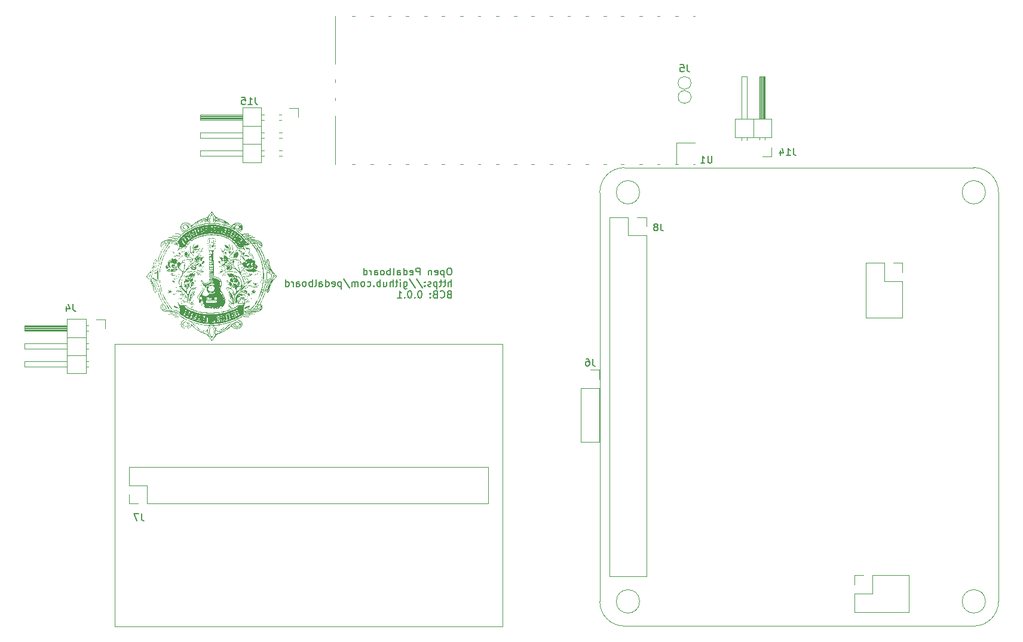
<source format=gbo>
G04 #@! TF.GenerationSoftware,KiCad,Pcbnew,7.0.1.1-36-gbcf78dbe24-dirty-deb11*
G04 #@! TF.CreationDate,2023-03-27T17:52:51+00:00*
G04 #@! TF.ProjectId,pedalboard-hw,70656461-6c62-46f6-9172-642d68772e6b,0.0.1*
G04 #@! TF.SameCoordinates,Original*
G04 #@! TF.FileFunction,Legend,Bot*
G04 #@! TF.FilePolarity,Positive*
%FSLAX46Y46*%
G04 Gerber Fmt 4.6, Leading zero omitted, Abs format (unit mm)*
G04 Created by KiCad (PCBNEW 7.0.1.1-36-gbcf78dbe24-dirty-deb11) date 2023-03-27 17:52:51*
%MOMM*%
%LPD*%
G01*
G04 APERTURE LIST*
%ADD10C,0.000000*%
%ADD11C,0.003013*%
%ADD12C,0.002797*%
%ADD13C,0.005336*%
%ADD14C,0.150000*%
%ADD15C,0.120000*%
%ADD16C,0.100000*%
G04 APERTURE END LIST*
D10*
G36*
X36028258Y52064060D02*
G01*
X36028592Y52063243D01*
X36028770Y52061997D01*
X36028676Y52058221D01*
X36028026Y52052748D01*
X36026865Y52045597D01*
X36025240Y52036782D01*
X36020788Y52014232D01*
X36018938Y52007229D01*
X36016842Y52000017D01*
X36012010Y51985211D01*
X36006479Y51970297D01*
X36000437Y51955760D01*
X35994073Y51942082D01*
X35990829Y51935716D01*
X35987575Y51929748D01*
X35984334Y51924236D01*
X35981130Y51919241D01*
X35977986Y51914824D01*
X35974927Y51911045D01*
X35970782Y51907006D01*
X35966944Y51903485D01*
X35963413Y51900472D01*
X35960188Y51897963D01*
X35957266Y51895949D01*
X35954647Y51894423D01*
X35952330Y51893379D01*
X35951284Y51893035D01*
X35950313Y51892808D01*
X35949416Y51892698D01*
X35948594Y51892704D01*
X35947847Y51892826D01*
X35947174Y51893061D01*
X35946575Y51893409D01*
X35946050Y51893869D01*
X35945598Y51894441D01*
X35945221Y51895124D01*
X35944916Y51895916D01*
X35944686Y51896816D01*
X35944443Y51898940D01*
X35944492Y51901488D01*
X35944831Y51904453D01*
X35945459Y51907827D01*
X35946375Y51911604D01*
X35947577Y51915777D01*
X35949064Y51920338D01*
X35950835Y51925281D01*
X35952888Y51930597D01*
X35955223Y51936281D01*
X35957838Y51942324D01*
X35960731Y51948720D01*
X35963902Y51955461D01*
X35967350Y51962541D01*
X35971072Y51969952D01*
X35975068Y51977688D01*
X35979337Y51985740D01*
X35988686Y52002767D01*
X36003797Y52029124D01*
X36014985Y52048091D01*
X36019225Y52054845D01*
X36022625Y52059802D01*
X36025233Y52062979D01*
X36026254Y52063905D01*
X36027095Y52064393D01*
X36027761Y52064444D01*
X36028258Y52064060D01*
G37*
G36*
X43209303Y44573147D02*
G01*
X43217292Y44572734D01*
X43220941Y44572394D01*
X43224369Y44571952D01*
X43227581Y44571398D01*
X43230585Y44570723D01*
X43233387Y44569917D01*
X43235995Y44568970D01*
X43238415Y44567873D01*
X43240653Y44566616D01*
X43242716Y44565190D01*
X43244612Y44563584D01*
X43246346Y44561789D01*
X43247926Y44559795D01*
X43249358Y44557593D01*
X43250649Y44555174D01*
X43251806Y44552527D01*
X43252835Y44549642D01*
X43253743Y44546511D01*
X43254537Y44543123D01*
X43255223Y44539469D01*
X43255809Y44535539D01*
X43256300Y44531323D01*
X43256704Y44526813D01*
X43257278Y44516868D01*
X43257582Y44505626D01*
X43257672Y44493010D01*
X43257806Y44483039D01*
X43258205Y44473761D01*
X43258866Y44465167D01*
X43259786Y44457253D01*
X43260961Y44450010D01*
X43262388Y44443432D01*
X43264063Y44437512D01*
X43265984Y44432244D01*
X43268147Y44427621D01*
X43270548Y44423636D01*
X43273184Y44420283D01*
X43276052Y44417555D01*
X43279148Y44415444D01*
X43280781Y44414619D01*
X43282470Y44413945D01*
X43286013Y44413050D01*
X43289774Y44412754D01*
X43294006Y44412634D01*
X43298097Y44412282D01*
X43302044Y44411705D01*
X43305839Y44410913D01*
X43309479Y44409914D01*
X43312956Y44408718D01*
X43316267Y44407332D01*
X43319405Y44405767D01*
X43322365Y44404030D01*
X43325141Y44402131D01*
X43327729Y44400078D01*
X43330122Y44397880D01*
X43332316Y44395546D01*
X43334304Y44393085D01*
X43336081Y44390505D01*
X43337642Y44387816D01*
X43338981Y44385027D01*
X43340093Y44382145D01*
X43340973Y44379180D01*
X43341614Y44376141D01*
X43342012Y44373036D01*
X43342161Y44369874D01*
X43342056Y44366665D01*
X43341691Y44363417D01*
X43341060Y44360138D01*
X43340158Y44356838D01*
X43338981Y44353526D01*
X43337521Y44350209D01*
X43335774Y44346898D01*
X43333735Y44343601D01*
X43331398Y44340326D01*
X43328757Y44337083D01*
X43325895Y44333097D01*
X43323333Y44328871D01*
X43321073Y44324391D01*
X43319118Y44319647D01*
X43317473Y44314626D01*
X43316140Y44309316D01*
X43315123Y44303704D01*
X43314425Y44297778D01*
X43314049Y44291527D01*
X43313999Y44284938D01*
X43314279Y44277998D01*
X43314890Y44270696D01*
X43315838Y44263020D01*
X43317125Y44254957D01*
X43318755Y44246495D01*
X43320731Y44237621D01*
X43325733Y44218593D01*
X43332160Y44197775D01*
X43340038Y44175069D01*
X43349394Y44150378D01*
X43360254Y44123604D01*
X43372647Y44094650D01*
X43386598Y44063419D01*
X43402134Y44029812D01*
X43404247Y44024517D01*
X43405869Y44018973D01*
X43407019Y44013210D01*
X43407719Y44007263D01*
X43407987Y44001163D01*
X43407842Y43994942D01*
X43407306Y43988633D01*
X43406398Y43982268D01*
X43405136Y43975880D01*
X43403542Y43969500D01*
X43399433Y43956897D01*
X43394230Y43944717D01*
X43388089Y43933218D01*
X43381169Y43922660D01*
X43373628Y43913302D01*
X43369673Y43909153D01*
X43365623Y43905401D01*
X43361496Y43902078D01*
X43357312Y43899217D01*
X43353091Y43896849D01*
X43348854Y43895007D01*
X43344618Y43893724D01*
X43340405Y43893032D01*
X43336234Y43892962D01*
X43332125Y43893548D01*
X43328097Y43894822D01*
X43324170Y43896816D01*
X43320699Y43899262D01*
X43317174Y43902279D01*
X43313608Y43905831D01*
X43310013Y43909885D01*
X43302792Y43919358D01*
X43295614Y43930423D01*
X43288585Y43942806D01*
X43281807Y43956229D01*
X43275385Y43970418D01*
X43269423Y43985098D01*
X43264026Y43999993D01*
X43259297Y44014827D01*
X43255341Y44029326D01*
X43252261Y44043213D01*
X43250162Y44056213D01*
X43249148Y44068051D01*
X43249081Y44073448D01*
X43249324Y44078451D01*
X43249890Y44083026D01*
X43250792Y44087139D01*
X43251869Y44092242D01*
X43252525Y44097225D01*
X43252772Y44102073D01*
X43252620Y44106773D01*
X43252077Y44111312D01*
X43251663Y44113517D01*
X43251155Y44115677D01*
X43250555Y44117789D01*
X43249864Y44119853D01*
X43249082Y44121867D01*
X43248213Y44123828D01*
X43247256Y44125736D01*
X43246212Y44127588D01*
X43245084Y44129383D01*
X43243873Y44131119D01*
X43242579Y44132795D01*
X43241204Y44134409D01*
X43239750Y44135959D01*
X43238216Y44137443D01*
X43236606Y44138861D01*
X43234920Y44140209D01*
X43233159Y44141487D01*
X43231324Y44142692D01*
X43227439Y44144880D01*
X43223276Y44146759D01*
X43220965Y44147646D01*
X43218761Y44148587D01*
X43216663Y44149582D01*
X43214672Y44150633D01*
X43212787Y44151739D01*
X43211007Y44152901D01*
X43209332Y44154119D01*
X43207762Y44155393D01*
X43206295Y44156725D01*
X43204933Y44158115D01*
X43203674Y44159562D01*
X43202517Y44161068D01*
X43201463Y44162632D01*
X43200511Y44164256D01*
X43199661Y44165939D01*
X43198912Y44167683D01*
X43198264Y44169487D01*
X43197716Y44171351D01*
X43197268Y44173277D01*
X43196919Y44175265D01*
X43196670Y44177315D01*
X43196519Y44179427D01*
X43196466Y44181603D01*
X43196512Y44183842D01*
X43196654Y44186144D01*
X43196894Y44188511D01*
X43197230Y44190943D01*
X43197663Y44193440D01*
X43198191Y44196002D01*
X43198814Y44198630D01*
X43199533Y44201324D01*
X43200345Y44204085D01*
X43201449Y44209022D01*
X43202186Y44214341D01*
X43202567Y44219997D01*
X43202602Y44225941D01*
X43202302Y44232127D01*
X43201675Y44238508D01*
X43200733Y44245037D01*
X43199485Y44251666D01*
X43197942Y44258349D01*
X43196113Y44265039D01*
X43194008Y44271689D01*
X43191639Y44278252D01*
X43189014Y44284680D01*
X43186144Y44290926D01*
X43183038Y44296944D01*
X43179708Y44302687D01*
X43174282Y44311967D01*
X43169192Y44322536D01*
X43164451Y44334288D01*
X43160074Y44347115D01*
X43156072Y44360909D01*
X43152460Y44375563D01*
X43149251Y44390969D01*
X43146458Y44407021D01*
X43144096Y44423610D01*
X43142177Y44440628D01*
X43140715Y44457969D01*
X43139723Y44475525D01*
X43139214Y44493189D01*
X43139203Y44510853D01*
X43139702Y44528409D01*
X43140726Y44545750D01*
X43141007Y44547039D01*
X43141420Y44548326D01*
X43141962Y44549608D01*
X43142629Y44550883D01*
X43143419Y44552147D01*
X43144328Y44553399D01*
X43145354Y44554635D01*
X43146494Y44555854D01*
X43147745Y44557053D01*
X43149104Y44558229D01*
X43150567Y44559380D01*
X43152133Y44560503D01*
X43153798Y44561596D01*
X43155558Y44562656D01*
X43157413Y44563681D01*
X43159357Y44564668D01*
X43161389Y44565615D01*
X43163505Y44566519D01*
X43165702Y44567378D01*
X43167978Y44568188D01*
X43170330Y44568949D01*
X43172754Y44569656D01*
X43175248Y44570308D01*
X43177809Y44570902D01*
X43180433Y44571436D01*
X43183119Y44571907D01*
X43185862Y44572312D01*
X43188661Y44572649D01*
X43191511Y44572916D01*
X43194411Y44573109D01*
X43197356Y44573227D01*
X43200345Y44573267D01*
X43209303Y44573147D01*
G37*
G36*
X44920674Y45968628D02*
G01*
X44926285Y45968176D01*
X44931356Y45967405D01*
X44935895Y45966305D01*
X44937969Y45965628D01*
X44939914Y45964865D01*
X44941732Y45964015D01*
X44943423Y45963077D01*
X44944989Y45962048D01*
X44946431Y45960928D01*
X44947750Y45959716D01*
X44948948Y45958411D01*
X44950026Y45957010D01*
X44950986Y45955514D01*
X44951827Y45953920D01*
X44952553Y45952227D01*
X44953163Y45950434D01*
X44953659Y45948540D01*
X44954043Y45946544D01*
X44954316Y45944444D01*
X44954533Y45939927D01*
X44954465Y45937603D01*
X44954263Y45935359D01*
X44953926Y45933194D01*
X44953453Y45931109D01*
X44952844Y45929103D01*
X44952099Y45927175D01*
X44951217Y45925326D01*
X44950197Y45923554D01*
X44949040Y45921859D01*
X44947745Y45920241D01*
X44946311Y45918700D01*
X44944738Y45917235D01*
X44943026Y45915845D01*
X44941174Y45914530D01*
X44939181Y45913290D01*
X44937048Y45912124D01*
X44934774Y45911033D01*
X44932358Y45910014D01*
X44929801Y45909069D01*
X44927101Y45908197D01*
X44924259Y45907396D01*
X44921273Y45906668D01*
X44918143Y45906011D01*
X44914870Y45905424D01*
X44911452Y45904909D01*
X44907889Y45904463D01*
X44904181Y45904087D01*
X44900328Y45903781D01*
X44896328Y45903543D01*
X44892182Y45903374D01*
X44883448Y45903239D01*
X44875554Y45903397D01*
X44868209Y45903859D01*
X44861410Y45904607D01*
X44855156Y45905622D01*
X44849445Y45906885D01*
X44844274Y45908378D01*
X44839641Y45910083D01*
X44835544Y45911981D01*
X44831982Y45914054D01*
X44828951Y45916283D01*
X44826450Y45918650D01*
X44824478Y45921136D01*
X44823030Y45923723D01*
X44822107Y45926392D01*
X44821705Y45929124D01*
X44821822Y45931903D01*
X44822456Y45934708D01*
X44823606Y45937521D01*
X44825269Y45940325D01*
X44827442Y45943099D01*
X44830125Y45945827D01*
X44833315Y45948490D01*
X44837009Y45951068D01*
X44841205Y45953544D01*
X44845903Y45955899D01*
X44851098Y45958115D01*
X44856790Y45960172D01*
X44862976Y45962054D01*
X44869654Y45963740D01*
X44876822Y45965214D01*
X44884478Y45966455D01*
X44892620Y45967446D01*
X44900495Y45968170D01*
X44907789Y45968615D01*
X44914512Y45968771D01*
X44920674Y45968628D01*
G37*
G36*
X34619105Y49823826D02*
G01*
X34621802Y49823155D01*
X34623995Y49822214D01*
X34625665Y49821005D01*
X34626790Y49819527D01*
X34627351Y49817780D01*
X34627327Y49815765D01*
X34626699Y49813481D01*
X34625446Y49810928D01*
X34623549Y49808107D01*
X34620986Y49805016D01*
X34613784Y49798030D01*
X34603680Y49789968D01*
X34598718Y49786559D01*
X34593321Y49783224D01*
X34587542Y49779982D01*
X34581431Y49776855D01*
X34575037Y49773862D01*
X34568411Y49771024D01*
X34561604Y49768361D01*
X34554666Y49765892D01*
X34547648Y49763638D01*
X34540599Y49761619D01*
X34533570Y49759856D01*
X34526612Y49758368D01*
X34519775Y49757175D01*
X34513109Y49756298D01*
X34506664Y49755758D01*
X34500492Y49755573D01*
X34480943Y49755640D01*
X34473290Y49755800D01*
X34467064Y49756110D01*
X34462276Y49756623D01*
X34460424Y49756970D01*
X34458936Y49757387D01*
X34457812Y49757879D01*
X34457053Y49758453D01*
X34456662Y49759116D01*
X34456638Y49759872D01*
X34456985Y49760730D01*
X34457701Y49761695D01*
X34458790Y49762773D01*
X34460253Y49763970D01*
X34464302Y49766750D01*
X34469859Y49770083D01*
X34476935Y49774022D01*
X34485539Y49778615D01*
X34507372Y49789968D01*
X34523871Y49798030D01*
X34539725Y49805016D01*
X34554773Y49810928D01*
X34568854Y49815765D01*
X34581807Y49819527D01*
X34593469Y49822214D01*
X34603680Y49823826D01*
X34612279Y49824364D01*
X34619105Y49823826D01*
G37*
G36*
X40036110Y51059896D02*
G01*
X40037340Y51059304D01*
X40038629Y51058345D01*
X40039976Y51057018D01*
X40041381Y51055323D01*
X40042844Y51053263D01*
X40045940Y51048044D01*
X40049262Y51041363D01*
X40052805Y51033225D01*
X40056566Y51023632D01*
X40058126Y51019687D01*
X40059370Y51015611D01*
X40060305Y51011434D01*
X40060937Y51007187D01*
X40061274Y51002899D01*
X40061322Y50998601D01*
X40061088Y50994324D01*
X40060579Y50990096D01*
X40059801Y50985950D01*
X40058761Y50981914D01*
X40057465Y50978019D01*
X40055921Y50974296D01*
X40054135Y50970774D01*
X40052114Y50967484D01*
X40049865Y50964456D01*
X40047394Y50961720D01*
X40045916Y50960296D01*
X40044491Y50959034D01*
X40043119Y50957935D01*
X40041800Y50956999D01*
X40040533Y50956229D01*
X40039317Y50955623D01*
X40038153Y50955184D01*
X40037039Y50954912D01*
X40035976Y50954808D01*
X40034963Y50954873D01*
X40033999Y50955107D01*
X40033085Y50955512D01*
X40032219Y50956089D01*
X40031401Y50956837D01*
X40030632Y50957758D01*
X40029909Y50958853D01*
X40029234Y50960123D01*
X40028606Y50961569D01*
X40028023Y50963190D01*
X40027487Y50964989D01*
X40026995Y50966966D01*
X40026549Y50969122D01*
X40026147Y50971458D01*
X40025789Y50973974D01*
X40025475Y50976671D01*
X40025204Y50979551D01*
X40024976Y50982613D01*
X40024791Y50985860D01*
X40024647Y50989291D01*
X40024545Y50992908D01*
X40024464Y51000702D01*
X40024598Y51013279D01*
X40024997Y51024354D01*
X40025658Y51033931D01*
X40026578Y51042013D01*
X40027753Y51048604D01*
X40028435Y51051341D01*
X40029180Y51053706D01*
X40029987Y51055701D01*
X40030855Y51057324D01*
X40031785Y51058578D01*
X40032776Y51059461D01*
X40033827Y51059975D01*
X40034939Y51060120D01*
X40036110Y51059896D01*
G37*
G36*
X38275880Y51561346D02*
G01*
X38277106Y51561137D01*
X38278302Y51560781D01*
X38279471Y51560277D01*
X38280616Y51559626D01*
X38281739Y51558826D01*
X38282843Y51557879D01*
X38283930Y51556784D01*
X38285003Y51555541D01*
X38286064Y51554151D01*
X38287116Y51552612D01*
X38288161Y51550926D01*
X38289202Y51549092D01*
X38290241Y51547110D01*
X38291281Y51544981D01*
X38293374Y51540278D01*
X38295500Y51534985D01*
X38297093Y51530330D01*
X38298437Y51525830D01*
X38299539Y51521490D01*
X38300404Y51517316D01*
X38301039Y51513316D01*
X38301450Y51509495D01*
X38301644Y51505859D01*
X38301626Y51502416D01*
X38301404Y51499170D01*
X38300983Y51496129D01*
X38300370Y51493299D01*
X38299571Y51490686D01*
X38298592Y51488296D01*
X38297439Y51486136D01*
X38296120Y51484212D01*
X38294640Y51482530D01*
X38293005Y51481097D01*
X38291222Y51479919D01*
X38289297Y51479001D01*
X38287237Y51478352D01*
X38285047Y51477976D01*
X38282734Y51477880D01*
X38280304Y51478070D01*
X38277764Y51478553D01*
X38275120Y51479335D01*
X38272378Y51480422D01*
X38269545Y51481821D01*
X38266626Y51483538D01*
X38263628Y51485578D01*
X38260558Y51487950D01*
X38257421Y51490658D01*
X38254224Y51493708D01*
X38250597Y51497501D01*
X38248964Y51499343D01*
X38247453Y51501152D01*
X38246062Y51502931D01*
X38244792Y51504682D01*
X38243644Y51506408D01*
X38242616Y51508112D01*
X38241709Y51509795D01*
X38240923Y51511461D01*
X38240258Y51513111D01*
X38239713Y51514749D01*
X38239290Y51516377D01*
X38238988Y51517997D01*
X38238807Y51519613D01*
X38238746Y51521225D01*
X38238807Y51522838D01*
X38238988Y51524453D01*
X38239290Y51526074D01*
X38239713Y51527701D01*
X38240258Y51529339D01*
X38240923Y51530990D01*
X38241709Y51532656D01*
X38242616Y51534339D01*
X38243644Y51536042D01*
X38244792Y51537768D01*
X38246062Y51539520D01*
X38247453Y51541299D01*
X38248964Y51543108D01*
X38250597Y51544950D01*
X38254224Y51548742D01*
X38256126Y51550603D01*
X38257963Y51552316D01*
X38259738Y51553882D01*
X38261453Y51555299D01*
X38263111Y51556569D01*
X38264715Y51557691D01*
X38266266Y51558665D01*
X38267768Y51559491D01*
X38269223Y51560170D01*
X38270633Y51560701D01*
X38272002Y51561083D01*
X38273331Y51561319D01*
X38274622Y51561406D01*
X38275880Y51561346D01*
G37*
G36*
X35895818Y48287444D02*
G01*
X35898100Y48287249D01*
X35900425Y48286879D01*
X35902782Y48286332D01*
X35905160Y48285608D01*
X35907548Y48284706D01*
X35909935Y48283625D01*
X35912311Y48282365D01*
X35914664Y48280923D01*
X35916983Y48279301D01*
X35919258Y48277496D01*
X35921477Y48275508D01*
X35923630Y48273336D01*
X35925706Y48270980D01*
X35927693Y48268438D01*
X35929582Y48265709D01*
X35931360Y48262794D01*
X35932999Y48260190D01*
X35934472Y48257549D01*
X35935778Y48254888D01*
X35936913Y48252224D01*
X35937873Y48249573D01*
X35938655Y48246953D01*
X35939256Y48244379D01*
X35939672Y48241869D01*
X35939900Y48239440D01*
X35939936Y48237109D01*
X35939778Y48234891D01*
X35939421Y48232805D01*
X35938863Y48230866D01*
X35938508Y48229957D01*
X35938100Y48229092D01*
X35937641Y48228272D01*
X35937129Y48227500D01*
X35936564Y48226777D01*
X35935946Y48226105D01*
X35934356Y48224733D01*
X35932606Y48223621D01*
X35930708Y48222760D01*
X35928677Y48222141D01*
X35926527Y48221756D01*
X35924272Y48221596D01*
X35921925Y48221651D01*
X35919501Y48221913D01*
X35917012Y48222373D01*
X35914474Y48223023D01*
X35911900Y48223853D01*
X35909303Y48224855D01*
X35906698Y48226020D01*
X35904098Y48227339D01*
X35901518Y48228803D01*
X35898971Y48230404D01*
X35896471Y48232133D01*
X35894031Y48233980D01*
X35891667Y48235937D01*
X35889391Y48237995D01*
X35887218Y48240146D01*
X35885160Y48242381D01*
X35883233Y48244690D01*
X35881450Y48247065D01*
X35879825Y48249497D01*
X35878372Y48251977D01*
X35877104Y48254497D01*
X35876036Y48257047D01*
X35875181Y48259620D01*
X35874553Y48262205D01*
X35874166Y48264795D01*
X35874034Y48267380D01*
X35874146Y48269879D01*
X35874476Y48272216D01*
X35875013Y48274390D01*
X35875745Y48276400D01*
X35876661Y48278246D01*
X35877752Y48279926D01*
X35879006Y48281440D01*
X35880411Y48282787D01*
X35881958Y48283965D01*
X35883635Y48284975D01*
X35885431Y48285816D01*
X35887335Y48286486D01*
X35889337Y48286985D01*
X35891425Y48287311D01*
X35893589Y48287465D01*
X35895818Y48287444D01*
G37*
G36*
X35070604Y52598855D02*
G01*
X35080891Y52598540D01*
X35090809Y52598024D01*
X35100306Y52597313D01*
X35109333Y52596414D01*
X35117840Y52595334D01*
X35125776Y52594079D01*
X35133090Y52592656D01*
X35139732Y52591072D01*
X35145653Y52589333D01*
X35150800Y52587446D01*
X35155125Y52585418D01*
X35158576Y52583256D01*
X35161104Y52580967D01*
X35162006Y52579776D01*
X35162658Y52578556D01*
X35163053Y52577307D01*
X35163187Y52576031D01*
X35163073Y52574956D01*
X35162737Y52573884D01*
X35162183Y52572816D01*
X35161418Y52571754D01*
X35160445Y52570700D01*
X35159272Y52569657D01*
X35157903Y52568627D01*
X35156343Y52567611D01*
X35154599Y52566612D01*
X35152676Y52565632D01*
X35150578Y52564673D01*
X35148313Y52563737D01*
X35145884Y52562826D01*
X35143298Y52561943D01*
X35137676Y52560266D01*
X35131489Y52558724D01*
X35124782Y52557333D01*
X35117598Y52556110D01*
X35109980Y52555071D01*
X35101973Y52554234D01*
X35093620Y52553616D01*
X35084964Y52553232D01*
X35076050Y52553101D01*
X35050525Y52551923D01*
X35024053Y52548519D01*
X34996976Y52543079D01*
X34969638Y52535795D01*
X34942380Y52526859D01*
X34915545Y52516461D01*
X34889476Y52504794D01*
X34864515Y52492048D01*
X34841006Y52478416D01*
X34819290Y52464088D01*
X34799711Y52449256D01*
X34782610Y52434113D01*
X34768332Y52418848D01*
X34762357Y52411230D01*
X34757217Y52403654D01*
X34752953Y52396143D01*
X34749609Y52388721D01*
X34747227Y52381413D01*
X34745850Y52374242D01*
X34744995Y52368098D01*
X34743738Y52362141D01*
X34742107Y52356384D01*
X34740131Y52350842D01*
X34737837Y52345526D01*
X34735254Y52340449D01*
X34732410Y52335626D01*
X34729333Y52331068D01*
X34726051Y52326789D01*
X34722592Y52322802D01*
X34718984Y52319120D01*
X34715256Y52315756D01*
X34711436Y52312722D01*
X34707551Y52310033D01*
X34703631Y52307700D01*
X34699702Y52305737D01*
X34695794Y52304157D01*
X34691933Y52302973D01*
X34688149Y52302198D01*
X34684470Y52301845D01*
X34680924Y52301927D01*
X34677538Y52302457D01*
X34674341Y52303448D01*
X34671361Y52304913D01*
X34668627Y52306865D01*
X34666165Y52309317D01*
X34664006Y52312282D01*
X34662176Y52315774D01*
X34660703Y52319804D01*
X34659617Y52324386D01*
X34658944Y52329534D01*
X34658714Y52335260D01*
X34659351Y52346507D01*
X34661230Y52357871D01*
X34664304Y52369321D01*
X34668526Y52380826D01*
X34673848Y52392353D01*
X34680223Y52403874D01*
X34687602Y52415355D01*
X34695940Y52426767D01*
X34705188Y52438079D01*
X34715298Y52449258D01*
X34726224Y52460274D01*
X34737918Y52471097D01*
X34750332Y52481694D01*
X34763420Y52492035D01*
X34777133Y52502090D01*
X34791424Y52511825D01*
X34806246Y52521212D01*
X34821551Y52530218D01*
X34837292Y52538813D01*
X34853422Y52546965D01*
X34869892Y52554643D01*
X34886656Y52561817D01*
X34903666Y52568455D01*
X34920874Y52574526D01*
X34938234Y52579999D01*
X34955697Y52584844D01*
X34973217Y52589028D01*
X34990745Y52592521D01*
X35008235Y52595292D01*
X35025639Y52597310D01*
X35042909Y52598543D01*
X35059998Y52598961D01*
X35070604Y52598855D01*
G37*
G36*
X39492137Y53994588D02*
G01*
X39494446Y53994424D01*
X39496636Y53994098D01*
X39498709Y53993605D01*
X39500668Y53992941D01*
X39502515Y53992101D01*
X39504253Y53991080D01*
X39505884Y53989875D01*
X39507411Y53988479D01*
X39508836Y53986889D01*
X39510163Y53985100D01*
X39511393Y53983108D01*
X39512528Y53980907D01*
X39513573Y53978493D01*
X39514528Y53975862D01*
X39515397Y53973008D01*
X39516181Y53969928D01*
X39516885Y53966617D01*
X39517509Y53963069D01*
X39518057Y53959281D01*
X39518531Y53955248D01*
X39518934Y53950965D01*
X39519267Y53946428D01*
X39519535Y53941631D01*
X39519881Y53931243D01*
X39519992Y53919762D01*
X39519749Y53904147D01*
X39519015Y53889970D01*
X39517785Y53877217D01*
X39516050Y53865875D01*
X39513806Y53855930D01*
X39512490Y53851477D01*
X39511043Y53847369D01*
X39509466Y53843603D01*
X39507757Y53840179D01*
X39505915Y53837093D01*
X39503940Y53834345D01*
X39501831Y53831933D01*
X39499586Y53829855D01*
X39497205Y53828110D01*
X39494687Y53826696D01*
X39492032Y53825611D01*
X39489238Y53824853D01*
X39486305Y53824421D01*
X39483231Y53824313D01*
X39480016Y53824528D01*
X39476660Y53825064D01*
X39473160Y53825918D01*
X39469517Y53827090D01*
X39465730Y53828578D01*
X39461798Y53830380D01*
X39453493Y53834919D01*
X39449797Y53837768D01*
X39446445Y53841130D01*
X39443432Y53844967D01*
X39440751Y53849242D01*
X39438398Y53853916D01*
X39436367Y53858953D01*
X39434653Y53864313D01*
X39433249Y53869960D01*
X39432152Y53875855D01*
X39431354Y53881961D01*
X39430638Y53894655D01*
X39431058Y53907738D01*
X39432568Y53920909D01*
X39435127Y53933864D01*
X39438691Y53946302D01*
X39440835Y53952233D01*
X39443215Y53957921D01*
X39445823Y53963328D01*
X39448656Y53968417D01*
X39451706Y53973151D01*
X39454970Y53977490D01*
X39458441Y53981397D01*
X39462114Y53984836D01*
X39465983Y53987767D01*
X39470044Y53990153D01*
X39474290Y53991956D01*
X39478716Y53993139D01*
X39481659Y53993716D01*
X39484470Y53994154D01*
X39487152Y53994448D01*
X39489707Y53994595D01*
X39492137Y53994588D01*
G37*
G36*
X42623948Y47622952D02*
G01*
X42629997Y47622718D01*
X42636012Y47622336D01*
X42641951Y47621813D01*
X42647768Y47621156D01*
X42653420Y47620371D01*
X42658865Y47619465D01*
X42664057Y47618445D01*
X42668954Y47617318D01*
X42673511Y47616089D01*
X42677686Y47614767D01*
X42681434Y47613358D01*
X42684712Y47611867D01*
X42687476Y47610303D01*
X42689682Y47608672D01*
X42691287Y47606981D01*
X42696067Y47602138D01*
X42700107Y47597504D01*
X42703432Y47593084D01*
X42706066Y47588887D01*
X42708035Y47584917D01*
X42709365Y47581183D01*
X42710079Y47577691D01*
X42710204Y47574447D01*
X42709765Y47571459D01*
X42708787Y47568732D01*
X42707295Y47566275D01*
X42705314Y47564093D01*
X42702869Y47562192D01*
X42699986Y47560581D01*
X42696690Y47559266D01*
X42693007Y47558252D01*
X42688960Y47557548D01*
X42684576Y47557159D01*
X42679879Y47557093D01*
X42674895Y47557356D01*
X42669649Y47557955D01*
X42664166Y47558897D01*
X42658472Y47560188D01*
X42652592Y47561835D01*
X42646550Y47563845D01*
X42640372Y47566224D01*
X42634083Y47568979D01*
X42627708Y47572118D01*
X42621273Y47575646D01*
X42614803Y47579570D01*
X42608323Y47583898D01*
X42601858Y47588635D01*
X42588346Y47599236D01*
X42583100Y47603534D01*
X42578891Y47607230D01*
X42577184Y47608869D01*
X42575745Y47610376D01*
X42574577Y47611758D01*
X42573683Y47613021D01*
X42573066Y47614172D01*
X42572730Y47615216D01*
X42572676Y47616161D01*
X42572908Y47617012D01*
X42573429Y47617775D01*
X42574242Y47618458D01*
X42575350Y47619066D01*
X42576755Y47619605D01*
X42578461Y47620082D01*
X42580471Y47620504D01*
X42582787Y47620875D01*
X42585412Y47621204D01*
X42591604Y47621756D01*
X42599068Y47622212D01*
X42617909Y47623031D01*
X42623948Y47622952D01*
G37*
G36*
X44580344Y47346168D02*
G01*
X44589385Y47345036D01*
X44596888Y47343243D01*
X44602805Y47340792D01*
X44607090Y47337685D01*
X44608606Y47335887D01*
X44609696Y47333927D01*
X44610354Y47331805D01*
X44610574Y47329521D01*
X44610092Y47327293D01*
X44608677Y47324918D01*
X44606376Y47322410D01*
X44603238Y47319784D01*
X44594643Y47314234D01*
X44583273Y47308381D01*
X44569511Y47302340D01*
X44553741Y47296226D01*
X44536345Y47290152D01*
X44517706Y47284232D01*
X44498207Y47278581D01*
X44478231Y47273313D01*
X44458161Y47268542D01*
X44438380Y47264382D01*
X44419271Y47260948D01*
X44401217Y47258354D01*
X44384600Y47256714D01*
X44369803Y47256142D01*
X44361546Y47256241D01*
X44353969Y47256535D01*
X44347066Y47257016D01*
X44340831Y47257678D01*
X44335260Y47258512D01*
X44330347Y47259512D01*
X44326087Y47260671D01*
X44322473Y47261982D01*
X44319501Y47263437D01*
X44317166Y47265029D01*
X44315460Y47266751D01*
X44314380Y47268597D01*
X44313920Y47270558D01*
X44314074Y47272628D01*
X44314837Y47274800D01*
X44316203Y47277066D01*
X44318167Y47279420D01*
X44320724Y47281853D01*
X44323867Y47284360D01*
X44327592Y47286933D01*
X44331894Y47289564D01*
X44336765Y47292247D01*
X44342202Y47294975D01*
X44348199Y47297740D01*
X44354749Y47300535D01*
X44361849Y47303354D01*
X44377672Y47309031D01*
X44395626Y47314715D01*
X44415665Y47320349D01*
X44437504Y47326019D01*
X44458274Y47330994D01*
X44477930Y47335277D01*
X44496423Y47338872D01*
X44513707Y47341781D01*
X44529735Y47344009D01*
X44544460Y47345558D01*
X44557834Y47346432D01*
X44569811Y47346634D01*
X44580344Y47346168D01*
G37*
G36*
X35686301Y46384577D02*
G01*
X35699349Y46383899D01*
X35711565Y46382650D01*
X35723122Y46380732D01*
X35728708Y46379493D01*
X35734195Y46378049D01*
X35739605Y46376390D01*
X35744959Y46374503D01*
X35750280Y46372375D01*
X35755589Y46369996D01*
X35760909Y46367351D01*
X35766260Y46364430D01*
X35771665Y46361221D01*
X35777145Y46357710D01*
X35788420Y46349736D01*
X35800259Y46340412D01*
X35812838Y46329641D01*
X35826330Y46317324D01*
X35840910Y46303364D01*
X35856753Y46287665D01*
X35874034Y46270128D01*
X35885763Y46257679D01*
X35897681Y46244484D01*
X35921758Y46216313D01*
X35945620Y46186531D01*
X35968622Y46156049D01*
X35990119Y46125782D01*
X36009467Y46096644D01*
X36018133Y46082784D01*
X36026020Y46069549D01*
X36033047Y46057052D01*
X36039133Y46045409D01*
X36059412Y46002199D01*
X36077542Y45964579D01*
X36098753Y45921585D01*
X36099149Y45920523D01*
X36099479Y45919489D01*
X36099744Y45918483D01*
X36099944Y45917504D01*
X36100080Y45916555D01*
X36100153Y45915634D01*
X36100165Y45914743D01*
X36100114Y45913881D01*
X36100004Y45913050D01*
X36099833Y45912249D01*
X36099604Y45911479D01*
X36099317Y45910741D01*
X36098973Y45910035D01*
X36098572Y45909361D01*
X36098117Y45908720D01*
X36097606Y45908112D01*
X36097042Y45907538D01*
X36096425Y45906997D01*
X36095756Y45906492D01*
X36095035Y45906020D01*
X36094265Y45905585D01*
X36093444Y45905185D01*
X36092575Y45904821D01*
X36091659Y45904493D01*
X36090695Y45904203D01*
X36089685Y45903949D01*
X36088629Y45903734D01*
X36087529Y45903557D01*
X36086386Y45903418D01*
X36085199Y45903319D01*
X36083971Y45903259D01*
X36082701Y45903239D01*
X36081190Y45903306D01*
X36079667Y45903504D01*
X36078134Y45903830D01*
X36076592Y45904282D01*
X36075044Y45904857D01*
X36073491Y45905552D01*
X36071934Y45906363D01*
X36070376Y45907288D01*
X36068817Y45908323D01*
X36067261Y45909467D01*
X36065708Y45910716D01*
X36064159Y45912066D01*
X36062618Y45913516D01*
X36061085Y45915062D01*
X36059562Y45916701D01*
X36058050Y45918431D01*
X36055070Y45922149D01*
X36052156Y45926192D01*
X36049324Y45930539D01*
X36046585Y45935163D01*
X36043954Y45940044D01*
X36041443Y45945156D01*
X36039067Y45950476D01*
X36036839Y45955981D01*
X36029376Y45973291D01*
X36020018Y45992351D01*
X36008967Y46012869D01*
X35996425Y46034553D01*
X35982593Y46057110D01*
X35967672Y46080248D01*
X35951865Y46103675D01*
X35935372Y46127099D01*
X35918396Y46150227D01*
X35901138Y46172768D01*
X35883799Y46194428D01*
X35866581Y46214916D01*
X35849685Y46233940D01*
X35833313Y46251206D01*
X35817667Y46266424D01*
X35802948Y46279301D01*
X35795827Y46284990D01*
X35788248Y46290445D01*
X35771871Y46300628D01*
X35754131Y46309803D01*
X35735339Y46317924D01*
X35715808Y46324943D01*
X35695851Y46330813D01*
X35675780Y46335488D01*
X35655906Y46338920D01*
X35636544Y46341061D01*
X35618004Y46341867D01*
X35600599Y46341288D01*
X35584643Y46339278D01*
X35577305Y46337722D01*
X35570446Y46335790D01*
X35564105Y46333477D01*
X35558322Y46330778D01*
X35553135Y46327685D01*
X35548583Y46324193D01*
X35544705Y46320296D01*
X35541541Y46315989D01*
X35539631Y46313484D01*
X35537359Y46311127D01*
X35534752Y46308919D01*
X35531840Y46306862D01*
X35528648Y46304956D01*
X35525206Y46303202D01*
X35521540Y46301601D01*
X35517678Y46300154D01*
X35509479Y46297723D01*
X35500830Y46295917D01*
X35491952Y46294742D01*
X35483067Y46294206D01*
X35474398Y46294315D01*
X35466165Y46295075D01*
X35458590Y46296494D01*
X35455119Y46297452D01*
X35451896Y46298577D01*
X35448948Y46299871D01*
X35446303Y46301333D01*
X35443989Y46302964D01*
X35442034Y46304767D01*
X35440465Y46306740D01*
X35439310Y46308886D01*
X35438596Y46311205D01*
X35438353Y46313697D01*
X35438737Y46316726D01*
X35439871Y46319786D01*
X35441723Y46322870D01*
X35444264Y46325969D01*
X35447464Y46329074D01*
X35451291Y46332178D01*
X35455717Y46335272D01*
X35460710Y46338348D01*
X35466240Y46341396D01*
X35472278Y46344409D01*
X35485754Y46350296D01*
X35500897Y46355942D01*
X35517463Y46361278D01*
X35535212Y46366238D01*
X35553901Y46370754D01*
X35573289Y46374760D01*
X35593134Y46378189D01*
X35613194Y46380972D01*
X35633227Y46383043D01*
X35652991Y46384335D01*
X35672245Y46384781D01*
X35686301Y46384577D01*
G37*
G36*
X39933816Y50420512D02*
G01*
X39934888Y50420374D01*
X39935956Y50420146D01*
X39937018Y50419833D01*
X39938072Y50419435D01*
X39939115Y50418956D01*
X39940145Y50418398D01*
X39941161Y50417764D01*
X39942160Y50417056D01*
X39943140Y50416276D01*
X39944099Y50415427D01*
X39945035Y50414512D01*
X39945946Y50413534D01*
X39946829Y50412494D01*
X39947683Y50411395D01*
X39948506Y50410240D01*
X39949295Y50409031D01*
X39950048Y50407771D01*
X39950764Y50406462D01*
X39951440Y50405108D01*
X39952073Y50403709D01*
X39952663Y50402269D01*
X39953206Y50400791D01*
X39953701Y50399276D01*
X39954146Y50397728D01*
X39954538Y50396149D01*
X39954876Y50394542D01*
X39955157Y50392908D01*
X39955379Y50391251D01*
X39955540Y50389572D01*
X39955639Y50387876D01*
X39955672Y50386163D01*
X39955540Y50382754D01*
X39955157Y50379418D01*
X39954538Y50376177D01*
X39953701Y50373049D01*
X39952663Y50370056D01*
X39951440Y50367218D01*
X39950048Y50364554D01*
X39948506Y50362086D01*
X39946829Y50359832D01*
X39945035Y50357813D01*
X39943140Y50356049D01*
X39941161Y50354561D01*
X39940145Y50353927D01*
X39939115Y50353369D01*
X39938072Y50352890D01*
X39937018Y50352492D01*
X39935956Y50352179D01*
X39934888Y50351951D01*
X39933816Y50351813D01*
X39932741Y50351767D01*
X39931465Y50351813D01*
X39930216Y50351951D01*
X39928996Y50352179D01*
X39927806Y50352492D01*
X39926645Y50352890D01*
X39925516Y50353369D01*
X39924419Y50353927D01*
X39923354Y50354561D01*
X39922323Y50355270D01*
X39921326Y50356049D01*
X39920365Y50356898D01*
X39919440Y50357813D01*
X39918551Y50358792D01*
X39917701Y50359832D01*
X39916889Y50360930D01*
X39916117Y50362086D01*
X39915385Y50363294D01*
X39914694Y50364554D01*
X39914045Y50365863D01*
X39913439Y50367218D01*
X39912876Y50368617D01*
X39912358Y50370056D01*
X39911886Y50371535D01*
X39911459Y50373049D01*
X39911080Y50374597D01*
X39910748Y50376177D01*
X39910465Y50377784D01*
X39910232Y50379418D01*
X39910049Y50381075D01*
X39909918Y50382754D01*
X39909838Y50384450D01*
X39909811Y50386163D01*
X39909918Y50389572D01*
X39910232Y50392908D01*
X39910748Y50396149D01*
X39911459Y50399276D01*
X39912358Y50402269D01*
X39913439Y50405108D01*
X39914694Y50407771D01*
X39916117Y50410240D01*
X39917701Y50412494D01*
X39919440Y50414512D01*
X39920365Y50415427D01*
X39921326Y50416276D01*
X39922323Y50417056D01*
X39923354Y50417764D01*
X39924419Y50418398D01*
X39925516Y50418956D01*
X39926645Y50419435D01*
X39927806Y50419833D01*
X39928996Y50420146D01*
X39930216Y50420374D01*
X39931465Y50420512D01*
X39932741Y50420558D01*
X39933816Y50420512D01*
G37*
G36*
X39664367Y54965474D02*
G01*
X39670741Y54965127D01*
X39677025Y54964459D01*
X39683214Y54963467D01*
X39689301Y54962148D01*
X39695279Y54960498D01*
X39701143Y54958516D01*
X39707149Y54956368D01*
X39713938Y54954230D01*
X39729555Y54950025D01*
X39747376Y54945981D01*
X39766782Y54942178D01*
X39787155Y54938698D01*
X39807877Y54935621D01*
X39828331Y54933028D01*
X39847898Y54930999D01*
X39877584Y54928843D01*
X39902233Y54925898D01*
X39912705Y54924168D01*
X39921963Y54922288D01*
X39930022Y54920272D01*
X39936897Y54918136D01*
X39942603Y54915897D01*
X39947156Y54913569D01*
X39950569Y54911168D01*
X39952859Y54908709D01*
X39954041Y54906208D01*
X39954129Y54903681D01*
X39953139Y54901143D01*
X39951086Y54898610D01*
X39947984Y54896096D01*
X39943850Y54893619D01*
X39938699Y54891193D01*
X39932544Y54888833D01*
X39925402Y54886556D01*
X39917288Y54884376D01*
X39898202Y54880373D01*
X39875408Y54876947D01*
X39849027Y54874224D01*
X39819179Y54872327D01*
X39785986Y54871380D01*
X39750359Y54870108D01*
X39714651Y54868084D01*
X39679856Y54865414D01*
X39646969Y54862207D01*
X39616985Y54858571D01*
X39590897Y54854612D01*
X39569700Y54850438D01*
X39561246Y54848304D01*
X39554387Y54846156D01*
X39537618Y54840192D01*
X39522562Y54835201D01*
X39509212Y54831192D01*
X39497562Y54828170D01*
X39487605Y54826142D01*
X39479334Y54825116D01*
X39475829Y54824980D01*
X39472743Y54825096D01*
X39470075Y54825467D01*
X39467824Y54826092D01*
X39465990Y54826972D01*
X39464572Y54828108D01*
X39463568Y54829502D01*
X39462978Y54831153D01*
X39462802Y54833062D01*
X39463038Y54835232D01*
X39463685Y54837661D01*
X39464743Y54840352D01*
X39466211Y54843305D01*
X39468087Y54846520D01*
X39473064Y54853743D01*
X39479667Y54862028D01*
X39487888Y54871380D01*
X39500940Y54885081D01*
X39514263Y54897791D01*
X39527808Y54909486D01*
X39541524Y54920143D01*
X39555362Y54929739D01*
X39569269Y54938251D01*
X39583197Y54945653D01*
X39597095Y54951924D01*
X39610912Y54957039D01*
X39624598Y54960975D01*
X39638103Y54963709D01*
X39651376Y54965216D01*
X39657910Y54965503D01*
X39664367Y54965474D01*
G37*
G36*
X40297964Y54768532D02*
G01*
X40303403Y54764071D01*
X40308802Y54756728D01*
X40309622Y54755387D01*
X40310361Y54753524D01*
X40311601Y54748294D01*
X40312526Y54741164D01*
X40313137Y54732256D01*
X40313440Y54721696D01*
X40313437Y54709608D01*
X40313132Y54696116D01*
X40312528Y54681343D01*
X40310437Y54648457D01*
X40307190Y54611942D01*
X40302814Y54572794D01*
X40300211Y54552544D01*
X40297337Y54532007D01*
X40292303Y54481753D01*
X40287592Y54415456D01*
X40283310Y54335992D01*
X40279566Y54246236D01*
X40276467Y54149063D01*
X40274120Y54047349D01*
X40272633Y53943969D01*
X40272114Y53841798D01*
X40270752Y53614069D01*
X40268970Y53530139D01*
X40266381Y53464590D01*
X40262932Y53416239D01*
X40258570Y53383903D01*
X40256029Y53373372D01*
X40253240Y53366400D01*
X40250196Y53362842D01*
X40246890Y53362549D01*
X40245392Y53363065D01*
X40243909Y53363751D01*
X40242441Y53364602D01*
X40240991Y53365612D01*
X40239560Y53366777D01*
X40238148Y53368091D01*
X40236757Y53369550D01*
X40235389Y53371148D01*
X40234044Y53372880D01*
X40232724Y53374742D01*
X40231429Y53376728D01*
X40230162Y53378833D01*
X40228924Y53381053D01*
X40227715Y53383381D01*
X40225393Y53388346D01*
X40223204Y53393687D01*
X40221160Y53399363D01*
X40219271Y53405336D01*
X40217546Y53411563D01*
X40215995Y53418006D01*
X40214630Y53424623D01*
X40213459Y53431375D01*
X40212493Y53438221D01*
X40203868Y53534377D01*
X40196371Y53608122D01*
X40189196Y53662411D01*
X40185478Y53683184D01*
X40181537Y53700202D01*
X40177275Y53713834D01*
X40172589Y53724449D01*
X40167380Y53732418D01*
X40161545Y53738109D01*
X40154985Y53741892D01*
X40147599Y53744137D01*
X40139285Y53745213D01*
X40129944Y53745489D01*
X40124281Y53745305D01*
X40118496Y53744764D01*
X40112632Y53743887D01*
X40106727Y53742695D01*
X40100821Y53741207D01*
X40094957Y53739443D01*
X40089173Y53737425D01*
X40083509Y53735171D01*
X40078007Y53732702D01*
X40072707Y53730038D01*
X40067648Y53727200D01*
X40062872Y53724207D01*
X40058418Y53721080D01*
X40054327Y53717838D01*
X40050638Y53714503D01*
X40047394Y53711094D01*
X40044266Y53707735D01*
X40040914Y53704540D01*
X40037356Y53701512D01*
X40033609Y53698652D01*
X40029690Y53695964D01*
X40025618Y53693449D01*
X40021409Y53691111D01*
X40017083Y53688951D01*
X40008144Y53685179D01*
X39998944Y53682153D01*
X39989623Y53679892D01*
X39980322Y53678418D01*
X39971183Y53677749D01*
X39962345Y53677907D01*
X39958084Y53678302D01*
X39953951Y53678911D01*
X39949964Y53679737D01*
X39946142Y53680782D01*
X39942500Y53682049D01*
X39939058Y53683540D01*
X39935832Y53685258D01*
X39932840Y53687205D01*
X39930101Y53689384D01*
X39927631Y53691797D01*
X39925448Y53694446D01*
X39923570Y53697336D01*
X39922972Y53698443D01*
X39922467Y53699615D01*
X39922054Y53700847D01*
X39921733Y53702137D01*
X39921503Y53703480D01*
X39921362Y53704873D01*
X39921311Y53706314D01*
X39921348Y53707798D01*
X39921472Y53709322D01*
X39921682Y53710883D01*
X39921979Y53712478D01*
X39922360Y53714104D01*
X39922825Y53715756D01*
X39923373Y53717431D01*
X39924003Y53719127D01*
X39924715Y53720839D01*
X39926380Y53724301D01*
X39928361Y53727790D01*
X39930651Y53731279D01*
X39933243Y53734741D01*
X39936130Y53738149D01*
X39939307Y53741477D01*
X39941001Y53743102D01*
X39942766Y53744697D01*
X39944599Y53746259D01*
X39946500Y53747783D01*
X39948609Y53749563D01*
X39950638Y53751463D01*
X39952586Y53753481D01*
X39954454Y53755616D01*
X39956241Y53757867D01*
X39957947Y53760233D01*
X39959573Y53762712D01*
X39961118Y53765303D01*
X39962583Y53768005D01*
X39963967Y53770817D01*
X39965270Y53773737D01*
X39966492Y53776764D01*
X39968696Y53783135D01*
X39970577Y53789918D01*
X39972136Y53797104D01*
X39973372Y53804684D01*
X39974285Y53812646D01*
X39974876Y53820982D01*
X39975145Y53829680D01*
X39975091Y53838730D01*
X39974715Y53848124D01*
X39974016Y53857849D01*
X39973316Y53867638D01*
X39972930Y53876795D01*
X39972851Y53885321D01*
X39973071Y53893217D01*
X39973581Y53900484D01*
X39974374Y53907121D01*
X39975441Y53913129D01*
X39976775Y53918508D01*
X39978368Y53923260D01*
X39980211Y53927383D01*
X39982297Y53930880D01*
X39984617Y53933749D01*
X39987165Y53935992D01*
X39989931Y53937609D01*
X39992907Y53938601D01*
X39996087Y53938967D01*
X39999461Y53938708D01*
X40003023Y53937825D01*
X40006763Y53936318D01*
X40010674Y53934188D01*
X40014748Y53931434D01*
X40018977Y53928058D01*
X40023352Y53924060D01*
X40027867Y53919440D01*
X40032513Y53914198D01*
X40037282Y53908335D01*
X40042166Y53901852D01*
X40047157Y53894749D01*
X40052247Y53887026D01*
X40057428Y53878683D01*
X40062692Y53869722D01*
X40068031Y53860142D01*
X40083327Y53832765D01*
X40090520Y53820799D01*
X40097416Y53809986D01*
X40104018Y53800331D01*
X40110329Y53791836D01*
X40116355Y53784506D01*
X40122098Y53778345D01*
X40127562Y53773356D01*
X40132750Y53769543D01*
X40137668Y53766910D01*
X40142318Y53765460D01*
X40146705Y53765198D01*
X40150832Y53766127D01*
X40154702Y53768251D01*
X40158321Y53771573D01*
X40161690Y53776098D01*
X40164815Y53781830D01*
X40167699Y53788771D01*
X40170346Y53796927D01*
X40172759Y53806300D01*
X40174942Y53816894D01*
X40176900Y53828714D01*
X40178635Y53841762D01*
X40180153Y53856043D01*
X40181455Y53871561D01*
X40183432Y53906322D01*
X40184596Y53946073D01*
X40184977Y53990847D01*
X40187946Y54155991D01*
X40196263Y54312376D01*
X40209041Y54454465D01*
X40225392Y54576722D01*
X40234631Y54628684D01*
X40244431Y54673613D01*
X40254681Y54710816D01*
X40265270Y54739601D01*
X40276087Y54759277D01*
X40281547Y54765482D01*
X40287023Y54769151D01*
X40292500Y54770197D01*
X40297964Y54768532D01*
G37*
G36*
X43066867Y48250109D02*
G01*
X43067899Y48249352D01*
X43069020Y48248196D01*
X43070237Y48246639D01*
X43072984Y48242321D01*
X43076198Y48236388D01*
X43079936Y48228828D01*
X43084255Y48219633D01*
X43094865Y48196295D01*
X43098897Y48186698D01*
X43102398Y48177668D01*
X43105375Y48169183D01*
X43107835Y48161218D01*
X43109784Y48153751D01*
X43111230Y48146757D01*
X43112178Y48140213D01*
X43112636Y48134096D01*
X43112610Y48128382D01*
X43112107Y48123047D01*
X43111134Y48118069D01*
X43109698Y48113423D01*
X43107805Y48109086D01*
X43105461Y48105034D01*
X43102674Y48101245D01*
X43099451Y48097694D01*
X43095541Y48093636D01*
X43091979Y48089631D01*
X43088765Y48085679D01*
X43085898Y48081777D01*
X43083377Y48077926D01*
X43081201Y48074124D01*
X43079370Y48070371D01*
X43077882Y48066666D01*
X43076736Y48063008D01*
X43075932Y48059397D01*
X43075469Y48055830D01*
X43075347Y48052308D01*
X43075563Y48048830D01*
X43076118Y48045394D01*
X43077010Y48042001D01*
X43078240Y48038648D01*
X43079805Y48035336D01*
X43081705Y48032063D01*
X43083939Y48028829D01*
X43086507Y48025633D01*
X43089408Y48022474D01*
X43092640Y48019351D01*
X43096203Y48016263D01*
X43100095Y48013209D01*
X43104318Y48010189D01*
X43108868Y48007202D01*
X43113746Y48004247D01*
X43118950Y48001323D01*
X43124481Y47998429D01*
X43130336Y47995564D01*
X43136516Y47992728D01*
X43143019Y47989920D01*
X43154692Y47984945D01*
X43165218Y47979925D01*
X43174621Y47974879D01*
X43182923Y47969829D01*
X43190147Y47964795D01*
X43196315Y47959800D01*
X43201451Y47954863D01*
X43205576Y47950006D01*
X43208714Y47945250D01*
X43210887Y47940616D01*
X43212117Y47936124D01*
X43212428Y47931796D01*
X43211843Y47927653D01*
X43210383Y47923716D01*
X43208071Y47920005D01*
X43204931Y47916542D01*
X43200985Y47913348D01*
X43196255Y47910443D01*
X43190764Y47907850D01*
X43184536Y47905587D01*
X43177591Y47903678D01*
X43169954Y47902142D01*
X43161647Y47901001D01*
X43152693Y47900276D01*
X43143113Y47899987D01*
X43132932Y47900156D01*
X43122171Y47900803D01*
X43110853Y47901951D01*
X43099002Y47903618D01*
X43086639Y47905828D01*
X43073787Y47908600D01*
X43060469Y47911956D01*
X43056056Y47913478D01*
X43051847Y47915454D01*
X43047846Y47917868D01*
X43044055Y47920703D01*
X43040477Y47923942D01*
X43037116Y47927570D01*
X43033973Y47931570D01*
X43031053Y47935926D01*
X43028358Y47940620D01*
X43025891Y47945638D01*
X43023655Y47950962D01*
X43021652Y47956577D01*
X43019887Y47962465D01*
X43018361Y47968610D01*
X43017078Y47974997D01*
X43016041Y47981608D01*
X43015252Y47988427D01*
X43014714Y47995439D01*
X43014431Y48002625D01*
X43014406Y48009971D01*
X43014641Y48017460D01*
X43015139Y48025075D01*
X43015903Y48032800D01*
X43016936Y48040618D01*
X43018242Y48048514D01*
X43019822Y48056471D01*
X43021681Y48064472D01*
X43023820Y48072501D01*
X43026243Y48080542D01*
X43028953Y48088579D01*
X43031953Y48096594D01*
X43035245Y48104572D01*
X43036560Y48108325D01*
X43037919Y48112665D01*
X43040727Y48122881D01*
X43043589Y48134763D01*
X43046424Y48147854D01*
X43049151Y48161698D01*
X43051691Y48175837D01*
X43053961Y48189815D01*
X43055882Y48203174D01*
X43058216Y48224228D01*
X43059283Y48232473D01*
X43060361Y48239182D01*
X43061506Y48244347D01*
X43062122Y48246346D01*
X43062775Y48247956D01*
X43063474Y48249174D01*
X43064226Y48250000D01*
X43065037Y48250432D01*
X43065915Y48250469D01*
X43066867Y48250109D01*
G37*
G36*
X31206543Y49302320D02*
G01*
X31217357Y49300567D01*
X31230455Y49297504D01*
X31245501Y49293236D01*
X31262159Y49287865D01*
X31280094Y49281497D01*
X31298969Y49274235D01*
X31318449Y49266185D01*
X31338197Y49257448D01*
X31357879Y49248131D01*
X31377157Y49238337D01*
X31395696Y49228170D01*
X31417215Y49215546D01*
X31437034Y49203493D01*
X31455119Y49192044D01*
X31471438Y49181234D01*
X31485957Y49171096D01*
X31498642Y49161662D01*
X31509459Y49152968D01*
X31518375Y49145047D01*
X31525356Y49137931D01*
X31530368Y49131656D01*
X31533379Y49126253D01*
X31534123Y49123890D01*
X31534354Y49121758D01*
X31534068Y49119861D01*
X31533260Y49118203D01*
X31531927Y49116789D01*
X31530064Y49115622D01*
X31527666Y49114708D01*
X31524731Y49114049D01*
X31517228Y49113517D01*
X31510197Y49115172D01*
X31498171Y49119877D01*
X31461943Y49136878D01*
X31414161Y49161403D01*
X31360440Y49190334D01*
X31306396Y49220556D01*
X31257646Y49248951D01*
X31219806Y49272401D01*
X31206732Y49281298D01*
X31198492Y49287789D01*
X31195153Y49291204D01*
X31192847Y49294149D01*
X31191532Y49296635D01*
X31191165Y49298677D01*
X31191706Y49300287D01*
X31193112Y49301479D01*
X31195340Y49302265D01*
X31198350Y49302659D01*
X31202098Y49302673D01*
X31206543Y49302320D01*
G37*
G36*
X45394480Y50030666D02*
G01*
X45396530Y50030448D01*
X45398651Y50030089D01*
X45400836Y50029592D01*
X45405384Y50028200D01*
X45410134Y50026296D01*
X45415045Y50023909D01*
X45420077Y50021065D01*
X45425189Y50017791D01*
X45430342Y50014114D01*
X45435494Y50010061D01*
X45440607Y50005659D01*
X45445638Y50000934D01*
X45450549Y49995913D01*
X45455299Y49990624D01*
X45459847Y49985093D01*
X45464153Y49979347D01*
X45468177Y49973413D01*
X45472634Y49966723D01*
X45477390Y49960416D01*
X45482421Y49954498D01*
X45487704Y49948977D01*
X45493215Y49943859D01*
X45498932Y49939151D01*
X45504829Y49934860D01*
X45510885Y49930991D01*
X45517075Y49927553D01*
X45523376Y49924551D01*
X45529764Y49921993D01*
X45536216Y49919884D01*
X45542709Y49918233D01*
X45549218Y49917045D01*
X45555720Y49916327D01*
X45558961Y49916147D01*
X45562192Y49916086D01*
X45568126Y49915981D01*
X45573873Y49915670D01*
X45579404Y49915164D01*
X45584693Y49914474D01*
X45589713Y49913609D01*
X45594438Y49912580D01*
X45598841Y49911396D01*
X45602894Y49910067D01*
X45606571Y49908604D01*
X45609845Y49907017D01*
X45612689Y49905316D01*
X45615076Y49903511D01*
X45616979Y49901611D01*
X45617741Y49900629D01*
X45618372Y49899628D01*
X45618869Y49898608D01*
X45619227Y49897571D01*
X45619445Y49896517D01*
X45619519Y49895449D01*
X45619177Y49886458D01*
X45618179Y49877584D01*
X45616571Y49868891D01*
X45614395Y49860444D01*
X45611695Y49852306D01*
X45608515Y49844540D01*
X45604898Y49837212D01*
X45600888Y49830384D01*
X45596528Y49824120D01*
X45591863Y49818484D01*
X45586936Y49813540D01*
X45581791Y49809352D01*
X45579150Y49807561D01*
X45576471Y49805983D01*
X45573759Y49804627D01*
X45571020Y49803498D01*
X45568259Y49802607D01*
X45565481Y49801961D01*
X45562693Y49801567D01*
X45559899Y49801434D01*
X45558193Y49801387D01*
X45556516Y49801249D01*
X45554868Y49801022D01*
X45553253Y49800708D01*
X45551671Y49800311D01*
X45550124Y49799832D01*
X45548615Y49799274D01*
X45547144Y49798639D01*
X45545713Y49797931D01*
X45544325Y49797151D01*
X45542980Y49796303D01*
X45541680Y49795388D01*
X45540427Y49794409D01*
X45539224Y49793369D01*
X45538070Y49792270D01*
X45536969Y49791115D01*
X45535921Y49789907D01*
X45534929Y49788647D01*
X45533993Y49787338D01*
X45533117Y49785983D01*
X45532301Y49784584D01*
X45531547Y49783145D01*
X45530857Y49781666D01*
X45530233Y49780152D01*
X45529675Y49778604D01*
X45529187Y49777025D01*
X45528769Y49775417D01*
X45528423Y49773783D01*
X45528152Y49772126D01*
X45527955Y49770448D01*
X45527836Y49768751D01*
X45527796Y49767038D01*
X45527949Y49762550D01*
X45528402Y49758540D01*
X45529145Y49755004D01*
X45530170Y49751937D01*
X45530785Y49750577D01*
X45531467Y49749332D01*
X45532214Y49748203D01*
X45533026Y49747187D01*
X45533902Y49746285D01*
X45534840Y49745495D01*
X45535838Y49744817D01*
X45536897Y49744251D01*
X45538015Y49743796D01*
X45539190Y49743451D01*
X45540421Y49743215D01*
X45541708Y49743089D01*
X45543049Y49743071D01*
X45544443Y49743160D01*
X45547386Y49743660D01*
X45550527Y49744583D01*
X45553857Y49745924D01*
X45557366Y49747678D01*
X45561046Y49749840D01*
X45564887Y49752406D01*
X45568880Y49755369D01*
X45573016Y49758726D01*
X45577285Y49762470D01*
X45581679Y49766597D01*
X45586188Y49771102D01*
X45590802Y49775980D01*
X45595513Y49781226D01*
X45600312Y49786835D01*
X45605188Y49792801D01*
X45610134Y49799120D01*
X45615139Y49805787D01*
X45620194Y49812796D01*
X45625291Y49820143D01*
X45630419Y49827822D01*
X45635570Y49835829D01*
X45652889Y49861613D01*
X45659719Y49872141D01*
X45665344Y49881296D01*
X45669773Y49889228D01*
X45671542Y49892783D01*
X45673016Y49896089D01*
X45674196Y49899165D01*
X45675083Y49902030D01*
X45675679Y49904702D01*
X45675985Y49907201D01*
X45676002Y49909545D01*
X45675732Y49911754D01*
X45675175Y49913846D01*
X45674333Y49915840D01*
X45673207Y49917755D01*
X45671798Y49919611D01*
X45670109Y49921425D01*
X45668139Y49923216D01*
X45663364Y49926809D01*
X45657484Y49930539D01*
X45642449Y49939017D01*
X45637296Y49941837D01*
X45632581Y49944702D01*
X45628301Y49947603D01*
X45624450Y49950532D01*
X45621024Y49953479D01*
X45618018Y49956435D01*
X45615428Y49959393D01*
X45613249Y49962342D01*
X45611476Y49965275D01*
X45610105Y49968182D01*
X45609132Y49971054D01*
X45608551Y49973884D01*
X45608357Y49976661D01*
X45608548Y49979377D01*
X45609117Y49982024D01*
X45610060Y49984592D01*
X45611372Y49987073D01*
X45613050Y49989457D01*
X45615088Y49991737D01*
X45617481Y49993903D01*
X45620225Y49995946D01*
X45623316Y49997858D01*
X45626749Y49999630D01*
X45630518Y50001252D01*
X45634621Y50002717D01*
X45639051Y50004015D01*
X45643804Y50005138D01*
X45648876Y50006076D01*
X45654262Y50006821D01*
X45659958Y50007364D01*
X45665958Y50007696D01*
X45672259Y50007809D01*
X45689435Y50007451D01*
X45704868Y50006340D01*
X45711940Y50005486D01*
X45718588Y50004423D01*
X45724815Y50003146D01*
X45730625Y50001646D01*
X45736021Y49999919D01*
X45741009Y49997956D01*
X45745591Y49995752D01*
X45749771Y49993298D01*
X45753553Y49990590D01*
X45756940Y49987619D01*
X45759938Y49984380D01*
X45762548Y49980866D01*
X45764776Y49977069D01*
X45766624Y49972983D01*
X45768097Y49968602D01*
X45769199Y49963919D01*
X45769933Y49958926D01*
X45770302Y49953618D01*
X45770312Y49947987D01*
X45769965Y49942027D01*
X45769265Y49935731D01*
X45768216Y49929093D01*
X45766823Y49922105D01*
X45765087Y49914761D01*
X45760608Y49898979D01*
X45754809Y49881691D01*
X45747092Y49864249D01*
X45737038Y49845669D01*
X45724941Y49826263D01*
X45711098Y49806342D01*
X45695803Y49786220D01*
X45679353Y49766209D01*
X45662043Y49746621D01*
X45644169Y49727769D01*
X45626026Y49709965D01*
X45607910Y49693521D01*
X45590117Y49678750D01*
X45572941Y49665964D01*
X45556679Y49655476D01*
X45541626Y49647597D01*
X45534646Y49644734D01*
X45528078Y49642641D01*
X45521961Y49641356D01*
X45516331Y49640919D01*
X45512922Y49640814D01*
X45509586Y49640503D01*
X45506345Y49639997D01*
X45503218Y49639307D01*
X45500225Y49638442D01*
X45497387Y49637413D01*
X45494723Y49636229D01*
X45492254Y49634901D01*
X45490000Y49633438D01*
X45487982Y49631851D01*
X45486218Y49630149D01*
X45485439Y49629259D01*
X45484730Y49628344D01*
X45484096Y49627405D01*
X45483538Y49626445D01*
X45483059Y49625463D01*
X45482661Y49624461D01*
X45482347Y49623441D01*
X45482120Y49622404D01*
X45481982Y49621351D01*
X45481936Y49620283D01*
X45481656Y49619195D01*
X45480825Y49618082D01*
X45479459Y49616946D01*
X45477569Y49615790D01*
X45472277Y49613425D01*
X45465060Y49611003D01*
X45456030Y49608540D01*
X45445296Y49606054D01*
X45432970Y49603561D01*
X45419163Y49601078D01*
X45403986Y49598622D01*
X45387549Y49596210D01*
X45369963Y49593858D01*
X45351339Y49591583D01*
X45331788Y49589403D01*
X45311421Y49587333D01*
X45290348Y49585391D01*
X45268681Y49583593D01*
X45223890Y49580306D01*
X45176493Y49575783D01*
X45127967Y49570292D01*
X45079791Y49564103D01*
X45033442Y49557483D01*
X44990398Y49550703D01*
X44952137Y49544029D01*
X44920137Y49537732D01*
X44797458Y49512222D01*
X44695417Y49491871D01*
X44686424Y49490399D01*
X44677539Y49488580D01*
X44668814Y49486445D01*
X44660305Y49484025D01*
X44652064Y49481350D01*
X44644146Y49478449D01*
X44636604Y49475354D01*
X44629492Y49472094D01*
X44622864Y49468700D01*
X44616773Y49465201D01*
X44611273Y49461629D01*
X44606418Y49458013D01*
X44602262Y49454383D01*
X44598858Y49450771D01*
X44596261Y49447205D01*
X44595281Y49445449D01*
X44594523Y49443717D01*
X44592561Y49438773D01*
X44590544Y49434261D01*
X44588471Y49430183D01*
X44586340Y49426541D01*
X44584151Y49423338D01*
X44581902Y49420575D01*
X44579591Y49418255D01*
X44577217Y49416379D01*
X44574780Y49414950D01*
X44573537Y49414404D01*
X44572278Y49413970D01*
X44571002Y49413649D01*
X44569710Y49413441D01*
X44568400Y49413347D01*
X44567073Y49413365D01*
X44565730Y49413498D01*
X44564368Y49413745D01*
X44561593Y49414581D01*
X44558747Y49415877D01*
X44555827Y49417634D01*
X44552834Y49419854D01*
X44549766Y49422541D01*
X44546622Y49425695D01*
X44543399Y49429319D01*
X44540098Y49433414D01*
X44536717Y49437984D01*
X44533254Y49443030D01*
X44529708Y49448555D01*
X44526079Y49454559D01*
X44522364Y49461046D01*
X44518562Y49468017D01*
X44514673Y49475476D01*
X44510695Y49483422D01*
X44506627Y49491860D01*
X44502467Y49500791D01*
X44498215Y49510216D01*
X44490957Y49525718D01*
X44484653Y49539641D01*
X44479290Y49552126D01*
X44474854Y49563314D01*
X44471332Y49573348D01*
X44468710Y49582366D01*
X44466974Y49590512D01*
X44466112Y49597925D01*
X44466004Y49601401D01*
X44466110Y49604747D01*
X44466427Y49607981D01*
X44466954Y49611119D01*
X44467689Y49614181D01*
X44468631Y49617182D01*
X44471128Y49623077D01*
X44474431Y49628945D01*
X44478527Y49634928D01*
X44483401Y49641166D01*
X44489042Y49647800D01*
X44494810Y49653799D01*
X44500496Y49659333D01*
X44506083Y49664405D01*
X44511556Y49669019D01*
X44516900Y49673180D01*
X44522099Y49676892D01*
X44527138Y49680158D01*
X44532001Y49682984D01*
X44536673Y49685373D01*
X44541137Y49687329D01*
X44545379Y49688857D01*
X44549383Y49689961D01*
X44553133Y49690646D01*
X44556614Y49690914D01*
X44559810Y49690771D01*
X44562707Y49690221D01*
X44565287Y49689268D01*
X44567536Y49687916D01*
X44569439Y49686169D01*
X44570979Y49684032D01*
X44572141Y49681508D01*
X44572910Y49678602D01*
X44573269Y49675319D01*
X44573205Y49671662D01*
X44572700Y49667635D01*
X44571739Y49663243D01*
X44570308Y49658490D01*
X44568390Y49653380D01*
X44565970Y49647917D01*
X44563032Y49642106D01*
X44559561Y49635950D01*
X44555541Y49629455D01*
X44548757Y49618404D01*
X44543030Y49608036D01*
X44538367Y49598352D01*
X44534778Y49589349D01*
X44532270Y49581026D01*
X44530852Y49573382D01*
X44530555Y49569814D01*
X44530533Y49566416D01*
X44530788Y49563186D01*
X44531320Y49560126D01*
X44532132Y49557234D01*
X44533223Y49554511D01*
X44534595Y49551957D01*
X44536249Y49549570D01*
X44538186Y49547352D01*
X44540407Y49545302D01*
X44542914Y49543420D01*
X44545706Y49541705D01*
X44548785Y49540158D01*
X44552153Y49538779D01*
X44559758Y49536521D01*
X44568528Y49534930D01*
X44578471Y49534007D01*
X44589598Y49533748D01*
X44601915Y49534153D01*
X44615431Y49535220D01*
X44630155Y49536949D01*
X44646094Y49539338D01*
X44663259Y49542385D01*
X44681655Y49546091D01*
X44701293Y49550452D01*
X44722181Y49555468D01*
X44744326Y49561138D01*
X44767738Y49567461D01*
X44792424Y49574435D01*
X44845655Y49590331D01*
X44904086Y49608817D01*
X44938240Y49619431D01*
X44971372Y49628810D01*
X45002678Y49636791D01*
X45031350Y49643213D01*
X45056583Y49647916D01*
X45077569Y49650737D01*
X45086219Y49651392D01*
X45093504Y49651516D01*
X45099325Y49651090D01*
X45103581Y49650092D01*
X45107202Y49648505D01*
X45111155Y49647181D01*
X45115396Y49646111D01*
X45119883Y49645291D01*
X45124572Y49644712D01*
X45129418Y49644368D01*
X45134379Y49644253D01*
X45139410Y49644359D01*
X45144468Y49644681D01*
X45149510Y49645210D01*
X45154490Y49645942D01*
X45159367Y49646868D01*
X45164096Y49647982D01*
X45168633Y49649277D01*
X45172936Y49650747D01*
X45176959Y49652385D01*
X45181941Y49654050D01*
X45188227Y49655605D01*
X45195722Y49657045D01*
X45204332Y49658368D01*
X45213964Y49659570D01*
X45224522Y49660648D01*
X45248044Y49662417D01*
X45274145Y49663649D01*
X45302074Y49664316D01*
X45331077Y49664392D01*
X45360403Y49663850D01*
X45398870Y49663438D01*
X45430377Y49663994D01*
X45443697Y49664668D01*
X45455489Y49665624D01*
X45465823Y49666876D01*
X45474769Y49668436D01*
X45482399Y49670320D01*
X45488783Y49672539D01*
X45493991Y49675107D01*
X45498094Y49678039D01*
X45501163Y49681346D01*
X45503267Y49685043D01*
X45504478Y49689144D01*
X45504866Y49693660D01*
X45504510Y49697078D01*
X45503468Y49700446D01*
X45501781Y49703754D01*
X45499487Y49706993D01*
X45496628Y49710153D01*
X45493242Y49713225D01*
X45489371Y49716198D01*
X45485053Y49719063D01*
X45480328Y49721811D01*
X45475237Y49724431D01*
X45469819Y49726915D01*
X45464115Y49729252D01*
X45452005Y49733448D01*
X45439227Y49736942D01*
X45426100Y49739656D01*
X45412942Y49741514D01*
X45400073Y49742439D01*
X45393847Y49742526D01*
X45387813Y49742352D01*
X45382010Y49741905D01*
X45376479Y49741177D01*
X45371259Y49740157D01*
X45366391Y49738836D01*
X45361915Y49737204D01*
X45357869Y49735253D01*
X45354295Y49732971D01*
X45351231Y49730349D01*
X45348501Y49728578D01*
X45344652Y49726712D01*
X45339749Y49724766D01*
X45333854Y49722753D01*
X45327033Y49720686D01*
X45319348Y49718579D01*
X45310864Y49716445D01*
X45301644Y49714297D01*
X45281253Y49710016D01*
X45258685Y49705842D01*
X45234451Y49701883D01*
X45209062Y49698247D01*
X45194900Y49696530D01*
X45181653Y49695239D01*
X45169318Y49694354D01*
X45157898Y49693857D01*
X45147391Y49693730D01*
X45137798Y49693954D01*
X45129118Y49694510D01*
X45121352Y49695380D01*
X45114500Y49696546D01*
X45108561Y49697989D01*
X45103536Y49699690D01*
X45099425Y49701632D01*
X45096227Y49703796D01*
X45093943Y49706162D01*
X45092573Y49708714D01*
X45092116Y49711431D01*
X45092573Y49714297D01*
X45093943Y49717292D01*
X45096227Y49720397D01*
X45099425Y49723595D01*
X45103536Y49726867D01*
X45108561Y49730195D01*
X45114500Y49733559D01*
X45121352Y49736942D01*
X45129118Y49740325D01*
X45137798Y49743689D01*
X45147391Y49747016D01*
X45157898Y49750288D01*
X45169318Y49753486D01*
X45181653Y49756592D01*
X45194900Y49759587D01*
X45209062Y49762452D01*
X45229722Y49767052D01*
X45250086Y49772162D01*
X45269644Y49777648D01*
X45287886Y49783376D01*
X45304300Y49789212D01*
X45311662Y49792128D01*
X45318376Y49795020D01*
X45324378Y49797873D01*
X45329604Y49800668D01*
X45333990Y49803389D01*
X45337473Y49806020D01*
X45340797Y49808087D01*
X45344719Y49809984D01*
X45349192Y49811698D01*
X45354169Y49813222D01*
X45359603Y49814543D01*
X45365446Y49815654D01*
X45371652Y49816542D01*
X45378174Y49817199D01*
X45384965Y49817614D01*
X45391978Y49817777D01*
X45399165Y49817677D01*
X45406479Y49817306D01*
X45413875Y49816653D01*
X45421304Y49815707D01*
X45428719Y49814459D01*
X45436074Y49812899D01*
X45444216Y49811223D01*
X45451872Y49810054D01*
X45459040Y49809373D01*
X45465718Y49809164D01*
X45471904Y49809408D01*
X45477596Y49810088D01*
X45482792Y49811186D01*
X45487489Y49812684D01*
X45491686Y49814566D01*
X45495380Y49816812D01*
X45498569Y49819407D01*
X45501252Y49822331D01*
X45503425Y49825568D01*
X45505088Y49829099D01*
X45506238Y49832908D01*
X45506872Y49836976D01*
X45506989Y49841286D01*
X45506587Y49845820D01*
X45505664Y49850561D01*
X45504216Y49855491D01*
X45502244Y49860592D01*
X45499743Y49865847D01*
X45496712Y49871237D01*
X45493150Y49876747D01*
X45489053Y49882357D01*
X45484420Y49888050D01*
X45479249Y49893808D01*
X45473538Y49899615D01*
X45467284Y49905451D01*
X45460485Y49911301D01*
X45453140Y49917145D01*
X45445246Y49922967D01*
X45439444Y49927105D01*
X45433653Y49930923D01*
X45427884Y49934421D01*
X45422150Y49937603D01*
X45416461Y49940468D01*
X45410829Y49943019D01*
X45405264Y49945258D01*
X45399779Y49947187D01*
X45394385Y49948806D01*
X45389093Y49950118D01*
X45383914Y49951124D01*
X45378860Y49951826D01*
X45373942Y49952226D01*
X45369171Y49952326D01*
X45364559Y49952126D01*
X45360117Y49951629D01*
X45355856Y49950836D01*
X45351788Y49949750D01*
X45347924Y49948371D01*
X45344276Y49946702D01*
X45340854Y49944744D01*
X45337671Y49942499D01*
X45334736Y49939968D01*
X45332063Y49937154D01*
X45329661Y49934057D01*
X45327543Y49930680D01*
X45325720Y49927024D01*
X45324203Y49923091D01*
X45323003Y49918882D01*
X45322132Y49914400D01*
X45321601Y49909646D01*
X45321422Y49904621D01*
X45321316Y49901061D01*
X45321005Y49897691D01*
X45320498Y49894513D01*
X45319805Y49891530D01*
X45318936Y49888743D01*
X45317900Y49886155D01*
X45316707Y49883768D01*
X45315367Y49881583D01*
X45313888Y49879603D01*
X45312282Y49877831D01*
X45310558Y49876267D01*
X45308725Y49874914D01*
X45306792Y49873775D01*
X45304771Y49872852D01*
X45302669Y49872145D01*
X45300497Y49871659D01*
X45298265Y49871394D01*
X45295982Y49871352D01*
X45293658Y49871537D01*
X45291303Y49871950D01*
X45288925Y49872593D01*
X45286536Y49873467D01*
X45284144Y49874577D01*
X45281759Y49875922D01*
X45279390Y49877507D01*
X45277049Y49879331D01*
X45274743Y49881399D01*
X45272483Y49883711D01*
X45270279Y49886270D01*
X45268140Y49889078D01*
X45266075Y49892137D01*
X45264095Y49895449D01*
X45262504Y49898662D01*
X45261582Y49902259D01*
X45261297Y49906209D01*
X45261618Y49910480D01*
X45262516Y49915039D01*
X45263959Y49919855D01*
X45265917Y49924897D01*
X45268359Y49930132D01*
X45271254Y49935527D01*
X45274572Y49941053D01*
X45282354Y49952363D01*
X45291460Y49963808D01*
X45301644Y49975133D01*
X45312661Y49986080D01*
X45324265Y49996397D01*
X45336213Y50005827D01*
X45348257Y50014114D01*
X45354240Y50017750D01*
X45360154Y50021005D01*
X45365971Y50023846D01*
X45371658Y50026242D01*
X45377186Y50028162D01*
X45382524Y50029572D01*
X45387641Y50030442D01*
X45392506Y50030739D01*
X45394480Y50030666D01*
G37*
G36*
X36611484Y52864387D02*
G01*
X36613830Y52858364D01*
X36617086Y52847966D01*
X36619652Y52837297D01*
X36621532Y52826346D01*
X36622729Y52815105D01*
X36623246Y52803563D01*
X36623086Y52791710D01*
X36622251Y52779538D01*
X36620745Y52767036D01*
X36618571Y52754195D01*
X36615731Y52741004D01*
X36612228Y52727456D01*
X36608066Y52713539D01*
X36603247Y52699244D01*
X36597775Y52684562D01*
X36591651Y52669482D01*
X36584880Y52653996D01*
X36573298Y52626486D01*
X36563490Y52599020D01*
X36555456Y52571642D01*
X36549194Y52544394D01*
X36548737Y52541635D01*
X36544707Y52517322D01*
X36541993Y52490467D01*
X36541052Y52463875D01*
X36541885Y52437588D01*
X36544492Y52411651D01*
X36548872Y52386106D01*
X36555026Y52360999D01*
X36562953Y52336371D01*
X36572654Y52312268D01*
X36584128Y52288732D01*
X36597376Y52265807D01*
X36612397Y52243538D01*
X36622506Y52229633D01*
X36631355Y52217105D01*
X36638975Y52205881D01*
X36645396Y52195886D01*
X36650647Y52187046D01*
X36654760Y52179288D01*
X36657765Y52172538D01*
X36659691Y52166721D01*
X36660260Y52164140D01*
X36660570Y52161764D01*
X36660625Y52159585D01*
X36660430Y52157594D01*
X36659988Y52155780D01*
X36659303Y52154135D01*
X36658379Y52152650D01*
X36657219Y52151314D01*
X36655827Y52150121D01*
X36654208Y52149058D01*
X36652364Y52148119D01*
X36650299Y52147293D01*
X36645525Y52145943D01*
X36639913Y52144937D01*
X36636069Y52144414D01*
X36631866Y52144545D01*
X36627336Y52145297D01*
X36622509Y52146639D01*
X36617417Y52148538D01*
X36612091Y52150963D01*
X36606562Y52153881D01*
X36600860Y52157262D01*
X36589064Y52165281D01*
X36576953Y52174764D01*
X36564774Y52185457D01*
X36552777Y52197103D01*
X36541210Y52209449D01*
X36530322Y52222238D01*
X36520360Y52235214D01*
X36511574Y52248124D01*
X36504212Y52260711D01*
X36501143Y52266804D01*
X36498524Y52272721D01*
X36496384Y52278429D01*
X36494756Y52283897D01*
X36493670Y52289093D01*
X36493158Y52293985D01*
X36493085Y52295550D01*
X36492868Y52297230D01*
X36492512Y52299019D01*
X36492021Y52300914D01*
X36490649Y52304994D01*
X36488787Y52309428D01*
X36486468Y52314170D01*
X36483726Y52319178D01*
X36480594Y52324407D01*
X36477107Y52329814D01*
X36473296Y52335356D01*
X36469197Y52340988D01*
X36464843Y52346668D01*
X36460267Y52352351D01*
X36455503Y52357993D01*
X36450584Y52363552D01*
X36445545Y52368983D01*
X36440418Y52374242D01*
X36435496Y52379542D01*
X36430626Y52385520D01*
X36421088Y52399323D01*
X36411900Y52415276D01*
X36403156Y52433002D01*
X36394948Y52452126D01*
X36387373Y52472271D01*
X36380523Y52493060D01*
X36374492Y52514119D01*
X36369375Y52535070D01*
X36368057Y52541635D01*
X36424367Y52541635D01*
X36424473Y52533554D01*
X36424788Y52525678D01*
X36425304Y52518050D01*
X36426015Y52510715D01*
X36426914Y52503716D01*
X36427994Y52497096D01*
X36429249Y52490899D01*
X36430672Y52485169D01*
X36432257Y52479950D01*
X36433995Y52475285D01*
X36435882Y52471218D01*
X36437910Y52467792D01*
X36440072Y52465052D01*
X36441201Y52463952D01*
X36442362Y52463040D01*
X36443552Y52462321D01*
X36444773Y52461801D01*
X36446021Y52461485D01*
X36447298Y52461378D01*
X36448372Y52461485D01*
X36449444Y52461801D01*
X36450513Y52462321D01*
X36451574Y52463040D01*
X36452628Y52463952D01*
X36453671Y52465052D01*
X36454701Y52466333D01*
X36455717Y52467792D01*
X36456716Y52469422D01*
X36457696Y52471218D01*
X36458655Y52473174D01*
X36459591Y52475285D01*
X36460502Y52477545D01*
X36461385Y52479950D01*
X36463062Y52485169D01*
X36464604Y52490899D01*
X36465995Y52497096D01*
X36467218Y52503716D01*
X36468257Y52510715D01*
X36469094Y52518050D01*
X36469712Y52525678D01*
X36470096Y52533554D01*
X36470228Y52541635D01*
X36470096Y52549716D01*
X36469712Y52557593D01*
X36469094Y52565220D01*
X36468257Y52572556D01*
X36467218Y52579555D01*
X36465995Y52586175D01*
X36464604Y52592372D01*
X36463062Y52598102D01*
X36461385Y52603321D01*
X36459591Y52607986D01*
X36457696Y52612053D01*
X36455717Y52615479D01*
X36453671Y52618219D01*
X36451574Y52620231D01*
X36450513Y52620950D01*
X36449444Y52621470D01*
X36448372Y52621786D01*
X36447298Y52621892D01*
X36446021Y52621786D01*
X36444773Y52621470D01*
X36443552Y52620950D01*
X36442362Y52620231D01*
X36441201Y52619319D01*
X36440072Y52618219D01*
X36438975Y52616938D01*
X36437910Y52615479D01*
X36436879Y52613849D01*
X36435882Y52612053D01*
X36434921Y52610097D01*
X36433995Y52607986D01*
X36433107Y52605726D01*
X36432257Y52603321D01*
X36431445Y52600778D01*
X36430672Y52598102D01*
X36429249Y52592372D01*
X36427994Y52586175D01*
X36426914Y52579555D01*
X36426015Y52572556D01*
X36425304Y52565220D01*
X36424788Y52557593D01*
X36424473Y52549716D01*
X36424367Y52541635D01*
X36368057Y52541635D01*
X36365266Y52555537D01*
X36362259Y52575145D01*
X36360447Y52593516D01*
X36359926Y52610275D01*
X36360788Y52625046D01*
X36361767Y52631568D01*
X36363128Y52637451D01*
X36364882Y52642650D01*
X36367040Y52647116D01*
X36367854Y52648184D01*
X36368575Y52649238D01*
X36369206Y52650275D01*
X36369750Y52651295D01*
X36370208Y52652296D01*
X36370582Y52653278D01*
X36370875Y52654239D01*
X36371089Y52655178D01*
X36371225Y52656093D01*
X36371286Y52656983D01*
X36371274Y52657847D01*
X36371191Y52658684D01*
X36371040Y52659493D01*
X36370821Y52660272D01*
X36370538Y52661019D01*
X36370193Y52661734D01*
X36369786Y52662416D01*
X36369322Y52663063D01*
X36368801Y52663673D01*
X36368226Y52664247D01*
X36367599Y52664781D01*
X36366922Y52665276D01*
X36366198Y52665730D01*
X36365427Y52666141D01*
X36364613Y52666509D01*
X36363757Y52666831D01*
X36362862Y52667108D01*
X36361929Y52667337D01*
X36360961Y52667517D01*
X36359960Y52667647D01*
X36358928Y52667726D01*
X36357867Y52667753D01*
X36356584Y52667707D01*
X36355317Y52667568D01*
X36354066Y52667341D01*
X36352833Y52667028D01*
X36351621Y52666630D01*
X36350431Y52666151D01*
X36349264Y52665593D01*
X36348122Y52664958D01*
X36347007Y52664250D01*
X36345921Y52663470D01*
X36344865Y52662622D01*
X36343841Y52661707D01*
X36342850Y52660728D01*
X36341895Y52659688D01*
X36340976Y52658589D01*
X36340096Y52657434D01*
X36339257Y52656225D01*
X36338460Y52654965D01*
X36337706Y52653657D01*
X36336997Y52652302D01*
X36336336Y52650903D01*
X36335723Y52649463D01*
X36335161Y52647985D01*
X36334650Y52646471D01*
X36334194Y52644923D01*
X36333793Y52643343D01*
X36333449Y52641736D01*
X36333164Y52640102D01*
X36332939Y52638445D01*
X36332776Y52636767D01*
X36332677Y52635070D01*
X36332644Y52633357D01*
X36332584Y52631645D01*
X36332406Y52629948D01*
X36332113Y52628270D01*
X36331708Y52626613D01*
X36331194Y52624979D01*
X36330573Y52623371D01*
X36329849Y52621792D01*
X36329025Y52620244D01*
X36328104Y52618729D01*
X36327088Y52617251D01*
X36325980Y52615811D01*
X36324784Y52614413D01*
X36323502Y52613058D01*
X36322138Y52611749D01*
X36320693Y52610489D01*
X36319172Y52609280D01*
X36317577Y52608125D01*
X36315911Y52607026D01*
X36314177Y52605986D01*
X36312378Y52605008D01*
X36310517Y52604093D01*
X36308597Y52603244D01*
X36306620Y52602464D01*
X36304590Y52601756D01*
X36302510Y52601122D01*
X36300382Y52600564D01*
X36298209Y52600085D01*
X36295996Y52599687D01*
X36293743Y52599373D01*
X36291455Y52599146D01*
X36289134Y52599008D01*
X36286783Y52598961D01*
X36282155Y52599245D01*
X36277734Y52600075D01*
X36273523Y52601421D01*
X36269527Y52603252D01*
X36265752Y52605536D01*
X36262201Y52608242D01*
X36258879Y52611340D01*
X36255791Y52614798D01*
X36252942Y52618585D01*
X36250336Y52622670D01*
X36247977Y52627022D01*
X36245871Y52631611D01*
X36244022Y52636404D01*
X36242434Y52641371D01*
X36241113Y52646480D01*
X36240062Y52651702D01*
X36239287Y52657004D01*
X36238792Y52662355D01*
X36238582Y52667725D01*
X36238660Y52673083D01*
X36239033Y52678396D01*
X36239704Y52683635D01*
X36240679Y52688769D01*
X36241961Y52693765D01*
X36243556Y52698593D01*
X36245467Y52703223D01*
X36247700Y52707622D01*
X36250260Y52711760D01*
X36253150Y52715606D01*
X36256376Y52719128D01*
X36259942Y52722297D01*
X36263852Y52725079D01*
X36264927Y52725811D01*
X36265999Y52726711D01*
X36267068Y52727776D01*
X36268129Y52728998D01*
X36269183Y52730374D01*
X36270226Y52731897D01*
X36272272Y52735362D01*
X36274251Y52739352D01*
X36276146Y52743823D01*
X36277941Y52748730D01*
X36279617Y52754030D01*
X36281160Y52759679D01*
X36282551Y52765634D01*
X36283774Y52771851D01*
X36284813Y52778286D01*
X36285650Y52784896D01*
X36286268Y52791637D01*
X36286652Y52798465D01*
X36286783Y52805337D01*
X36286969Y52812158D01*
X36287513Y52818844D01*
X36288401Y52825370D01*
X36289614Y52831707D01*
X36291136Y52837829D01*
X36292950Y52843710D01*
X36295040Y52849321D01*
X36297389Y52854638D01*
X36299979Y52859631D01*
X36302794Y52864276D01*
X36302873Y52864387D01*
X36453791Y52864387D01*
X36453859Y52863296D01*
X36454103Y52862138D01*
X36454520Y52860912D01*
X36455107Y52859617D01*
X36455863Y52858252D01*
X36456784Y52856814D01*
X36459111Y52853719D01*
X36462071Y52850321D01*
X36465641Y52846611D01*
X36469434Y52842984D01*
X36471276Y52841351D01*
X36473085Y52839840D01*
X36474864Y52838449D01*
X36476615Y52837180D01*
X36478341Y52836031D01*
X36480045Y52835003D01*
X36481728Y52834096D01*
X36483394Y52833310D01*
X36485044Y52832645D01*
X36486682Y52832101D01*
X36488310Y52831678D01*
X36489930Y52831375D01*
X36491545Y52831194D01*
X36493158Y52831134D01*
X36494771Y52831194D01*
X36496386Y52831375D01*
X36498006Y52831678D01*
X36499634Y52832101D01*
X36501272Y52832645D01*
X36502923Y52833310D01*
X36504588Y52834096D01*
X36506272Y52835003D01*
X36507975Y52836031D01*
X36509701Y52837180D01*
X36511453Y52838449D01*
X36513232Y52839840D01*
X36515041Y52841351D01*
X36516883Y52842984D01*
X36520676Y52846611D01*
X36524246Y52850321D01*
X36525803Y52852059D01*
X36527205Y52853719D01*
X36528449Y52855304D01*
X36529533Y52856814D01*
X36530453Y52858252D01*
X36531209Y52859617D01*
X36531796Y52860912D01*
X36532213Y52862138D01*
X36532457Y52863296D01*
X36532525Y52864387D01*
X36532416Y52865413D01*
X36532125Y52866374D01*
X36531652Y52867272D01*
X36530993Y52868109D01*
X36530146Y52868885D01*
X36529109Y52869602D01*
X36527878Y52870261D01*
X36526452Y52870863D01*
X36524827Y52871410D01*
X36523002Y52871903D01*
X36520974Y52872343D01*
X36518740Y52872731D01*
X36516297Y52873069D01*
X36513644Y52873357D01*
X36510778Y52873598D01*
X36507696Y52873792D01*
X36500874Y52874046D01*
X36493158Y52874128D01*
X36485443Y52874046D01*
X36478621Y52873792D01*
X36472672Y52873357D01*
X36467576Y52872731D01*
X36463314Y52871903D01*
X36461488Y52871410D01*
X36459864Y52870863D01*
X36458438Y52870261D01*
X36457207Y52869602D01*
X36456169Y52868885D01*
X36455322Y52868109D01*
X36454664Y52867272D01*
X36454190Y52866374D01*
X36453900Y52865413D01*
X36453791Y52864387D01*
X36302873Y52864387D01*
X36305818Y52868544D01*
X36309033Y52872409D01*
X36312423Y52875844D01*
X36315970Y52878822D01*
X36319659Y52881317D01*
X36323472Y52883301D01*
X36326569Y52884683D01*
X36329414Y52886238D01*
X36332008Y52887953D01*
X36334355Y52889813D01*
X36336456Y52891804D01*
X36338315Y52893912D01*
X36339933Y52896122D01*
X36341314Y52898421D01*
X36342460Y52900793D01*
X36343373Y52903225D01*
X36344057Y52905702D01*
X36344512Y52908211D01*
X36344743Y52910736D01*
X36344751Y52913264D01*
X36344539Y52915780D01*
X36344109Y52918270D01*
X36343465Y52920719D01*
X36342608Y52923114D01*
X36341541Y52925441D01*
X36340267Y52927684D01*
X36338788Y52929829D01*
X36337106Y52931863D01*
X36335225Y52933771D01*
X36333146Y52935539D01*
X36330872Y52937153D01*
X36328407Y52938597D01*
X36325751Y52939859D01*
X36322908Y52940923D01*
X36319880Y52941775D01*
X36316670Y52942402D01*
X36313281Y52942788D01*
X36309714Y52942920D01*
X36306425Y52942470D01*
X36303016Y52941147D01*
X36299502Y52938992D01*
X36295897Y52936045D01*
X36292218Y52932348D01*
X36288477Y52927941D01*
X36284690Y52922864D01*
X36280872Y52917159D01*
X36273199Y52904026D01*
X36265577Y52888868D01*
X36258123Y52872009D01*
X36250954Y52853778D01*
X36244189Y52834498D01*
X36237944Y52814495D01*
X36232337Y52794097D01*
X36227486Y52773628D01*
X36223509Y52753414D01*
X36220522Y52733782D01*
X36218644Y52715056D01*
X36217992Y52697563D01*
X36218283Y52688847D01*
X36219138Y52679107D01*
X36220531Y52668446D01*
X36222434Y52656969D01*
X36224821Y52644780D01*
X36227665Y52631983D01*
X36230939Y52618682D01*
X36234616Y52604981D01*
X36238669Y52590985D01*
X36243072Y52576798D01*
X36247796Y52562523D01*
X36252817Y52548264D01*
X36258106Y52534127D01*
X36263637Y52520215D01*
X36269384Y52506632D01*
X36275318Y52493482D01*
X36293538Y52452367D01*
X36307895Y52416731D01*
X36318558Y52386571D01*
X36325694Y52361881D01*
X36327991Y52351588D01*
X36329470Y52342661D01*
X36330151Y52335100D01*
X36330056Y52328905D01*
X36329204Y52324076D01*
X36327618Y52320611D01*
X36325318Y52318511D01*
X36322326Y52317776D01*
X36318661Y52318404D01*
X36314346Y52320395D01*
X36309401Y52323749D01*
X36303847Y52328466D01*
X36297705Y52334545D01*
X36290996Y52341985D01*
X36275963Y52360949D01*
X36258914Y52385355D01*
X36240017Y52415199D01*
X36219441Y52450478D01*
X36197354Y52491188D01*
X36170921Y52542934D01*
X36160341Y52564417D01*
X36151421Y52583555D01*
X36144086Y52600786D01*
X36138263Y52616545D01*
X36133877Y52631270D01*
X36130855Y52645396D01*
X36129832Y52652372D01*
X36129123Y52659362D01*
X36128606Y52673603D01*
X36129232Y52688556D01*
X36130926Y52704657D01*
X36133615Y52722344D01*
X36137223Y52742054D01*
X36146906Y52789285D01*
X36156128Y52830348D01*
X36166621Y52867562D01*
X36172354Y52884732D01*
X36178417Y52900947D01*
X36184814Y52916210D01*
X36191549Y52930523D01*
X36198627Y52943889D01*
X36206052Y52956310D01*
X36213828Y52967789D01*
X36221959Y52978328D01*
X36230450Y52987930D01*
X36239304Y52996597D01*
X36248526Y53004333D01*
X36258120Y53011138D01*
X36268090Y53017017D01*
X36278440Y53021971D01*
X36289176Y53026003D01*
X36300300Y53029116D01*
X36311816Y53031311D01*
X36323731Y53032592D01*
X36336046Y53032961D01*
X36348767Y53032421D01*
X36361898Y53030974D01*
X36375443Y53028622D01*
X36389406Y53025368D01*
X36403792Y53021215D01*
X36418604Y53016165D01*
X36433847Y53010221D01*
X36449524Y53003385D01*
X36465641Y52995660D01*
X36480321Y52988295D01*
X36494264Y52980814D01*
X36507474Y52973205D01*
X36519954Y52965461D01*
X36531706Y52957570D01*
X36542735Y52949523D01*
X36553042Y52941311D01*
X36562631Y52932924D01*
X36571504Y52924352D01*
X36579665Y52915585D01*
X36587116Y52906615D01*
X36593860Y52897431D01*
X36599901Y52888023D01*
X36605241Y52878383D01*
X36609883Y52868499D01*
X36611484Y52864387D01*
G37*
G36*
X35203028Y47481149D02*
G01*
X35204088Y47480722D01*
X35205015Y47479977D01*
X35205819Y47478912D01*
X35206508Y47477526D01*
X35207091Y47475815D01*
X35207578Y47473778D01*
X35207976Y47471412D01*
X35208295Y47468716D01*
X35208730Y47462325D01*
X35208953Y47454586D01*
X35209047Y47435002D01*
X35208869Y47427964D01*
X35208347Y47421052D01*
X35207500Y47414282D01*
X35206347Y47407673D01*
X35204906Y47401242D01*
X35203198Y47395006D01*
X35201240Y47388984D01*
X35199051Y47383192D01*
X35196651Y47377650D01*
X35194058Y47372373D01*
X35191291Y47367380D01*
X35188370Y47362689D01*
X35185312Y47358317D01*
X35182137Y47354281D01*
X35178864Y47350600D01*
X35175511Y47347291D01*
X35172098Y47344372D01*
X35168644Y47341860D01*
X35165167Y47339773D01*
X35161686Y47338128D01*
X35158220Y47336944D01*
X35154788Y47336237D01*
X35151409Y47336026D01*
X35148102Y47336328D01*
X35144885Y47337160D01*
X35141778Y47338541D01*
X35138800Y47340488D01*
X35135969Y47343019D01*
X35133304Y47346150D01*
X35130824Y47349901D01*
X35128549Y47354288D01*
X35126496Y47359330D01*
X35125697Y47361513D01*
X35125018Y47363760D01*
X35124461Y47366068D01*
X35124024Y47368435D01*
X35123709Y47370857D01*
X35123514Y47373331D01*
X35123440Y47375856D01*
X35123487Y47378426D01*
X35123655Y47381041D01*
X35123944Y47383696D01*
X35124885Y47389117D01*
X35126309Y47394665D01*
X35128217Y47400318D01*
X35130608Y47406051D01*
X35133484Y47411842D01*
X35136843Y47417666D01*
X35140685Y47423500D01*
X35145012Y47429321D01*
X35149822Y47435104D01*
X35155115Y47440828D01*
X35160893Y47446467D01*
X35176787Y47462245D01*
X35183218Y47468399D01*
X35188732Y47473374D01*
X35191167Y47475414D01*
X35193399Y47477153D01*
X35195438Y47478589D01*
X35197291Y47479720D01*
X35198968Y47480543D01*
X35200477Y47481057D01*
X35201827Y47481260D01*
X35203028Y47481149D01*
G37*
G36*
X35942726Y43151492D02*
G01*
X35946730Y43151255D01*
X35950250Y43150862D01*
X35953286Y43150319D01*
X35954623Y43149991D01*
X35955839Y43149627D01*
X35956934Y43149227D01*
X35957908Y43148791D01*
X35958761Y43148320D01*
X35959493Y43147814D01*
X35960105Y43147274D01*
X35960595Y43146700D01*
X35960965Y43146092D01*
X35961213Y43145451D01*
X35961341Y43144777D01*
X35961348Y43144071D01*
X35961233Y43143333D01*
X35960998Y43142563D01*
X35960642Y43141762D01*
X35960165Y43140931D01*
X35959567Y43140070D01*
X35958848Y43139178D01*
X35958009Y43138258D01*
X35957048Y43137308D01*
X35954764Y43135323D01*
X35951996Y43133228D01*
X35941626Y43125818D01*
X35931593Y43116971D01*
X35921910Y43106767D01*
X35912593Y43095289D01*
X35903656Y43082617D01*
X35895112Y43068831D01*
X35886977Y43054013D01*
X35879264Y43038245D01*
X35865162Y43004179D01*
X35852921Y42967281D01*
X35842655Y42928200D01*
X35834478Y42887584D01*
X35828505Y42846081D01*
X35824849Y42804340D01*
X35823625Y42763008D01*
X35824947Y42722735D01*
X35828930Y42684167D01*
X35831954Y42665726D01*
X35835687Y42647955D01*
X35840142Y42630934D01*
X35845333Y42614745D01*
X35851274Y42599469D01*
X35857981Y42585187D01*
X35871471Y42561287D01*
X35886517Y42538607D01*
X35903038Y42517159D01*
X35920951Y42496954D01*
X35940174Y42478004D01*
X35960625Y42460320D01*
X35982221Y42443913D01*
X36004881Y42428794D01*
X36028521Y42414976D01*
X36053059Y42402469D01*
X36078414Y42391284D01*
X36104503Y42381433D01*
X36131244Y42372928D01*
X36158554Y42365779D01*
X36186350Y42359998D01*
X36214552Y42355596D01*
X36243076Y42352585D01*
X36271840Y42350976D01*
X36300762Y42350780D01*
X36329760Y42352009D01*
X36358751Y42354673D01*
X36387653Y42358785D01*
X36416384Y42364356D01*
X36444861Y42371396D01*
X36473002Y42379918D01*
X36500725Y42389933D01*
X36527947Y42401451D01*
X36554587Y42414485D01*
X36580561Y42429045D01*
X36605789Y42445144D01*
X36630186Y42462792D01*
X36653672Y42482000D01*
X36684605Y42509182D01*
X36712069Y42535757D01*
X36724506Y42548845D01*
X36736086Y42561814D01*
X36746809Y42574677D01*
X36756680Y42587445D01*
X36765701Y42600128D01*
X36773875Y42612740D01*
X36781206Y42625289D01*
X36787695Y42637789D01*
X36793346Y42650250D01*
X36798162Y42662684D01*
X36802146Y42675102D01*
X36805300Y42687515D01*
X36807629Y42699935D01*
X36809134Y42712373D01*
X36809818Y42724841D01*
X36809685Y42737349D01*
X36808738Y42749909D01*
X36806978Y42762533D01*
X36804411Y42775231D01*
X36801037Y42788016D01*
X36796861Y42800897D01*
X36791884Y42813888D01*
X36786111Y42826999D01*
X36779544Y42840241D01*
X36772186Y42853626D01*
X36764040Y42867165D01*
X36755108Y42880869D01*
X36745394Y42894750D01*
X36729052Y42918639D01*
X36722162Y42929183D01*
X36716122Y42938820D01*
X36710928Y42947570D01*
X36706578Y42955453D01*
X36703067Y42962490D01*
X36700393Y42968701D01*
X36698551Y42974105D01*
X36697540Y42978724D01*
X36697344Y42980745D01*
X36697354Y42982577D01*
X36697570Y42984222D01*
X36697992Y42985684D01*
X36698618Y42986964D01*
X36699449Y42988065D01*
X36700484Y42988990D01*
X36701723Y42989741D01*
X36703165Y42990321D01*
X36704809Y42990732D01*
X36708705Y42991058D01*
X36712315Y42990714D01*
X36716252Y42989701D01*
X36720490Y42988050D01*
X36725007Y42985791D01*
X36729780Y42982955D01*
X36734784Y42979570D01*
X36739997Y42975669D01*
X36745394Y42971281D01*
X36756649Y42961163D01*
X36768361Y42949461D01*
X36780341Y42936414D01*
X36792402Y42922266D01*
X36804356Y42907259D01*
X36816013Y42891633D01*
X36827187Y42875630D01*
X36837690Y42859494D01*
X36847332Y42843465D01*
X36855926Y42827785D01*
X36863284Y42812696D01*
X36869218Y42798441D01*
X36873418Y42784128D01*
X36876160Y42769179D01*
X36877492Y42753655D01*
X36877459Y42737617D01*
X36876110Y42721127D01*
X36873491Y42704247D01*
X36869650Y42687039D01*
X36864633Y42669565D01*
X36858487Y42651885D01*
X36851260Y42634062D01*
X36842998Y42616158D01*
X36833748Y42598234D01*
X36812475Y42562574D01*
X36787816Y42527575D01*
X36760147Y42493732D01*
X36729844Y42461538D01*
X36697285Y42431487D01*
X36662844Y42404073D01*
X36645036Y42391509D01*
X36626899Y42379789D01*
X36608479Y42368976D01*
X36589824Y42359130D01*
X36570982Y42350314D01*
X36551998Y42342589D01*
X36532920Y42336017D01*
X36513795Y42330660D01*
X36488180Y42325200D01*
X36459788Y42320843D01*
X36429064Y42317560D01*
X36396455Y42315325D01*
X36362410Y42314111D01*
X36327373Y42313892D01*
X36291792Y42314639D01*
X36256113Y42316328D01*
X36220784Y42318930D01*
X36186251Y42322419D01*
X36152961Y42326767D01*
X36121360Y42331949D01*
X36091896Y42337937D01*
X36065015Y42344704D01*
X36041163Y42352223D01*
X36020788Y42360468D01*
X36010836Y42365287D01*
X36000774Y42370693D01*
X35980418Y42383153D01*
X35959914Y42397607D01*
X35939457Y42413818D01*
X35919241Y42431547D01*
X35899463Y42450556D01*
X35880316Y42470606D01*
X35861995Y42491459D01*
X35844695Y42512876D01*
X35828611Y42534619D01*
X35813938Y42556450D01*
X35800870Y42578129D01*
X35789603Y42599419D01*
X35780331Y42620081D01*
X35773249Y42639876D01*
X35770590Y42649374D01*
X35768552Y42658566D01*
X35763227Y42697356D01*
X35760889Y42737685D01*
X35761352Y42778995D01*
X35764432Y42820728D01*
X35769943Y42862326D01*
X35777702Y42903233D01*
X35787523Y42942890D01*
X35799222Y42980740D01*
X35812614Y43016225D01*
X35827513Y43048788D01*
X35843737Y43077871D01*
X35861099Y43102917D01*
X35879415Y43123367D01*
X35888873Y43131695D01*
X35898500Y43138665D01*
X35908273Y43144208D01*
X35918169Y43148253D01*
X35928165Y43150731D01*
X35938238Y43151573D01*
X35942726Y43151492D01*
G37*
G36*
X35414906Y43925009D02*
G01*
X35420008Y43924619D01*
X35424788Y43923933D01*
X35429225Y43922949D01*
X35433299Y43921661D01*
X35436991Y43920069D01*
X35440279Y43918167D01*
X35443144Y43915953D01*
X35444412Y43914727D01*
X35445566Y43913423D01*
X35446604Y43912038D01*
X35447524Y43910574D01*
X35449864Y43905156D01*
X35450069Y43899664D01*
X35448232Y43894120D01*
X35444448Y43888543D01*
X35438811Y43882955D01*
X35431417Y43877375D01*
X35422359Y43871825D01*
X35411732Y43866325D01*
X35386148Y43855557D01*
X35355422Y43845235D01*
X35320309Y43835525D01*
X35281565Y43826591D01*
X35239946Y43818597D01*
X35196207Y43811709D01*
X35151104Y43806090D01*
X35105394Y43801905D01*
X35059831Y43799320D01*
X35015171Y43798497D01*
X34972171Y43799603D01*
X34931586Y43802801D01*
X34869050Y43809700D01*
X34815559Y43816613D01*
X34771077Y43823499D01*
X34735567Y43830317D01*
X34708991Y43837028D01*
X34699043Y43840331D01*
X34691314Y43843592D01*
X34685800Y43846805D01*
X34682497Y43849967D01*
X34681400Y43853072D01*
X34682504Y43856114D01*
X34685805Y43859089D01*
X34691299Y43861992D01*
X34698980Y43864818D01*
X34708843Y43867561D01*
X34735101Y43872781D01*
X34770035Y43877611D01*
X34813608Y43882011D01*
X34865784Y43885941D01*
X34926525Y43889361D01*
X34995794Y43892229D01*
X35060671Y43894352D01*
X35123559Y43897174D01*
X35182901Y43900533D01*
X35237137Y43904268D01*
X35284709Y43908218D01*
X35324058Y43912222D01*
X35353626Y43916118D01*
X35371854Y43919746D01*
X35378649Y43921331D01*
X35385263Y43922644D01*
X35391675Y43923682D01*
X35397866Y43924440D01*
X35403815Y43924917D01*
X35409501Y43925107D01*
X35414906Y43925009D01*
G37*
G36*
X39655222Y48988112D02*
G01*
X39656413Y48987974D01*
X39657580Y48987725D01*
X39658721Y48987364D01*
X39659836Y48986892D01*
X39660922Y48986309D01*
X39661979Y48985617D01*
X39663003Y48984815D01*
X39663993Y48983904D01*
X39664949Y48982884D01*
X39665867Y48981756D01*
X39666747Y48980520D01*
X39667565Y48979244D01*
X39668722Y48977996D01*
X39670210Y48976777D01*
X39672018Y48975589D01*
X39674137Y48974433D01*
X39676556Y48973310D01*
X39682261Y48971169D01*
X39689053Y48969175D01*
X39696856Y48967339D01*
X39705594Y48965672D01*
X39715187Y48964182D01*
X39725561Y48962880D01*
X39736636Y48961777D01*
X39748335Y48960882D01*
X39760583Y48960205D01*
X39773300Y48959756D01*
X39786411Y48959546D01*
X39799838Y48959585D01*
X39813502Y48959882D01*
X39852695Y48961118D01*
X39868991Y48961313D01*
X39883261Y48961172D01*
X39895637Y48960655D01*
X39906250Y48959721D01*
X39915230Y48958331D01*
X39922709Y48956443D01*
X39928817Y48954018D01*
X39931399Y48952591D01*
X39933686Y48951015D01*
X39935697Y48949284D01*
X39937447Y48947394D01*
X39938952Y48945339D01*
X39940230Y48943115D01*
X39942166Y48938137D01*
X39943387Y48932420D01*
X39944023Y48925923D01*
X39944207Y48918608D01*
X39944151Y48915046D01*
X39943974Y48911667D01*
X39943664Y48908464D01*
X39943208Y48905432D01*
X39942592Y48902564D01*
X39941803Y48899855D01*
X39940829Y48897298D01*
X39939656Y48894889D01*
X39938272Y48892621D01*
X39936663Y48890488D01*
X39934816Y48888484D01*
X39932719Y48886603D01*
X39930358Y48884841D01*
X39927720Y48883190D01*
X39924793Y48881644D01*
X39921563Y48880199D01*
X39918017Y48878848D01*
X39914142Y48877584D01*
X39909926Y48876404D01*
X39905354Y48875299D01*
X39900415Y48874265D01*
X39895096Y48873296D01*
X39889382Y48872386D01*
X39883261Y48871528D01*
X39869748Y48869948D01*
X39854450Y48868510D01*
X39837265Y48867165D01*
X39818089Y48865868D01*
X39790986Y48865111D01*
X39765612Y48865401D01*
X39742033Y48866714D01*
X39720311Y48869020D01*
X39700511Y48872294D01*
X39682695Y48876508D01*
X39666929Y48881636D01*
X39653275Y48887651D01*
X39647261Y48890982D01*
X39641798Y48894526D01*
X39636896Y48898277D01*
X39632562Y48902233D01*
X39628804Y48906391D01*
X39625629Y48910747D01*
X39623047Y48915298D01*
X39621065Y48920040D01*
X39619691Y48924971D01*
X39618933Y48930086D01*
X39618798Y48935383D01*
X39619296Y48940857D01*
X39620433Y48946506D01*
X39622219Y48952327D01*
X39624660Y48958315D01*
X39627765Y48964468D01*
X39629061Y48966773D01*
X39630369Y48968957D01*
X39631687Y48971020D01*
X39633014Y48972965D01*
X39634347Y48974789D01*
X39635686Y48976495D01*
X39637027Y48978083D01*
X39638371Y48979553D01*
X39639714Y48980905D01*
X39641055Y48982140D01*
X39642394Y48983258D01*
X39643727Y48984260D01*
X39645054Y48985146D01*
X39646372Y48985916D01*
X39647680Y48986572D01*
X39648976Y48987113D01*
X39650259Y48987539D01*
X39651527Y48987852D01*
X39652777Y48988052D01*
X39654010Y48988138D01*
X39655222Y48988112D01*
G37*
G36*
X37259038Y46451280D02*
G01*
X37260274Y46451260D01*
X37261404Y46451201D01*
X37262428Y46451104D01*
X37263347Y46450971D01*
X37264161Y46450802D01*
X37264873Y46450599D01*
X37265482Y46450364D01*
X37265989Y46450097D01*
X37266396Y46449800D01*
X37266703Y46449474D01*
X37266910Y46449120D01*
X37267020Y46448740D01*
X37267032Y46448335D01*
X37266947Y46447905D01*
X37266767Y46447453D01*
X37266491Y46446980D01*
X37266122Y46446486D01*
X37265659Y46445974D01*
X37265104Y46445444D01*
X37264458Y46444897D01*
X37263721Y46444336D01*
X37262894Y46443760D01*
X37261978Y46443172D01*
X37260974Y46442573D01*
X37259882Y46441964D01*
X37258704Y46441346D01*
X37257440Y46440720D01*
X37256092Y46440088D01*
X37254659Y46439451D01*
X37253144Y46438810D01*
X37251546Y46438167D01*
X37249867Y46437522D01*
X37246192Y46435943D01*
X37242078Y46433813D01*
X37237568Y46431173D01*
X37232705Y46428063D01*
X37227533Y46424522D01*
X37222095Y46420592D01*
X37216436Y46416313D01*
X37210598Y46411724D01*
X37204627Y46406867D01*
X37198564Y46401782D01*
X37186342Y46391087D01*
X37174281Y46379962D01*
X37162731Y46368730D01*
X37154985Y46360237D01*
X37148054Y46352809D01*
X37141897Y46346435D01*
X37136468Y46341106D01*
X37131724Y46336811D01*
X37129596Y46335049D01*
X37127623Y46333541D01*
X37125799Y46332287D01*
X37124119Y46331285D01*
X37122577Y46330535D01*
X37121169Y46330034D01*
X37119888Y46329782D01*
X37118730Y46329777D01*
X37117688Y46330018D01*
X37116757Y46330504D01*
X37115933Y46331234D01*
X37115208Y46332206D01*
X37114579Y46333418D01*
X37114039Y46334871D01*
X37113583Y46336562D01*
X37113205Y46338490D01*
X37112664Y46343054D01*
X37112371Y46348551D01*
X37112283Y46354972D01*
X37112554Y46358691D01*
X37113352Y46362528D01*
X37114650Y46366466D01*
X37116426Y46370490D01*
X37118653Y46374583D01*
X37121307Y46378728D01*
X37124363Y46382909D01*
X37127797Y46387110D01*
X37131583Y46391314D01*
X37135698Y46395506D01*
X37140115Y46399668D01*
X37144811Y46403784D01*
X37149761Y46407838D01*
X37154939Y46411813D01*
X37165883Y46419463D01*
X37177445Y46426603D01*
X37189427Y46433101D01*
X37195513Y46436068D01*
X37201631Y46438826D01*
X37207754Y46441358D01*
X37213858Y46443648D01*
X37219918Y46445679D01*
X37225910Y46447435D01*
X37231809Y46448900D01*
X37237590Y46450057D01*
X37243228Y46450890D01*
X37248698Y46451382D01*
X37253977Y46451517D01*
X37259038Y46451280D01*
G37*
G36*
X37126768Y46555104D02*
G01*
X37091992Y46502379D01*
X37052377Y46439527D01*
X37014240Y46376219D01*
X36978430Y46313835D01*
X36945799Y46253755D01*
X36917194Y46197359D01*
X36893467Y46146030D01*
X36875467Y46101145D01*
X36864044Y46064088D01*
X36861064Y46048925D01*
X36860047Y46036237D01*
X36860167Y46030311D01*
X36860525Y46024999D01*
X36861115Y46020295D01*
X36861932Y46016195D01*
X36862974Y46012695D01*
X36864234Y46009790D01*
X36865708Y46007475D01*
X36866524Y46006538D01*
X36867392Y46005746D01*
X36868311Y46005100D01*
X36869281Y46004599D01*
X36870300Y46004241D01*
X36871369Y46004027D01*
X36872488Y46003956D01*
X36873654Y46004028D01*
X36876130Y46004595D01*
X36878792Y46005726D01*
X36881636Y46007414D01*
X36884657Y46009656D01*
X36887850Y46012446D01*
X36891212Y46015781D01*
X36894737Y46019655D01*
X36898420Y46024064D01*
X36902258Y46029004D01*
X36906245Y46034469D01*
X36910377Y46040455D01*
X36914649Y46046958D01*
X36919057Y46053972D01*
X36923596Y46061494D01*
X36928261Y46069518D01*
X36933048Y46078040D01*
X36937952Y46087056D01*
X36948094Y46106549D01*
X36958648Y46127960D01*
X36963908Y46138619D01*
X36969339Y46149063D01*
X36974897Y46159238D01*
X36980540Y46169091D01*
X36986222Y46178568D01*
X36991902Y46187615D01*
X36997534Y46196178D01*
X37003076Y46204203D01*
X37008483Y46211638D01*
X37013713Y46218427D01*
X37018720Y46224518D01*
X37023463Y46229857D01*
X37027896Y46234389D01*
X37031977Y46238062D01*
X37035661Y46240821D01*
X37038905Y46242612D01*
X37040061Y46242762D01*
X37040952Y46242360D01*
X37041580Y46241419D01*
X37041950Y46239952D01*
X37042065Y46237970D01*
X37041928Y46235488D01*
X37040911Y46229069D01*
X37038927Y46220795D01*
X37036003Y46210769D01*
X37032165Y46199090D01*
X37027440Y46185859D01*
X37021855Y46171177D01*
X37015437Y46155144D01*
X37008213Y46137863D01*
X37000210Y46119432D01*
X36991454Y46099953D01*
X36981973Y46079527D01*
X36971793Y46058255D01*
X36960941Y46036237D01*
X36865959Y45842258D01*
X36833851Y45778510D01*
X36809886Y45732980D01*
X36792478Y45702713D01*
X36780041Y45684754D01*
X36775191Y45679466D01*
X36770989Y45676146D01*
X36767238Y45674425D01*
X36763738Y45673934D01*
X36761259Y45674165D01*
X36758979Y45674842D01*
X36756897Y45675942D01*
X36755010Y45677441D01*
X36753315Y45679313D01*
X36751812Y45681537D01*
X36750498Y45684087D01*
X36749371Y45686940D01*
X36748428Y45690071D01*
X36747669Y45693458D01*
X36747089Y45697075D01*
X36746688Y45700900D01*
X36746464Y45704907D01*
X36746413Y45709074D01*
X36746535Y45713376D01*
X36746827Y45717789D01*
X36747913Y45726853D01*
X36749653Y45736075D01*
X36750764Y45740685D01*
X36752032Y45745263D01*
X36753455Y45749785D01*
X36755032Y45754227D01*
X36756760Y45758564D01*
X36758637Y45762774D01*
X36760661Y45766831D01*
X36762830Y45770713D01*
X36765141Y45774395D01*
X36767593Y45777852D01*
X36770184Y45781063D01*
X36772912Y45784001D01*
X36774201Y45785470D01*
X36775489Y45787291D01*
X36778053Y45791942D01*
X36780590Y45797862D01*
X36783086Y45804961D01*
X36785529Y45813149D01*
X36787905Y45822334D01*
X36790200Y45832426D01*
X36792401Y45843334D01*
X36794495Y45854967D01*
X36796468Y45867236D01*
X36798306Y45880049D01*
X36799997Y45893315D01*
X36801526Y45906944D01*
X36802881Y45920845D01*
X36804048Y45934928D01*
X36805013Y45949101D01*
X36806384Y45978019D01*
X36808668Y46005890D01*
X36811704Y46032094D01*
X36815332Y46056014D01*
X36819390Y46077032D01*
X36823716Y46094531D01*
X36825930Y46101766D01*
X36828150Y46107891D01*
X36830357Y46112826D01*
X36832530Y46116494D01*
X36835908Y46121050D01*
X36839162Y46126094D01*
X36845276Y46137508D01*
X36850839Y46150454D01*
X36855819Y46164649D01*
X36860180Y46179811D01*
X36863889Y46195659D01*
X36866913Y46211909D01*
X36869219Y46228281D01*
X36870771Y46244491D01*
X36871538Y46260258D01*
X36871486Y46275299D01*
X36870580Y46289333D01*
X36868787Y46302076D01*
X36866074Y46313248D01*
X36864362Y46318156D01*
X36862407Y46322566D01*
X36860206Y46326441D01*
X36857753Y46329747D01*
X36856497Y46331285D01*
X36855308Y46332885D01*
X36853131Y46336255D01*
X36851224Y46339820D01*
X36849585Y46343542D01*
X36848214Y46347385D01*
X36847113Y46351313D01*
X36846280Y46355287D01*
X36845715Y46359271D01*
X36845420Y46363228D01*
X36845393Y46367122D01*
X36845635Y46370914D01*
X36846146Y46374569D01*
X36846925Y46378050D01*
X36847973Y46381318D01*
X36848597Y46382862D01*
X36849289Y46384338D01*
X36850048Y46385744D01*
X36850875Y46387073D01*
X36851956Y46388934D01*
X36853053Y46390647D01*
X36854165Y46392213D01*
X36855295Y46393630D01*
X36856443Y46394900D01*
X36857611Y46396022D01*
X36858800Y46396996D01*
X36860011Y46397823D01*
X36861246Y46398501D01*
X36862505Y46399032D01*
X36863791Y46399415D01*
X36865103Y46399650D01*
X36866445Y46399738D01*
X36867816Y46399677D01*
X36869218Y46399469D01*
X36870653Y46399113D01*
X36872121Y46398609D01*
X36873624Y46397958D01*
X36875163Y46397158D01*
X36876739Y46396211D01*
X36878354Y46395116D01*
X36880009Y46393873D01*
X36881705Y46392483D01*
X36883444Y46390944D01*
X36885226Y46389258D01*
X36887053Y46387424D01*
X36888926Y46385442D01*
X36890847Y46383312D01*
X36892816Y46381035D01*
X36894836Y46378610D01*
X36896906Y46376036D01*
X36899030Y46373316D01*
X36902368Y46368645D01*
X36905504Y46364515D01*
X36908437Y46360914D01*
X36911166Y46357833D01*
X36913691Y46355261D01*
X36916009Y46353187D01*
X36918121Y46351601D01*
X36920025Y46350493D01*
X36921721Y46349851D01*
X36923208Y46349666D01*
X36923873Y46349741D01*
X36924485Y46349926D01*
X36925045Y46350221D01*
X36925551Y46350622D01*
X36926005Y46351130D01*
X36926406Y46351743D01*
X36927048Y46353279D01*
X36927477Y46355218D01*
X36927692Y46357551D01*
X36927692Y46360267D01*
X36927476Y46363355D01*
X36927043Y46366805D01*
X36926393Y46370606D01*
X36925525Y46374749D01*
X36924437Y46379221D01*
X36923129Y46384014D01*
X36921601Y46389117D01*
X36919851Y46394518D01*
X36917878Y46400207D01*
X36915682Y46406175D01*
X36913262Y46412410D01*
X36910616Y46418902D01*
X36907745Y46425641D01*
X36904647Y46432615D01*
X36901322Y46439815D01*
X36896631Y46452166D01*
X36928440Y46452166D01*
X36928571Y46449050D01*
X36928947Y46446121D01*
X36929572Y46443396D01*
X36930451Y46440889D01*
X36931589Y46438618D01*
X36932990Y46436597D01*
X36934659Y46434844D01*
X36936600Y46433374D01*
X36938819Y46432203D01*
X36941319Y46431346D01*
X36944106Y46430821D01*
X36947183Y46430642D01*
X36948311Y46430735D01*
X36949543Y46431011D01*
X36950875Y46431466D01*
X36952302Y46432093D01*
X36953822Y46432888D01*
X36955431Y46433846D01*
X36958899Y46436231D01*
X36962676Y46439207D01*
X36966732Y46442734D01*
X36971037Y46446772D01*
X36975559Y46451280D01*
X36980270Y46456217D01*
X36985139Y46461545D01*
X36990136Y46467221D01*
X36995229Y46473207D01*
X37000391Y46479461D01*
X37005588Y46485944D01*
X37010793Y46492615D01*
X37015974Y46499434D01*
X37020886Y46506157D01*
X37025309Y46512566D01*
X37029251Y46518654D01*
X37032720Y46524415D01*
X37035723Y46529844D01*
X37038270Y46534935D01*
X37040367Y46539681D01*
X37042022Y46544076D01*
X37043244Y46548116D01*
X37044041Y46551794D01*
X37044421Y46555104D01*
X37044391Y46558041D01*
X37043960Y46560598D01*
X37043136Y46562769D01*
X37041926Y46564549D01*
X37040338Y46565932D01*
X37038381Y46566912D01*
X37036063Y46567483D01*
X37033391Y46567639D01*
X37030373Y46567374D01*
X37027018Y46566683D01*
X37023333Y46565560D01*
X37019327Y46563998D01*
X37015007Y46561991D01*
X37010381Y46559535D01*
X37005458Y46556623D01*
X37000245Y46553249D01*
X36994750Y46549407D01*
X36988982Y46545091D01*
X36982947Y46540297D01*
X36976655Y46535016D01*
X36970113Y46529245D01*
X36966319Y46525734D01*
X36962676Y46522091D01*
X36955867Y46514474D01*
X36949723Y46506521D01*
X36944281Y46498360D01*
X36939578Y46490118D01*
X36935651Y46481923D01*
X36932536Y46473903D01*
X36930272Y46466185D01*
X36929470Y46462479D01*
X36928894Y46458897D01*
X36928549Y46455454D01*
X36928440Y46452166D01*
X36896631Y46452166D01*
X36895719Y46454567D01*
X36891354Y46471220D01*
X36888187Y46489647D01*
X36886179Y46509722D01*
X36885486Y46554304D01*
X36888961Y46603948D01*
X36896292Y46657636D01*
X36907166Y46714350D01*
X36921272Y46773073D01*
X36938297Y46832787D01*
X36957929Y46892474D01*
X36979854Y46951117D01*
X37003762Y47007697D01*
X37029339Y47061197D01*
X37056273Y47110598D01*
X37084251Y47154885D01*
X37112962Y47193037D01*
X37127494Y47209495D01*
X37142092Y47224038D01*
X37147756Y47229484D01*
X37153540Y47235464D01*
X37159405Y47241921D01*
X37165310Y47248797D01*
X37171215Y47256036D01*
X37177080Y47263581D01*
X37182864Y47271375D01*
X37188527Y47279360D01*
X37194029Y47287479D01*
X37199330Y47295675D01*
X37204388Y47303892D01*
X37209165Y47312071D01*
X37213619Y47320157D01*
X37217710Y47328092D01*
X37221398Y47335818D01*
X37224643Y47343279D01*
X37230233Y47355565D01*
X37236582Y47367405D01*
X37243537Y47378674D01*
X37250941Y47389247D01*
X37258641Y47399001D01*
X37266482Y47407811D01*
X37274309Y47415553D01*
X37281969Y47422102D01*
X37289306Y47427335D01*
X37292805Y47429418D01*
X37296166Y47431126D01*
X37299369Y47432443D01*
X37302395Y47433353D01*
X37305224Y47433840D01*
X37307838Y47433890D01*
X37310216Y47433486D01*
X37312340Y47432613D01*
X37314190Y47431255D01*
X37315747Y47429398D01*
X37316992Y47427024D01*
X37317905Y47424120D01*
X37318467Y47420669D01*
X37318658Y47416656D01*
X37318612Y47415548D01*
X37318473Y47414375D01*
X37318246Y47413140D01*
X37317933Y47411846D01*
X37317056Y47409088D01*
X37315864Y47406122D01*
X37314376Y47402968D01*
X37312612Y47399646D01*
X37310593Y47396176D01*
X37308339Y47392579D01*
X37305871Y47388874D01*
X37303207Y47385081D01*
X37300369Y47381222D01*
X37297376Y47377315D01*
X37294249Y47373382D01*
X37291007Y47369442D01*
X37287672Y47365515D01*
X37284263Y47361622D01*
X37280853Y47358106D01*
X37277518Y47354457D01*
X37274277Y47350699D01*
X37271149Y47346861D01*
X37268156Y47342969D01*
X37265318Y47339051D01*
X37262654Y47335132D01*
X37260185Y47331240D01*
X37257932Y47327402D01*
X37255913Y47323644D01*
X37254149Y47319994D01*
X37252661Y47316478D01*
X37251469Y47313123D01*
X37250592Y47309957D01*
X37250051Y47307005D01*
X37249867Y47304296D01*
X37249733Y47303028D01*
X37249338Y47301383D01*
X37247788Y47297009D01*
X37245271Y47291271D01*
X37241841Y47284267D01*
X37237550Y47276094D01*
X37232454Y47266850D01*
X37220057Y47245536D01*
X37205080Y47221106D01*
X37187954Y47194337D01*
X37169108Y47166010D01*
X37148971Y47136904D01*
X37127765Y47106203D01*
X37107446Y47074884D01*
X37088470Y47043833D01*
X37071294Y47013938D01*
X37056376Y46986086D01*
X37044172Y46961162D01*
X37039230Y46950076D01*
X37035138Y46940054D01*
X37031954Y46931209D01*
X37029733Y46923649D01*
X37027829Y46916082D01*
X37025577Y46908041D01*
X37020131Y46890794D01*
X37013610Y46872418D01*
X37006229Y46853425D01*
X36998203Y46834323D01*
X36989748Y46815625D01*
X36981077Y46797841D01*
X36972406Y46781481D01*
X36968270Y46773776D01*
X36964466Y46766168D01*
X36961004Y46758701D01*
X36957896Y46751419D01*
X36955150Y46744366D01*
X36952777Y46737585D01*
X36950787Y46731119D01*
X36949189Y46725013D01*
X36947995Y46719310D01*
X36947215Y46714054D01*
X36946857Y46709288D01*
X36946933Y46705057D01*
X36947452Y46701403D01*
X36948424Y46698370D01*
X36949083Y46697100D01*
X36949860Y46696002D01*
X36950755Y46695081D01*
X36951770Y46694343D01*
X36953935Y46693210D01*
X36956137Y46692401D01*
X36958389Y46691929D01*
X36960700Y46691809D01*
X36963081Y46692055D01*
X36965545Y46692681D01*
X36968100Y46693702D01*
X36970759Y46695132D01*
X36973532Y46696985D01*
X36976430Y46699276D01*
X36979464Y46702018D01*
X36982645Y46705227D01*
X36985984Y46708915D01*
X36989492Y46713099D01*
X36993179Y46717791D01*
X36997057Y46723007D01*
X37001137Y46728759D01*
X37005429Y46735064D01*
X37009944Y46741935D01*
X37014694Y46749386D01*
X37024940Y46766085D01*
X37036254Y46785277D01*
X37048724Y46807076D01*
X37062437Y46831595D01*
X37077479Y46858949D01*
X37093939Y46889253D01*
X37100032Y46899860D01*
X37106246Y46910150D01*
X37112541Y46920078D01*
X37118876Y46929597D01*
X37125210Y46938658D01*
X37131505Y46947215D01*
X37137719Y46955222D01*
X37143812Y46962631D01*
X37149744Y46969395D01*
X37155475Y46975467D01*
X37160963Y46980800D01*
X37166170Y46985346D01*
X37171054Y46989060D01*
X37175575Y46991894D01*
X37179693Y46993801D01*
X37181588Y46994392D01*
X37183368Y46994733D01*
X37186884Y46994785D01*
X37190538Y46994930D01*
X37198165Y46995450D01*
X37206061Y46996185D01*
X37214037Y46997027D01*
X37229480Y46998605D01*
X37236569Y46999124D01*
X37239874Y46999270D01*
X37242987Y46999321D01*
X37244350Y46999663D01*
X37245855Y47000253D01*
X37247497Y47001087D01*
X37249271Y47002156D01*
X37251170Y47003456D01*
X37253190Y47004979D01*
X37257570Y47008672D01*
X37262366Y47013185D01*
X37267535Y47018467D01*
X37273033Y47024467D01*
X37278816Y47031137D01*
X37284842Y47038424D01*
X37291065Y47046279D01*
X37297443Y47054651D01*
X37303932Y47063490D01*
X37310489Y47072746D01*
X37317068Y47082368D01*
X37323628Y47092305D01*
X37330124Y47102509D01*
X37343009Y47121633D01*
X37357425Y47141033D01*
X37373132Y47160501D01*
X37389886Y47179827D01*
X37407447Y47198804D01*
X37425572Y47217223D01*
X37444019Y47234877D01*
X37462547Y47251556D01*
X37480914Y47267053D01*
X37498878Y47281160D01*
X37516196Y47293667D01*
X37532628Y47304368D01*
X37547932Y47313053D01*
X37561865Y47319514D01*
X37568242Y47321846D01*
X37574185Y47323544D01*
X37579665Y47324582D01*
X37584652Y47324933D01*
X37589707Y47324729D01*
X37594134Y47324132D01*
X37597952Y47323165D01*
X37601178Y47321852D01*
X37603829Y47320217D01*
X37604945Y47319286D01*
X37605924Y47318283D01*
X37606768Y47317211D01*
X37607480Y47316073D01*
X37608514Y47313612D01*
X37609044Y47310922D01*
X37609088Y47308027D01*
X37608664Y47304951D01*
X37607789Y47301716D01*
X37606480Y47298348D01*
X37604756Y47294869D01*
X37602633Y47291302D01*
X37600130Y47287672D01*
X37597265Y47284001D01*
X37594054Y47280313D01*
X37590516Y47276633D01*
X37586668Y47272982D01*
X37582527Y47269385D01*
X37578112Y47265866D01*
X37573440Y47262447D01*
X37568529Y47259152D01*
X37563396Y47256006D01*
X37558059Y47253030D01*
X37552536Y47250250D01*
X37546844Y47247687D01*
X37541000Y47245367D01*
X37535023Y47243312D01*
X37528930Y47241546D01*
X37522739Y47240092D01*
X37516634Y47238911D01*
X37510788Y47237526D01*
X37505208Y47235947D01*
X37499899Y47234185D01*
X37494864Y47232249D01*
X37490111Y47230151D01*
X37485643Y47227901D01*
X37481465Y47225509D01*
X37477583Y47222987D01*
X37474001Y47220344D01*
X37470725Y47217591D01*
X37467760Y47214738D01*
X37465111Y47211797D01*
X37462782Y47208776D01*
X37460780Y47205688D01*
X37459108Y47202543D01*
X37457772Y47199350D01*
X37456777Y47196121D01*
X37456127Y47192865D01*
X37455829Y47189595D01*
X37455887Y47186319D01*
X37456306Y47183049D01*
X37457091Y47179794D01*
X37458248Y47176566D01*
X37459780Y47173375D01*
X37461694Y47170232D01*
X37463994Y47167146D01*
X37466685Y47164129D01*
X37469773Y47161191D01*
X37473262Y47158342D01*
X37477158Y47155593D01*
X37481465Y47152955D01*
X37483301Y47151056D01*
X37484117Y47148403D01*
X37483968Y47145051D01*
X37482907Y47141051D01*
X37480990Y47136456D01*
X37478270Y47131320D01*
X37474804Y47125695D01*
X37470644Y47119634D01*
X37460466Y47106416D01*
X37448171Y47092090D01*
X37434196Y47077079D01*
X37418979Y47061806D01*
X37402956Y47046694D01*
X37386563Y47032166D01*
X37370237Y47018646D01*
X37354415Y47006557D01*
X37339533Y46996322D01*
X37326029Y46988365D01*
X37319930Y46985373D01*
X37314339Y46983108D01*
X37309310Y46981625D01*
X37304899Y46980976D01*
X37299509Y46980290D01*
X37293272Y46978283D01*
X37286255Y46975032D01*
X37278524Y46970612D01*
X37261190Y46958575D01*
X37241804Y46942782D01*
X37220900Y46923845D01*
X37199011Y46902376D01*
X37176672Y46878985D01*
X37154417Y46854284D01*
X37132781Y46828885D01*
X37112296Y46803398D01*
X37093498Y46778435D01*
X37076920Y46754608D01*
X37063096Y46732527D01*
X37052560Y46712804D01*
X37048693Y46704018D01*
X37045848Y46696051D01*
X37044092Y46688978D01*
X37043491Y46682878D01*
X37043626Y46678780D01*
X37044028Y46675084D01*
X37044697Y46671790D01*
X37045131Y46670293D01*
X37045632Y46668896D01*
X37046199Y46667599D01*
X37046833Y46666402D01*
X37047532Y46665304D01*
X37048298Y46664306D01*
X37049130Y46663408D01*
X37050027Y46662609D01*
X37050990Y46661909D01*
X37052019Y46661309D01*
X37053113Y46660808D01*
X37054272Y46660405D01*
X37055497Y46660102D01*
X37056787Y46659897D01*
X37058142Y46659791D01*
X37059563Y46659784D01*
X37061048Y46659875D01*
X37062597Y46660064D01*
X37065891Y46660737D01*
X37069442Y46661803D01*
X37073250Y46663260D01*
X37077314Y46665107D01*
X37081634Y46667344D01*
X37086208Y46669970D01*
X37091035Y46672984D01*
X37096115Y46676384D01*
X37101448Y46680172D01*
X37107031Y46684344D01*
X37112865Y46688901D01*
X37118947Y46693842D01*
X37125279Y46699166D01*
X37131858Y46704872D01*
X37138684Y46710959D01*
X37145756Y46717427D01*
X37153074Y46724274D01*
X37160635Y46731500D01*
X37168441Y46739104D01*
X37176489Y46747084D01*
X37197501Y46768482D01*
X37219152Y46789600D01*
X37241273Y46810322D01*
X37263696Y46830530D01*
X37286254Y46850107D01*
X37308778Y46868935D01*
X37331100Y46886895D01*
X37353053Y46903872D01*
X37374469Y46919747D01*
X37395179Y46934403D01*
X37415017Y46947722D01*
X37433812Y46959586D01*
X37451399Y46969878D01*
X37467608Y46978481D01*
X37482273Y46985277D01*
X37495224Y46990148D01*
X37500729Y46991946D01*
X37506049Y46993888D01*
X37511161Y46995958D01*
X37516040Y46998138D01*
X37520665Y47000413D01*
X37525011Y47002765D01*
X37529055Y47005177D01*
X37532772Y47007633D01*
X37536141Y47010115D01*
X37539136Y47012608D01*
X37541735Y47015094D01*
X37543915Y47017557D01*
X37545651Y47019979D01*
X37546920Y47022344D01*
X37547372Y47023500D01*
X37547699Y47024636D01*
X37547897Y47025749D01*
X37547963Y47026837D01*
X37548148Y47029395D01*
X37548688Y47031906D01*
X37549564Y47034364D01*
X37550754Y47036761D01*
X37552237Y47039091D01*
X37553994Y47041347D01*
X37556004Y47043523D01*
X37558246Y47045611D01*
X37560700Y47047605D01*
X37563345Y47049498D01*
X37566160Y47051284D01*
X37569125Y47052956D01*
X37572219Y47054507D01*
X37575422Y47055930D01*
X37578714Y47057218D01*
X37582073Y47058366D01*
X37585479Y47059366D01*
X37588911Y47060211D01*
X37592349Y47060895D01*
X37595773Y47061411D01*
X37599161Y47061753D01*
X37602493Y47061913D01*
X37605750Y47061885D01*
X37608909Y47061662D01*
X37611950Y47061238D01*
X37614853Y47060605D01*
X37617598Y47059757D01*
X37620163Y47058688D01*
X37622529Y47057390D01*
X37624674Y47055857D01*
X37626578Y47054083D01*
X37628221Y47052060D01*
X37628830Y47050035D01*
X37628528Y47047417D01*
X37627343Y47044229D01*
X37625305Y47040496D01*
X37622442Y47036243D01*
X37618784Y47031493D01*
X37609195Y47020603D01*
X37596772Y47008019D01*
X37581746Y46993937D01*
X37564348Y46978552D01*
X37544811Y46962058D01*
X37523365Y46944651D01*
X37500244Y46926525D01*
X37475678Y46907875D01*
X37449899Y46888895D01*
X37423140Y46869782D01*
X37395632Y46850729D01*
X37367606Y46831931D01*
X37339295Y46813583D01*
X37326824Y46804435D01*
X37313129Y46792584D01*
X37282493Y46761465D01*
X37248235Y46721606D01*
X37211207Y46674387D01*
X37172257Y46621189D01*
X37132235Y46563393D01*
X37126768Y46555104D01*
G37*
G36*
X44607335Y45390953D02*
G01*
X44581096Y45326303D01*
X44567305Y45291023D01*
X44555469Y45259034D01*
X44545434Y45229464D01*
X44537044Y45201439D01*
X44530146Y45174086D01*
X44524585Y45146531D01*
X44520206Y45117901D01*
X44516855Y45087323D01*
X44514377Y45053924D01*
X44512618Y45016830D01*
X44511423Y44975167D01*
X44510638Y44928063D01*
X44510624Y44926398D01*
X44509679Y44814038D01*
X44509953Y44712485D01*
X44511005Y44631059D01*
X44513186Y44566670D01*
X44516846Y44516227D01*
X44519338Y44495270D01*
X44522332Y44476640D01*
X44525869Y44459952D01*
X44529995Y44444820D01*
X44534752Y44430856D01*
X44540184Y44417674D01*
X44553248Y44392115D01*
X44561295Y44378773D01*
X44568184Y44366963D01*
X44573830Y44356443D01*
X44576161Y44351591D01*
X44578149Y44346971D01*
X44579785Y44342552D01*
X44581057Y44338305D01*
X44581956Y44334198D01*
X44582471Y44330203D01*
X44582591Y44326288D01*
X44582306Y44322424D01*
X44581605Y44318579D01*
X44580478Y44314725D01*
X44578914Y44310830D01*
X44576903Y44306865D01*
X44574435Y44302799D01*
X44571498Y44298602D01*
X44568083Y44294244D01*
X44564179Y44289694D01*
X44559774Y44284923D01*
X44554860Y44279899D01*
X44543459Y44268976D01*
X44529892Y44256682D01*
X44495921Y44227016D01*
X44473994Y44208067D01*
X44451637Y44189360D01*
X44429495Y44171351D01*
X44408212Y44154498D01*
X44390683Y44140990D01*
X44388435Y44139258D01*
X44370807Y44126086D01*
X44355973Y44115440D01*
X44344580Y44107778D01*
X44262890Y44059909D01*
X44138205Y43986246D01*
X43923827Y43864444D01*
X43682066Y43738881D01*
X43421657Y43613318D01*
X43151331Y43491518D01*
X42879824Y43377241D01*
X42629633Y43279622D01*
X42615867Y43274251D01*
X42368195Y43186308D01*
X42145540Y43117176D01*
X42087676Y43100802D01*
X42031747Y43084214D01*
X41950630Y43059851D01*
X41935416Y43054942D01*
X41914479Y43048959D01*
X41888758Y43042115D01*
X41859195Y43034627D01*
X41792302Y43018575D01*
X41721325Y43002524D01*
X41457623Y42945198D01*
X41307289Y42913906D01*
X41168161Y42888337D01*
X41033385Y42867767D01*
X40896111Y42851469D01*
X40749486Y42838719D01*
X40586656Y42828790D01*
X40400771Y42820957D01*
X40184977Y42814494D01*
X39971083Y42812308D01*
X39758505Y42814207D01*
X39551140Y42819975D01*
X39352885Y42829398D01*
X39167635Y42842261D01*
X38999288Y42858348D01*
X38851740Y42877445D01*
X38728887Y42899337D01*
X38682417Y42909440D01*
X38623693Y42921694D01*
X38499582Y42947489D01*
X38468621Y42953554D01*
X38433334Y42961177D01*
X38354832Y42979593D01*
X38274181Y42999729D01*
X38201484Y43018575D01*
X38067054Y43055838D01*
X38010910Y43071460D01*
X37972179Y43082782D01*
X37954076Y43087453D01*
X37929686Y43094354D01*
X37866125Y43113451D01*
X37789666Y43137277D01*
X37708478Y43163038D01*
X37649843Y43181569D01*
X38569685Y43181569D01*
X38569744Y43178892D01*
X38570102Y43176329D01*
X38570757Y43173883D01*
X38571710Y43171554D01*
X38572960Y43169344D01*
X38574505Y43167255D01*
X38576344Y43165288D01*
X38578478Y43163446D01*
X38580905Y43161730D01*
X38583624Y43160141D01*
X38586634Y43158682D01*
X38589935Y43157354D01*
X38593525Y43156159D01*
X38597405Y43155097D01*
X38601572Y43154172D01*
X38606027Y43153385D01*
X38610768Y43152737D01*
X38615794Y43152230D01*
X38621106Y43151866D01*
X38626700Y43151646D01*
X38632578Y43151573D01*
X38639488Y43151716D01*
X38642649Y43151905D01*
X38645616Y43152182D01*
X38648393Y43152552D01*
X38650984Y43153024D01*
X38653391Y43153602D01*
X38655617Y43154296D01*
X38657664Y43155110D01*
X38659537Y43156051D01*
X38661238Y43157127D01*
X38662769Y43158344D01*
X38664134Y43159709D01*
X38665336Y43161228D01*
X38666377Y43162909D01*
X38667261Y43164758D01*
X38667990Y43166781D01*
X38668568Y43168985D01*
X38668997Y43171378D01*
X38669281Y43173966D01*
X38669422Y43176755D01*
X38669423Y43179752D01*
X38669287Y43182964D01*
X38669017Y43186398D01*
X38668616Y43190060D01*
X38668087Y43193958D01*
X38666657Y43202485D01*
X38664749Y43212033D01*
X38662389Y43222656D01*
X38656978Y43253398D01*
X38651783Y43284570D01*
X38649602Y43299108D01*
X38647878Y43312302D01*
X38646745Y43323669D01*
X38646337Y43332725D01*
X38646109Y43334572D01*
X38645855Y43336246D01*
X38645577Y43337749D01*
X38645276Y43339080D01*
X38644952Y43340241D01*
X38644609Y43341234D01*
X38644246Y43342061D01*
X38643865Y43342721D01*
X38643467Y43343216D01*
X38643054Y43343549D01*
X38642626Y43343719D01*
X38642185Y43343728D01*
X38641733Y43343578D01*
X38641270Y43343270D01*
X38640798Y43342805D01*
X38640318Y43342183D01*
X38639831Y43341408D01*
X38639338Y43340479D01*
X38638842Y43339398D01*
X38638343Y43338166D01*
X38637841Y43336785D01*
X38637340Y43335256D01*
X38636839Y43333579D01*
X38636341Y43331757D01*
X38635355Y43327681D01*
X38634392Y43323037D01*
X38633464Y43317836D01*
X38632578Y43312087D01*
X38631157Y43305967D01*
X38629484Y43299676D01*
X38629083Y43298328D01*
X38627576Y43293258D01*
X38625449Y43286755D01*
X38623121Y43280213D01*
X38620608Y43273673D01*
X38617927Y43267181D01*
X38615095Y43260779D01*
X38612128Y43254512D01*
X38609044Y43248423D01*
X38605859Y43242555D01*
X38602590Y43236953D01*
X38599254Y43231660D01*
X38595868Y43226720D01*
X38592448Y43222176D01*
X38589011Y43218072D01*
X38585726Y43214250D01*
X38582749Y43210523D01*
X38580079Y43206894D01*
X38577716Y43203364D01*
X38575658Y43199935D01*
X38573906Y43196608D01*
X38572457Y43193385D01*
X38571311Y43190268D01*
X38570468Y43187259D01*
X38569926Y43184358D01*
X38569685Y43181569D01*
X37649843Y43181569D01*
X37626966Y43188799D01*
X37549970Y43212625D01*
X37486302Y43231722D01*
X37444776Y43243295D01*
X37405543Y43255961D01*
X37343738Y43277548D01*
X37167890Y43341896D01*
X36948187Y43425163D01*
X36715585Y43516169D01*
X36639381Y43547811D01*
X36559980Y43583138D01*
X36493666Y43615196D01*
X37226105Y43615196D01*
X37226114Y43609685D01*
X37226488Y43603991D01*
X37227223Y43598145D01*
X37228314Y43592178D01*
X37229756Y43586121D01*
X37231545Y43580005D01*
X37233677Y43573862D01*
X37236146Y43567722D01*
X37238948Y43561616D01*
X37242078Y43555576D01*
X37245532Y43549633D01*
X37249305Y43543817D01*
X37253392Y43538159D01*
X37257790Y43532692D01*
X37262492Y43527445D01*
X37267496Y43522451D01*
X37272795Y43517739D01*
X37278385Y43513341D01*
X37284263Y43509289D01*
X37289979Y43505476D01*
X37295916Y43501787D01*
X37302028Y43498240D01*
X37308268Y43494850D01*
X37314588Y43491635D01*
X37320942Y43488611D01*
X37327283Y43485796D01*
X37333563Y43483206D01*
X37339736Y43480857D01*
X37345754Y43478767D01*
X37351570Y43476953D01*
X37357138Y43475431D01*
X37362411Y43474218D01*
X37367341Y43473330D01*
X37371881Y43472786D01*
X37375985Y43472600D01*
X37379632Y43472442D01*
X37383670Y43471982D01*
X37388057Y43471240D01*
X37392752Y43470236D01*
X37397717Y43468990D01*
X37402910Y43467522D01*
X37408291Y43465852D01*
X37413820Y43464002D01*
X37425159Y43459836D01*
X37436606Y43455188D01*
X37447839Y43450216D01*
X37458534Y43445083D01*
X37465531Y43440677D01*
X37471947Y43436923D01*
X37477846Y43433828D01*
X37480622Y43432529D01*
X37483292Y43431397D01*
X37485865Y43430433D01*
X37488348Y43429638D01*
X37490750Y43429013D01*
X37493078Y43428558D01*
X37495341Y43428274D01*
X37497546Y43428162D01*
X37499702Y43428224D01*
X37501816Y43428459D01*
X37503896Y43428869D01*
X37505951Y43429454D01*
X37507989Y43430216D01*
X37510016Y43431155D01*
X37512042Y43432272D01*
X37514075Y43433568D01*
X37516121Y43435044D01*
X37518190Y43436700D01*
X37520289Y43438537D01*
X37522426Y43440557D01*
X37526847Y43445146D01*
X37531517Y43450475D01*
X37536499Y43456549D01*
X37541396Y43463402D01*
X37545792Y43469349D01*
X37549724Y43474395D01*
X37553231Y43478548D01*
X37554835Y43480291D01*
X37556347Y43481814D01*
X37557771Y43483117D01*
X37559111Y43484200D01*
X37560372Y43485065D01*
X37561559Y43485713D01*
X37562676Y43486144D01*
X37563728Y43486359D01*
X37564720Y43486359D01*
X37565656Y43486145D01*
X37566540Y43485718D01*
X37567378Y43485078D01*
X37568174Y43484227D01*
X37568933Y43483164D01*
X37569659Y43481892D01*
X37570356Y43480411D01*
X37571031Y43478722D01*
X37571686Y43476825D01*
X37572959Y43472412D01*
X37574211Y43467180D01*
X37575480Y43461135D01*
X37575802Y43459167D01*
X37576332Y43457137D01*
X37577066Y43455049D01*
X37577997Y43452908D01*
X37579120Y43450717D01*
X37580428Y43448483D01*
X37581916Y43446210D01*
X37583578Y43443901D01*
X37585407Y43441562D01*
X37587399Y43439198D01*
X37591845Y43434411D01*
X37596869Y43429577D01*
X37602424Y43424733D01*
X37608462Y43419915D01*
X37614937Y43415162D01*
X37621801Y43410509D01*
X37629009Y43405994D01*
X37636511Y43401654D01*
X37644263Y43397526D01*
X37652215Y43393646D01*
X37660323Y43390051D01*
X37683952Y43380287D01*
X37693597Y43376487D01*
X37701885Y43373426D01*
X37708883Y43371117D01*
X37714658Y43369574D01*
X37719278Y43368810D01*
X37721176Y43368725D01*
X37722810Y43368839D01*
X37724188Y43369155D01*
X37725298Y43369664D01*
X37804031Y43369664D01*
X37804112Y43366521D01*
X37804549Y43363474D01*
X37804913Y43361983D01*
X37805381Y43360511D01*
X37805956Y43359057D01*
X37806645Y43357619D01*
X37807452Y43356196D01*
X37808381Y43354786D01*
X37809437Y43353388D01*
X37810626Y43352000D01*
X37811951Y43350620D01*
X37813419Y43349247D01*
X37816797Y43346514D01*
X37820799Y43343791D01*
X37825463Y43341063D01*
X37830828Y43338318D01*
X37836931Y43335544D01*
X37843811Y43332728D01*
X37851506Y43329857D01*
X37860055Y43326920D01*
X37869494Y43323902D01*
X37879863Y43320792D01*
X37891200Y43317577D01*
X37903543Y43314244D01*
X37916931Y43310782D01*
X37931400Y43307176D01*
X37946991Y43303416D01*
X37981686Y43295378D01*
X38021322Y43286567D01*
X38066205Y43276883D01*
X38116641Y43266225D01*
X38136853Y43261527D01*
X38157522Y43256157D01*
X38178029Y43250303D01*
X38197758Y43244154D01*
X38216089Y43237898D01*
X38232404Y43231722D01*
X38246087Y43225815D01*
X38251747Y43223021D01*
X38256518Y43220364D01*
X38261534Y43218217D01*
X38267087Y43216087D01*
X38273124Y43213991D01*
X38279592Y43211944D01*
X38286435Y43209965D01*
X38293601Y43208070D01*
X38301035Y43206276D01*
X38308685Y43204599D01*
X38316495Y43203057D01*
X38324414Y43201666D01*
X38332385Y43200442D01*
X38340357Y43199404D01*
X38348276Y43198567D01*
X38356086Y43197948D01*
X38363736Y43197565D01*
X38371170Y43197433D01*
X38383305Y43197508D01*
X38393975Y43197819D01*
X38403275Y43198492D01*
X38407441Y43199004D01*
X38411299Y43199655D01*
X38414861Y43200460D01*
X38418140Y43201436D01*
X38421146Y43202599D01*
X38423892Y43203963D01*
X38426390Y43205547D01*
X38428651Y43207364D01*
X38430687Y43209432D01*
X38432509Y43211765D01*
X38434130Y43214381D01*
X38435562Y43217295D01*
X38436815Y43220524D01*
X38437902Y43224082D01*
X38438834Y43227986D01*
X38439624Y43232252D01*
X38440282Y43236896D01*
X38440822Y43241934D01*
X38441590Y43253255D01*
X38442022Y43266342D01*
X38442212Y43281324D01*
X38442255Y43298328D01*
X38441832Y43322321D01*
X38440589Y43343549D01*
X38438567Y43361989D01*
X38435806Y43377617D01*
X38434161Y43384370D01*
X38432346Y43390411D01*
X38430367Y43395738D01*
X38428228Y43400346D01*
X38425935Y43404235D01*
X38423492Y43407400D01*
X38420905Y43409838D01*
X38418178Y43411547D01*
X38415317Y43412524D01*
X38412327Y43412766D01*
X38409212Y43412270D01*
X38405978Y43411032D01*
X38402630Y43409051D01*
X38399173Y43406323D01*
X38395612Y43402844D01*
X38391951Y43398613D01*
X38388197Y43393626D01*
X38384354Y43387881D01*
X38380426Y43381374D01*
X38376420Y43374102D01*
X38368190Y43357253D01*
X38359706Y43337310D01*
X38351687Y43318256D01*
X38343927Y43301503D01*
X38336362Y43287041D01*
X38332633Y43280666D01*
X38328928Y43274860D01*
X38325240Y43269622D01*
X38321561Y43264950D01*
X38317883Y43260843D01*
X38314198Y43257299D01*
X38310498Y43254319D01*
X38306774Y43251900D01*
X38303019Y43250041D01*
X38299226Y43248741D01*
X38295385Y43247998D01*
X38291490Y43247812D01*
X38287531Y43248181D01*
X38283501Y43249103D01*
X38279393Y43250579D01*
X38275197Y43252605D01*
X38270907Y43255182D01*
X38266514Y43258307D01*
X38262010Y43261980D01*
X38257387Y43266199D01*
X38252637Y43270963D01*
X38247753Y43276270D01*
X38237547Y43288512D01*
X38226707Y43302914D01*
X38221010Y43311278D01*
X38215950Y43319207D01*
X38211522Y43326745D01*
X38207719Y43333942D01*
X38204533Y43340842D01*
X38201959Y43347494D01*
X38199990Y43353944D01*
X38198618Y43360240D01*
X38198155Y43363345D01*
X38197838Y43366429D01*
X38197667Y43369497D01*
X38197642Y43372557D01*
X38197761Y43375613D01*
X38198024Y43378671D01*
X38198976Y43384819D01*
X38200493Y43391048D01*
X38202568Y43397404D01*
X38205194Y43403935D01*
X38208364Y43410688D01*
X38213348Y43422882D01*
X38218790Y43438590D01*
X38230721Y43479121D01*
X38243512Y43529434D01*
X38256518Y43586680D01*
X38269093Y43648010D01*
X38280595Y43710577D01*
X38290376Y43771531D01*
X38297792Y43828024D01*
X38299214Y43837553D01*
X38300887Y43847179D01*
X38302796Y43856839D01*
X38304923Y43866469D01*
X38307251Y43876004D01*
X38309764Y43885382D01*
X38312445Y43894538D01*
X38315277Y43903408D01*
X38316974Y43908281D01*
X38751818Y43908281D01*
X38751892Y43906165D01*
X38752115Y43904116D01*
X38752487Y43902134D01*
X38753009Y43900219D01*
X38753683Y43898372D01*
X38754509Y43896592D01*
X38755487Y43894879D01*
X38756619Y43893233D01*
X38757906Y43891654D01*
X38759348Y43890143D01*
X38760946Y43888698D01*
X38762701Y43887321D01*
X38764614Y43886011D01*
X38766686Y43884768D01*
X38768917Y43883593D01*
X38771309Y43882484D01*
X38773862Y43881443D01*
X38776577Y43880469D01*
X38779455Y43879562D01*
X38782496Y43878722D01*
X38785703Y43877950D01*
X38789074Y43877244D01*
X38792612Y43876606D01*
X38796317Y43876035D01*
X38800190Y43875531D01*
X38804232Y43875094D01*
X38808443Y43874725D01*
X38812825Y43874423D01*
X38817379Y43874188D01*
X38822104Y43874020D01*
X38827002Y43873919D01*
X38832074Y43873885D01*
X38843178Y43873775D01*
X38853294Y43873433D01*
X38862456Y43872842D01*
X38870698Y43871986D01*
X38878053Y43870848D01*
X38884555Y43869411D01*
X38890237Y43867658D01*
X38895134Y43865572D01*
X38897297Y43864400D01*
X38899277Y43863138D01*
X38901078Y43861784D01*
X38902702Y43860337D01*
X38904156Y43858794D01*
X38905442Y43857153D01*
X38906566Y43855412D01*
X38907530Y43853569D01*
X38908341Y43851623D01*
X38909001Y43849569D01*
X38909514Y43847408D01*
X38909886Y43845136D01*
X38910221Y43840253D01*
X38910038Y43834903D01*
X38907477Y43782042D01*
X38904592Y43740924D01*
X38902861Y43724205D01*
X38900848Y43709748D01*
X38898486Y43697326D01*
X38895707Y43686714D01*
X38892444Y43677688D01*
X38888631Y43670022D01*
X38884199Y43663492D01*
X38879082Y43657872D01*
X38873213Y43652937D01*
X38866524Y43648462D01*
X38858949Y43644223D01*
X38850419Y43639993D01*
X38833114Y43632371D01*
X38826315Y43629181D01*
X38820753Y43626307D01*
X38818435Y43624965D01*
X38816426Y43623674D01*
X38814727Y43622426D01*
X38813336Y43621210D01*
X38812255Y43620018D01*
X38811482Y43618840D01*
X38811019Y43617667D01*
X38810864Y43616490D01*
X38811019Y43615299D01*
X38811482Y43614086D01*
X38812255Y43612841D01*
X38813336Y43611554D01*
X38814727Y43610217D01*
X38816426Y43608821D01*
X38818435Y43607356D01*
X38820753Y43605813D01*
X38826315Y43602455D01*
X38833114Y43598674D01*
X38850419Y43589546D01*
X38856452Y43586114D01*
X38862081Y43582702D01*
X38867308Y43579314D01*
X38872131Y43575958D01*
X38876552Y43572639D01*
X38880569Y43569362D01*
X38884183Y43566134D01*
X38887395Y43562961D01*
X38890203Y43559848D01*
X38892608Y43556802D01*
X38894610Y43553828D01*
X38896209Y43550931D01*
X38897404Y43548119D01*
X38898197Y43545397D01*
X38898587Y43542770D01*
X38898573Y43540245D01*
X38898157Y43537828D01*
X38897337Y43535524D01*
X38896114Y43533339D01*
X38894489Y43531279D01*
X38892460Y43529350D01*
X38890028Y43527558D01*
X38887193Y43525909D01*
X38883955Y43524409D01*
X38880314Y43523063D01*
X38876270Y43521877D01*
X38871822Y43520858D01*
X38866972Y43520011D01*
X38861719Y43519342D01*
X38856062Y43518856D01*
X38850002Y43518561D01*
X38843540Y43518461D01*
X38836850Y43518302D01*
X38830543Y43517830D01*
X38824626Y43517055D01*
X38819105Y43515989D01*
X38813987Y43514640D01*
X38809279Y43513020D01*
X38804987Y43511137D01*
X38801119Y43509003D01*
X38797680Y43506626D01*
X38796124Y43505350D01*
X38794678Y43504018D01*
X38793343Y43502630D01*
X38792120Y43501188D01*
X38791009Y43499693D01*
X38790011Y43498147D01*
X38789128Y43496550D01*
X38788360Y43494904D01*
X38787708Y43493210D01*
X38787172Y43491469D01*
X38786754Y43489683D01*
X38786454Y43487853D01*
X38786274Y43485980D01*
X38786214Y43484066D01*
X38786254Y43482353D01*
X38786373Y43480656D01*
X38786569Y43478978D01*
X38786841Y43477321D01*
X38787186Y43475687D01*
X38787604Y43474079D01*
X38788093Y43472500D01*
X38788650Y43470952D01*
X38789274Y43469438D01*
X38789964Y43467959D01*
X38790718Y43466519D01*
X38791534Y43465121D01*
X38792411Y43463766D01*
X38793346Y43462457D01*
X38794338Y43461197D01*
X38795386Y43459988D01*
X38796487Y43458833D01*
X38797641Y43457734D01*
X38798845Y43456694D01*
X38800097Y43455716D01*
X38801397Y43454801D01*
X38802742Y43453952D01*
X38804130Y43453172D01*
X38805561Y43452464D01*
X38807032Y43451830D01*
X38808542Y43451272D01*
X38810088Y43450793D01*
X38811670Y43450395D01*
X38813285Y43450081D01*
X38814932Y43449854D01*
X38816610Y43449716D01*
X38818316Y43449669D01*
X38822319Y43449036D01*
X38826155Y43447183D01*
X38829819Y43444181D01*
X38833306Y43440099D01*
X38836610Y43435007D01*
X38839725Y43428977D01*
X38842646Y43422077D01*
X38845367Y43414378D01*
X38850190Y43396864D01*
X38854150Y43376995D01*
X38857203Y43355332D01*
X38859305Y43332437D01*
X38860413Y43308870D01*
X38860483Y43285192D01*
X38859471Y43261965D01*
X38857334Y43239748D01*
X38854028Y43219103D01*
X38851923Y43209546D01*
X38849510Y43200591D01*
X38846782Y43192311D01*
X38843735Y43184773D01*
X38841217Y43179752D01*
X38840363Y43178050D01*
X38836661Y43172210D01*
X38832980Y43166982D01*
X38829708Y43162034D01*
X38826889Y43157353D01*
X38824568Y43152926D01*
X38822792Y43148736D01*
X38822123Y43146727D01*
X38821606Y43144771D01*
X38821248Y43142868D01*
X38821054Y43141016D01*
X38821030Y43139213D01*
X38821183Y43137457D01*
X38821516Y43135746D01*
X38822037Y43134078D01*
X38822750Y43132453D01*
X38823661Y43130867D01*
X38824777Y43129320D01*
X38826103Y43127809D01*
X38827643Y43126333D01*
X38829405Y43124889D01*
X38831394Y43123477D01*
X38833615Y43122094D01*
X38836074Y43120738D01*
X38838777Y43119409D01*
X38844936Y43116819D01*
X38852139Y43114311D01*
X38860429Y43111869D01*
X38869854Y43109481D01*
X38880457Y43107132D01*
X38892285Y43104807D01*
X38905382Y43102491D01*
X38919795Y43100172D01*
X38935568Y43097834D01*
X38952746Y43095464D01*
X38991502Y43090567D01*
X39036425Y43085369D01*
X39087878Y43079753D01*
X39146223Y43073607D01*
X39247171Y43063540D01*
X39327374Y43057557D01*
X39360133Y43056164D01*
X39388230Y43055873D01*
X39411839Y43056711D01*
X39431135Y43058704D01*
X39446293Y43061879D01*
X39457488Y43066264D01*
X39461653Y43068918D01*
X39464893Y43071884D01*
X39467230Y43075167D01*
X39468684Y43078768D01*
X39469279Y43082692D01*
X39469036Y43086941D01*
X39466123Y43096432D01*
X39460119Y43107265D01*
X39451200Y43119469D01*
X39447679Y43124563D01*
X39444426Y43131200D01*
X39443145Y43135151D01*
X40076248Y43135151D01*
X40076568Y43123238D01*
X40077347Y43112232D01*
X40078623Y43102107D01*
X40080435Y43092834D01*
X40082821Y43084386D01*
X40085821Y43076735D01*
X40089472Y43069853D01*
X40093813Y43063712D01*
X40098883Y43058285D01*
X40104720Y43053545D01*
X40111364Y43049462D01*
X40118853Y43046010D01*
X40127225Y43043162D01*
X40136519Y43040888D01*
X40146773Y43039162D01*
X40158027Y43037956D01*
X40170319Y43037241D01*
X40183688Y43036992D01*
X40213809Y43037774D01*
X40248699Y43040082D01*
X40288669Y43043693D01*
X40334026Y43048385D01*
X40383367Y43054261D01*
X40403894Y43057173D01*
X40421771Y43060137D01*
X40437082Y43063210D01*
X40449910Y43066443D01*
X40460341Y43069892D01*
X40468456Y43073609D01*
X40471673Y43075585D01*
X40474342Y43077649D01*
X40476474Y43079806D01*
X40478081Y43082065D01*
X40479172Y43084431D01*
X40479758Y43086911D01*
X40479849Y43089511D01*
X40479456Y43092240D01*
X40478589Y43095103D01*
X40477260Y43098107D01*
X40476459Y43099398D01*
X40713365Y43099398D01*
X40713645Y43095916D01*
X40714529Y43092692D01*
X40716005Y43089731D01*
X40716173Y43089511D01*
X40718059Y43087040D01*
X40720676Y43084626D01*
X40723845Y43082494D01*
X40727551Y43080651D01*
X40731781Y43079103D01*
X40736522Y43077857D01*
X40741759Y43076919D01*
X40747481Y43076294D01*
X40753673Y43075990D01*
X40760321Y43076012D01*
X40767413Y43076368D01*
X40774935Y43077063D01*
X40782873Y43078103D01*
X40791215Y43079495D01*
X40799946Y43081246D01*
X40809053Y43083360D01*
X40818523Y43085846D01*
X40828343Y43088708D01*
X40838498Y43091954D01*
X40849461Y43095635D01*
X40859986Y43098936D01*
X40870069Y43101854D01*
X40879701Y43104386D01*
X40888877Y43106528D01*
X40897589Y43108278D01*
X40905831Y43109631D01*
X40913595Y43110584D01*
X40920877Y43111134D01*
X40927667Y43111278D01*
X40933961Y43111013D01*
X40939751Y43110334D01*
X40945030Y43109238D01*
X40949792Y43107723D01*
X40954030Y43105785D01*
X40957737Y43103420D01*
X40959309Y43101975D01*
X40961013Y43100651D01*
X40962848Y43099447D01*
X40964813Y43098363D01*
X40966906Y43097398D01*
X40969124Y43096552D01*
X40971467Y43095824D01*
X40973932Y43095215D01*
X40976518Y43094722D01*
X40979223Y43094347D01*
X40982046Y43094089D01*
X40984985Y43093947D01*
X40988038Y43093921D01*
X40991204Y43094010D01*
X40997866Y43094534D01*
X41004958Y43095514D01*
X41012466Y43096948D01*
X41020377Y43098832D01*
X41028678Y43101162D01*
X41037356Y43103936D01*
X41046396Y43107150D01*
X41055785Y43110801D01*
X41065510Y43114885D01*
X41073868Y43118550D01*
X41081749Y43122253D01*
X41089157Y43126017D01*
X41096099Y43129866D01*
X41102581Y43133824D01*
X41108609Y43137915D01*
X41114189Y43142164D01*
X41119326Y43146593D01*
X41124026Y43151227D01*
X41128295Y43156090D01*
X41132140Y43161206D01*
X41135565Y43166599D01*
X41138577Y43172292D01*
X41141183Y43178310D01*
X41143386Y43184676D01*
X41145194Y43191415D01*
X41146613Y43198550D01*
X41147647Y43206105D01*
X41148304Y43214105D01*
X41148589Y43222573D01*
X41148508Y43231532D01*
X41148066Y43241008D01*
X41147270Y43251024D01*
X41146126Y43261604D01*
X41144639Y43272771D01*
X41142815Y43284551D01*
X41138181Y43310040D01*
X41132270Y43338264D01*
X41125130Y43369413D01*
X41116764Y43407576D01*
X41229687Y43407576D01*
X41229751Y43404096D01*
X41230224Y43400595D01*
X41231106Y43397093D01*
X41232395Y43393606D01*
X41234090Y43390154D01*
X41236190Y43386753D01*
X41238694Y43383423D01*
X41241600Y43380181D01*
X41244906Y43377045D01*
X41248613Y43374033D01*
X41252718Y43371164D01*
X41257220Y43368455D01*
X41262118Y43365924D01*
X41267410Y43363590D01*
X41273096Y43361471D01*
X41279175Y43359584D01*
X41285644Y43357948D01*
X41293168Y43356024D01*
X41300259Y43353709D01*
X41306915Y43351029D01*
X41313134Y43348010D01*
X41318912Y43344676D01*
X41324249Y43341054D01*
X41329140Y43337169D01*
X41333583Y43333046D01*
X41337577Y43328713D01*
X41341117Y43324193D01*
X41344203Y43319512D01*
X41346831Y43314697D01*
X41348999Y43309773D01*
X41350704Y43304765D01*
X41351944Y43299700D01*
X41352716Y43294602D01*
X41353018Y43289497D01*
X41352847Y43284411D01*
X41352201Y43279370D01*
X41351077Y43274399D01*
X41349473Y43269523D01*
X41347385Y43264769D01*
X41344813Y43260162D01*
X41341752Y43255727D01*
X41338202Y43251491D01*
X41334158Y43247478D01*
X41329618Y43243715D01*
X41324581Y43240227D01*
X41319044Y43237039D01*
X41313003Y43234178D01*
X41306457Y43231669D01*
X41299402Y43229537D01*
X41289108Y43226873D01*
X41279714Y43224054D01*
X41275449Y43222573D01*
X41271205Y43221099D01*
X41263569Y43218027D01*
X41256791Y43214857D01*
X41250857Y43211610D01*
X41245754Y43208304D01*
X41241467Y43204958D01*
X41237983Y43201592D01*
X41235288Y43198226D01*
X41233368Y43194877D01*
X41232210Y43191567D01*
X41231798Y43188314D01*
X41232121Y43185137D01*
X41233163Y43182056D01*
X41234910Y43179089D01*
X41237350Y43176258D01*
X41240468Y43173580D01*
X41244250Y43171075D01*
X41248682Y43168762D01*
X41253751Y43166661D01*
X41259442Y43164790D01*
X41265743Y43163170D01*
X41272638Y43161820D01*
X41280114Y43160758D01*
X41288158Y43160005D01*
X41296755Y43159579D01*
X41305892Y43159500D01*
X41315554Y43159787D01*
X41325728Y43160459D01*
X41336400Y43161537D01*
X41347556Y43163038D01*
X41393408Y43170249D01*
X41412220Y43173589D01*
X41428458Y43176868D01*
X41442251Y43180175D01*
X41453726Y43183595D01*
X41463012Y43187217D01*
X41466873Y43189131D01*
X41470235Y43191128D01*
X41473112Y43193219D01*
X41475523Y43195415D01*
X41477481Y43197727D01*
X41479004Y43200166D01*
X41480106Y43202743D01*
X41480805Y43205468D01*
X41481116Y43208352D01*
X41481055Y43211407D01*
X41480638Y43214644D01*
X41479880Y43218073D01*
X41477409Y43225551D01*
X41473769Y43233929D01*
X41469088Y43243295D01*
X41468085Y43245587D01*
X41560811Y43245587D01*
X41560872Y43235507D01*
X41561191Y43226750D01*
X41561512Y43222862D01*
X41561975Y43219297D01*
X41562604Y43216052D01*
X41563426Y43213126D01*
X41564467Y43210516D01*
X41565677Y43208352D01*
X41565751Y43208219D01*
X41567305Y43206232D01*
X41569154Y43204554D01*
X41571324Y43203182D01*
X41573841Y43202112D01*
X41576729Y43201344D01*
X41580015Y43200873D01*
X41583724Y43200698D01*
X41587882Y43200816D01*
X41592515Y43201224D01*
X41597647Y43201921D01*
X41603306Y43202903D01*
X41609515Y43204168D01*
X41616302Y43205714D01*
X41623691Y43207537D01*
X41640378Y43212008D01*
X41659784Y43217561D01*
X41707566Y43231830D01*
X41729825Y43238270D01*
X41751492Y43243796D01*
X41771978Y43248356D01*
X41790689Y43251894D01*
X41807036Y43254357D01*
X41820428Y43255692D01*
X41825830Y43255919D01*
X41830272Y43255844D01*
X41833679Y43255460D01*
X41835977Y43254760D01*
X41839349Y43252849D01*
X41842582Y43251402D01*
X41845671Y43250402D01*
X41848611Y43249829D01*
X41851399Y43249664D01*
X41854030Y43249888D01*
X41856498Y43250482D01*
X41858800Y43251428D01*
X41860931Y43252706D01*
X41862885Y43254298D01*
X41864659Y43256185D01*
X41866248Y43258347D01*
X41867647Y43260767D01*
X41868852Y43263424D01*
X41869858Y43266301D01*
X41870660Y43269378D01*
X41871253Y43272636D01*
X41871634Y43276057D01*
X41871798Y43279622D01*
X41871739Y43283311D01*
X41871453Y43287106D01*
X41870937Y43290988D01*
X41870184Y43294938D01*
X41869191Y43298937D01*
X41867952Y43302966D01*
X41866464Y43307007D01*
X41864721Y43311040D01*
X41863402Y43313680D01*
X41951209Y43313680D01*
X41951449Y43307778D01*
X41952220Y43302508D01*
X41952808Y43300141D01*
X41953532Y43297970D01*
X41954394Y43296007D01*
X41955395Y43294265D01*
X41956536Y43292756D01*
X41957818Y43291494D01*
X41959243Y43290490D01*
X41960813Y43289757D01*
X41962527Y43289308D01*
X41964388Y43289156D01*
X41972766Y43290267D01*
X41987014Y43293424D01*
X42029740Y43304813D01*
X42085795Y43321200D01*
X42148406Y43340463D01*
X42210802Y43360478D01*
X42266212Y43379122D01*
X42307863Y43394274D01*
X42321413Y43399876D01*
X42328984Y43403809D01*
X42331475Y43405580D01*
X42334618Y43407446D01*
X42338366Y43409392D01*
X42342671Y43411405D01*
X42347486Y43413472D01*
X42352766Y43415579D01*
X42358461Y43417713D01*
X42364526Y43419861D01*
X42377577Y43424142D01*
X42391542Y43428316D01*
X42406043Y43432275D01*
X42420706Y43435912D01*
X42452225Y43444088D01*
X42482176Y43453060D01*
X42510386Y43462711D01*
X42536685Y43472923D01*
X42560901Y43483578D01*
X42582864Y43494559D01*
X42602401Y43505749D01*
X42619342Y43517029D01*
X42633516Y43528282D01*
X42644750Y43539390D01*
X42649211Y43544854D01*
X42652873Y43550237D01*
X42655715Y43555526D01*
X42657715Y43560704D01*
X42658852Y43565759D01*
X42659104Y43570674D01*
X42658450Y43575436D01*
X42656869Y43580030D01*
X42654338Y43584440D01*
X42650838Y43588653D01*
X42646345Y43592653D01*
X42644187Y43594132D01*
X42730269Y43594132D01*
X42730315Y43592634D01*
X42730454Y43591152D01*
X42730681Y43589688D01*
X42730994Y43588243D01*
X42731392Y43586820D01*
X42731871Y43585421D01*
X42732429Y43584048D01*
X42733063Y43582703D01*
X42733772Y43581388D01*
X42734551Y43580106D01*
X42735400Y43578858D01*
X42736315Y43577646D01*
X42737294Y43576474D01*
X42738334Y43575342D01*
X42739432Y43574252D01*
X42740587Y43573208D01*
X42741796Y43572211D01*
X42743056Y43571263D01*
X42743915Y43570674D01*
X42744365Y43570366D01*
X42745720Y43569522D01*
X42747119Y43568734D01*
X42748558Y43568004D01*
X42750037Y43567333D01*
X42751551Y43566723D01*
X42753099Y43566178D01*
X42754678Y43565698D01*
X42756286Y43565287D01*
X42757920Y43564945D01*
X42759577Y43564676D01*
X42761255Y43564481D01*
X42762952Y43564363D01*
X42764665Y43564323D01*
X42768074Y43564454D01*
X42771409Y43564838D01*
X42774651Y43565457D01*
X42777778Y43566293D01*
X42780771Y43567332D01*
X42783609Y43568555D01*
X42786273Y43569946D01*
X42788742Y43571488D01*
X42790996Y43573165D01*
X42793014Y43574959D01*
X42794778Y43576854D01*
X42796266Y43578833D01*
X42796900Y43579849D01*
X42797458Y43580879D01*
X42797937Y43581922D01*
X42798335Y43582976D01*
X42798649Y43584038D01*
X42798876Y43585106D01*
X42799014Y43586178D01*
X42799060Y43587253D01*
X42799114Y43588529D01*
X42799272Y43589778D01*
X42799533Y43590998D01*
X42799894Y43592188D01*
X42800352Y43593349D01*
X42800905Y43594478D01*
X42801550Y43595576D01*
X42802285Y43596640D01*
X42803108Y43597671D01*
X42804015Y43598668D01*
X42805005Y43599629D01*
X42806074Y43600555D01*
X42807221Y43601443D01*
X42808442Y43602293D01*
X42809736Y43603105D01*
X42811099Y43603878D01*
X42812529Y43604610D01*
X42814025Y43605301D01*
X42815582Y43605950D01*
X42817199Y43606556D01*
X42818873Y43607119D01*
X42820601Y43607637D01*
X42822382Y43608109D01*
X42824212Y43608536D01*
X42826089Y43608915D01*
X42828011Y43609247D01*
X42829975Y43609529D01*
X42831978Y43609763D01*
X42834018Y43609946D01*
X42836093Y43610077D01*
X42838199Y43610157D01*
X42840335Y43610184D01*
X42845193Y43610422D01*
X42850282Y43611120D01*
X42855567Y43612255D01*
X42861009Y43613803D01*
X42866572Y43615740D01*
X42872219Y43618044D01*
X42877913Y43620690D01*
X42883617Y43623656D01*
X42889294Y43626917D01*
X42894908Y43630450D01*
X42900420Y43634231D01*
X42905795Y43638238D01*
X42910995Y43642446D01*
X42915984Y43646832D01*
X42920724Y43651373D01*
X42925179Y43656045D01*
X42929606Y43660716D01*
X42934266Y43665257D01*
X42939120Y43669643D01*
X42944132Y43673851D01*
X42949265Y43677858D01*
X42954482Y43681640D01*
X42959746Y43685173D01*
X42965020Y43688434D01*
X42970268Y43691400D01*
X42975451Y43694046D01*
X42980534Y43696350D01*
X42985479Y43698287D01*
X42990249Y43699835D01*
X42994808Y43700970D01*
X42999118Y43701668D01*
X43003143Y43701906D01*
X43007775Y43702329D01*
X43013869Y43703568D01*
X43021326Y43705579D01*
X43030050Y43708320D01*
X43039943Y43711745D01*
X43050907Y43715812D01*
X43075660Y43725696D01*
X43103531Y43737623D01*
X43133739Y43751242D01*
X43165506Y43766205D01*
X43198052Y43782163D01*
X43231247Y43798120D01*
X43263261Y43813083D01*
X43293339Y43826703D01*
X43320730Y43838629D01*
X43344682Y43848514D01*
X43364442Y43856006D01*
X43379257Y43860758D01*
X43384575Y43861997D01*
X43388375Y43862420D01*
X43390095Y43862466D01*
X43391812Y43862605D01*
X43393525Y43862832D01*
X43395232Y43863145D01*
X43396931Y43863543D01*
X43398619Y43864022D01*
X43400294Y43864580D01*
X43401955Y43865214D01*
X43405224Y43866703D01*
X43408408Y43868466D01*
X43411493Y43870485D01*
X43414459Y43872739D01*
X43417291Y43875208D01*
X43419972Y43877871D01*
X43422485Y43880710D01*
X43424814Y43883703D01*
X43426941Y43886830D01*
X43428849Y43890071D01*
X43430523Y43893407D01*
X43431944Y43896816D01*
X43432871Y43898529D01*
X43433928Y43900225D01*
X43435113Y43901904D01*
X43436423Y43903561D01*
X43437853Y43905194D01*
X43439401Y43906802D01*
X43441063Y43908381D01*
X43442836Y43909929D01*
X43444716Y43911444D01*
X43446701Y43912922D01*
X43448786Y43914362D01*
X43450969Y43915760D01*
X43453246Y43917115D01*
X43455613Y43918424D01*
X43458068Y43919684D01*
X43460607Y43920893D01*
X43465923Y43923147D01*
X43471535Y43925165D01*
X43477415Y43926929D01*
X43480448Y43927708D01*
X43483538Y43928417D01*
X43486681Y43929051D01*
X43489875Y43929609D01*
X43493116Y43930088D01*
X43496400Y43930486D01*
X43499725Y43930800D01*
X43503087Y43931027D01*
X43506482Y43931165D01*
X43509908Y43931212D01*
X43516940Y43931477D01*
X43524248Y43932264D01*
X43531785Y43933554D01*
X43539502Y43935332D01*
X43547355Y43937580D01*
X43555294Y43940281D01*
X43563274Y43943419D01*
X43571247Y43946976D01*
X43579166Y43950937D01*
X43586985Y43955284D01*
X43594655Y43960001D01*
X43602131Y43965070D01*
X43609365Y43970475D01*
X43616310Y43976199D01*
X43622920Y43982226D01*
X43629146Y43988538D01*
X43635265Y43994419D01*
X43641552Y44000008D01*
X43647960Y44005281D01*
X43654442Y44010215D01*
X43660950Y44014785D01*
X43667439Y44018970D01*
X43673860Y44022745D01*
X43680167Y44026087D01*
X43686313Y44028971D01*
X43692250Y44031376D01*
X43697933Y44033276D01*
X43703313Y44034650D01*
X43708343Y44035472D01*
X43712977Y44035720D01*
X43715131Y44035621D01*
X43717168Y44035370D01*
X43719083Y44034963D01*
X43720869Y44034399D01*
X43722621Y44033801D01*
X43724436Y44033296D01*
X43726310Y44032884D01*
X43728236Y44032563D01*
X43732230Y44032192D01*
X43736383Y44032178D01*
X43740656Y44032512D01*
X43745013Y44033190D01*
X43749417Y44034203D01*
X43753831Y44035546D01*
X43758219Y44037210D01*
X43762542Y44039191D01*
X43766765Y44041481D01*
X43770850Y44044073D01*
X43774760Y44046960D01*
X43778459Y44050137D01*
X43780218Y44051831D01*
X43781909Y44053595D01*
X43783530Y44055428D01*
X43785074Y44057330D01*
X43788318Y44060739D01*
X43792003Y44064074D01*
X43796083Y44067315D01*
X43800516Y44070443D01*
X43805259Y44073435D01*
X43810266Y44076274D01*
X43815496Y44078937D01*
X43820903Y44081406D01*
X43826445Y44083660D01*
X43832077Y44085679D01*
X43837757Y44087442D01*
X43843440Y44088930D01*
X43849082Y44090123D01*
X43854641Y44090999D01*
X43860072Y44091540D01*
X43865331Y44091725D01*
X43873123Y44091891D01*
X43880585Y44092379D01*
X43887712Y44093176D01*
X43894496Y44094269D01*
X43900931Y44095644D01*
X43907009Y44097287D01*
X43912725Y44099186D01*
X43918071Y44101327D01*
X43923041Y44103696D01*
X43927629Y44106281D01*
X43931826Y44109066D01*
X43935627Y44112040D01*
X43939026Y44115189D01*
X43942014Y44118498D01*
X43944586Y44121956D01*
X43946734Y44125548D01*
X43948453Y44129261D01*
X43949735Y44133081D01*
X43950574Y44136995D01*
X43950962Y44140990D01*
X43950894Y44145052D01*
X43950362Y44149168D01*
X43949360Y44153324D01*
X43947881Y44157508D01*
X43945918Y44161704D01*
X43943465Y44165900D01*
X43940515Y44170084D01*
X43937061Y44174240D01*
X43933096Y44178356D01*
X43928614Y44182418D01*
X43923608Y44186413D01*
X43918071Y44190327D01*
X43912381Y44194132D01*
X43906517Y44198630D01*
X43900518Y44203759D01*
X43894424Y44209459D01*
X43888277Y44215670D01*
X43882117Y44222331D01*
X43875984Y44229381D01*
X43869917Y44236761D01*
X43863958Y44244409D01*
X43858147Y44252266D01*
X43852525Y44260270D01*
X43847130Y44268362D01*
X43842004Y44276481D01*
X43837188Y44284566D01*
X43832720Y44292557D01*
X43828642Y44300393D01*
X43782226Y44398386D01*
X43742796Y44487564D01*
X43710461Y44567714D01*
X43696987Y44604335D01*
X43685327Y44638619D01*
X43675494Y44670539D01*
X43667502Y44700066D01*
X43661364Y44727175D01*
X43657093Y44751839D01*
X43654704Y44774031D01*
X43654209Y44793723D01*
X43655622Y44810889D01*
X43658956Y44825503D01*
X43660651Y44831119D01*
X43661873Y44836360D01*
X43662633Y44841225D01*
X43662942Y44845715D01*
X43662811Y44849831D01*
X43662251Y44853572D01*
X43661814Y44855303D01*
X43661273Y44856940D01*
X43660631Y44858484D01*
X43659888Y44859935D01*
X43659046Y44861292D01*
X43658106Y44862556D01*
X43657070Y44863728D01*
X43655939Y44864806D01*
X43654714Y44865791D01*
X43653397Y44866683D01*
X43650491Y44868189D01*
X43647233Y44869323D01*
X43643634Y44870087D01*
X43639703Y44870481D01*
X43635452Y44870504D01*
X43630893Y44870158D01*
X43626035Y44869443D01*
X43620890Y44868360D01*
X43615469Y44866908D01*
X43609782Y44865088D01*
X43603841Y44862901D01*
X43597656Y44860347D01*
X43591239Y44857427D01*
X43584600Y44854140D01*
X43577751Y44850488D01*
X43570701Y44846470D01*
X43563463Y44842087D01*
X43556046Y44837340D01*
X43548463Y44832229D01*
X43540723Y44826755D01*
X43532838Y44820917D01*
X43517921Y44809780D01*
X43504977Y44799540D01*
X43493987Y44790127D01*
X43489219Y44785708D01*
X43484935Y44781469D01*
X43481130Y44777402D01*
X43477804Y44773497D01*
X43474954Y44769745D01*
X43472578Y44766139D01*
X43470674Y44762669D01*
X43469240Y44759325D01*
X43468273Y44756101D01*
X43467773Y44752985D01*
X43467735Y44749971D01*
X43468159Y44747048D01*
X43469043Y44744209D01*
X43470384Y44741444D01*
X43472179Y44738745D01*
X43474428Y44736102D01*
X43477128Y44733507D01*
X43480277Y44730951D01*
X43483872Y44728425D01*
X43487913Y44725921D01*
X43492395Y44723429D01*
X43497318Y44720941D01*
X43508477Y44715941D01*
X43521373Y44710850D01*
X43527307Y44708492D01*
X43533053Y44705740D01*
X43538584Y44702633D01*
X43543874Y44699206D01*
X43548894Y44695497D01*
X43553619Y44691543D01*
X43558022Y44687381D01*
X43562075Y44683047D01*
X43565752Y44678579D01*
X43569026Y44674014D01*
X43571869Y44669388D01*
X43574257Y44664739D01*
X43576160Y44660103D01*
X43576922Y44657801D01*
X43577553Y44655517D01*
X43578050Y44653255D01*
X43578408Y44651019D01*
X43578626Y44648814D01*
X43578699Y44646645D01*
X43578885Y44642516D01*
X43579429Y44637907D01*
X43580317Y44632875D01*
X43581530Y44627476D01*
X43583052Y44621769D01*
X43584866Y44615810D01*
X43586956Y44609655D01*
X43589305Y44603363D01*
X43591895Y44596991D01*
X43594710Y44590595D01*
X43597734Y44584233D01*
X43600949Y44577961D01*
X43604339Y44571837D01*
X43607887Y44565918D01*
X43611575Y44560261D01*
X43615388Y44554923D01*
X43618849Y44549537D01*
X43621926Y44544137D01*
X43624625Y44538734D01*
X43626952Y44533341D01*
X43628913Y44527969D01*
X43630514Y44522631D01*
X43631760Y44517340D01*
X43632658Y44512107D01*
X43633213Y44506945D01*
X43633432Y44501865D01*
X43633319Y44496880D01*
X43632882Y44492002D01*
X43632125Y44487244D01*
X43631056Y44482617D01*
X43629679Y44478133D01*
X43628000Y44473806D01*
X43626026Y44469646D01*
X43623762Y44465666D01*
X43621215Y44461879D01*
X43618389Y44458296D01*
X43615291Y44454930D01*
X43611927Y44451793D01*
X43608303Y44448896D01*
X43604425Y44446253D01*
X43600297Y44443875D01*
X43595928Y44441775D01*
X43591321Y44439964D01*
X43586483Y44438456D01*
X43581421Y44437261D01*
X43576139Y44436393D01*
X43570644Y44435863D01*
X43564941Y44435684D01*
X43563235Y44435630D01*
X43561557Y44435473D01*
X43559910Y44435213D01*
X43558295Y44434855D01*
X43556713Y44434401D01*
X43555166Y44433855D01*
X43553657Y44433218D01*
X43552186Y44432495D01*
X43550755Y44431688D01*
X43549367Y44430799D01*
X43548022Y44429833D01*
X43546722Y44428791D01*
X43545469Y44427677D01*
X43544265Y44426494D01*
X43543112Y44425245D01*
X43542010Y44423932D01*
X43540963Y44422559D01*
X43539970Y44421128D01*
X43539035Y44419642D01*
X43538159Y44418105D01*
X43537343Y44416519D01*
X43536589Y44414888D01*
X43535899Y44413213D01*
X43535275Y44411499D01*
X43534717Y44409748D01*
X43534229Y44407962D01*
X43533811Y44406146D01*
X43533465Y44404302D01*
X43533193Y44402432D01*
X43532997Y44400540D01*
X43532878Y44398629D01*
X43532838Y44396701D01*
X43532918Y44391810D01*
X43533156Y44387453D01*
X43533549Y44383627D01*
X43534092Y44380328D01*
X43534420Y44378875D01*
X43534784Y44377553D01*
X43535184Y44376361D01*
X43535619Y44375298D01*
X43536090Y44374365D01*
X43536596Y44373561D01*
X43537137Y44372886D01*
X43537711Y44372338D01*
X43538319Y44371918D01*
X43538960Y44371625D01*
X43539634Y44371459D01*
X43540340Y44371420D01*
X43541078Y44371506D01*
X43541847Y44371718D01*
X43542648Y44372055D01*
X43543479Y44372517D01*
X43544341Y44373103D01*
X43545232Y44373813D01*
X43546153Y44374646D01*
X43547102Y44375602D01*
X43549087Y44377882D01*
X43551182Y44380649D01*
X43552109Y44382154D01*
X43553165Y44383656D01*
X43554348Y44385153D01*
X43555652Y44386642D01*
X43557074Y44388121D01*
X43558609Y44389588D01*
X43562003Y44392473D01*
X43565800Y44395278D01*
X43569966Y44397982D01*
X43574468Y44400565D01*
X43579273Y44403007D01*
X43584346Y44405288D01*
X43589654Y44407388D01*
X43595164Y44409285D01*
X43600842Y44410962D01*
X43606654Y44412396D01*
X43612567Y44413568D01*
X43618547Y44414458D01*
X43624560Y44415046D01*
X43633115Y44416540D01*
X43640760Y44417540D01*
X43644258Y44417835D01*
X43647551Y44417983D01*
X43650644Y44417976D01*
X43653546Y44417805D01*
X43656263Y44417462D01*
X43658802Y44416941D01*
X43661171Y44416232D01*
X43663377Y44415328D01*
X43665426Y44414221D01*
X43667326Y44412902D01*
X43669085Y44411365D01*
X43670708Y44409600D01*
X43672204Y44407600D01*
X43673579Y44405357D01*
X43674842Y44402863D01*
X43675997Y44400110D01*
X43677054Y44397090D01*
X43678019Y44393794D01*
X43678899Y44390216D01*
X43679701Y44386347D01*
X43680433Y44382179D01*
X43681101Y44377704D01*
X43682277Y44367801D01*
X43683284Y44356575D01*
X43684180Y44343962D01*
X43684826Y44333828D01*
X43685909Y44324054D01*
X43687435Y44314623D01*
X43689411Y44305517D01*
X43691844Y44296721D01*
X43692107Y44295949D01*
X43694741Y44288216D01*
X43698107Y44279987D01*
X43701951Y44272017D01*
X43706279Y44264289D01*
X43711097Y44256786D01*
X43716412Y44249490D01*
X43722230Y44242387D01*
X43728560Y44235458D01*
X43735407Y44228687D01*
X43742777Y44222057D01*
X43750679Y44215551D01*
X43757114Y44210250D01*
X43763092Y44205094D01*
X43768610Y44200082D01*
X43773668Y44195209D01*
X43778263Y44190474D01*
X43782396Y44185874D01*
X43786064Y44181407D01*
X43789267Y44177070D01*
X43792002Y44172861D01*
X43794270Y44168777D01*
X43796068Y44164816D01*
X43797395Y44160974D01*
X43798251Y44157250D01*
X43798633Y44153642D01*
X43798541Y44150145D01*
X43797973Y44146759D01*
X43796928Y44143480D01*
X43795405Y44140306D01*
X43793402Y44137235D01*
X43790919Y44134263D01*
X43787954Y44131389D01*
X43784505Y44128610D01*
X43780572Y44125923D01*
X43776153Y44123327D01*
X43771247Y44120817D01*
X43765853Y44118392D01*
X43759969Y44116050D01*
X43753594Y44113787D01*
X43746727Y44111601D01*
X43739367Y44109491D01*
X43731512Y44107452D01*
X43723162Y44105483D01*
X43716209Y44103528D01*
X43709135Y44101122D01*
X43701980Y44098299D01*
X43694785Y44095093D01*
X43687590Y44091539D01*
X43680436Y44087668D01*
X43673362Y44083515D01*
X43666408Y44079114D01*
X43659617Y44074498D01*
X43653026Y44069700D01*
X43646678Y44064754D01*
X43640612Y44059695D01*
X43634868Y44054554D01*
X43629487Y44049367D01*
X43624509Y44044166D01*
X43619974Y44038986D01*
X43616027Y44034275D01*
X43611936Y44030029D01*
X43607719Y44026239D01*
X43603394Y44022899D01*
X43598979Y44020002D01*
X43594490Y44017542D01*
X43589946Y44015512D01*
X43585364Y44013905D01*
X43580761Y44012715D01*
X43576157Y44011935D01*
X43571567Y44011557D01*
X43567010Y44011576D01*
X43562504Y44011985D01*
X43558065Y44012776D01*
X43553712Y44013944D01*
X43549463Y44015481D01*
X43545334Y44017381D01*
X43541344Y44019638D01*
X43537510Y44022243D01*
X43533850Y44025191D01*
X43530382Y44028475D01*
X43527122Y44032088D01*
X43524090Y44036024D01*
X43521301Y44040275D01*
X43518775Y44044835D01*
X43516528Y44049698D01*
X43514579Y44054856D01*
X43512944Y44060303D01*
X43511642Y44066033D01*
X43510690Y44072038D01*
X43510106Y44078311D01*
X43509908Y44084847D01*
X43509749Y44088626D01*
X43509281Y44093047D01*
X43508517Y44098052D01*
X43507471Y44103585D01*
X43506157Y44109588D01*
X43504587Y44116004D01*
X43502775Y44122776D01*
X43500735Y44129847D01*
X43498480Y44137160D01*
X43496024Y44144658D01*
X43493379Y44152283D01*
X43490560Y44159979D01*
X43487579Y44167689D01*
X43484451Y44175355D01*
X43481189Y44182920D01*
X43477805Y44190327D01*
X43457803Y44239256D01*
X43441655Y44284343D01*
X43532838Y44284343D01*
X43532885Y44282435D01*
X43533024Y44280582D01*
X43533254Y44278786D01*
X43533573Y44277047D01*
X43533979Y44275367D01*
X43534471Y44273747D01*
X43535046Y44272188D01*
X43535704Y44270691D01*
X43536443Y44269259D01*
X43537261Y44267892D01*
X43538156Y44266591D01*
X43539126Y44265357D01*
X43540170Y44264193D01*
X43541287Y44263098D01*
X43542474Y44262075D01*
X43543730Y44261125D01*
X43545053Y44260249D01*
X43546442Y44259447D01*
X43547894Y44258722D01*
X43549409Y44258075D01*
X43550984Y44257507D01*
X43552618Y44257019D01*
X43554309Y44256612D01*
X43556055Y44256288D01*
X43557855Y44256048D01*
X43559707Y44255893D01*
X43561610Y44255825D01*
X43563561Y44255845D01*
X43565559Y44255953D01*
X43567603Y44256152D01*
X43569690Y44256442D01*
X43571820Y44256825D01*
X43577046Y44258018D01*
X43581974Y44259436D01*
X43586603Y44261061D01*
X43590930Y44262876D01*
X43594953Y44264864D01*
X43598670Y44267008D01*
X43602078Y44269291D01*
X43605177Y44271695D01*
X43607962Y44274203D01*
X43610434Y44276797D01*
X43612589Y44279462D01*
X43614425Y44282179D01*
X43615940Y44284931D01*
X43617133Y44287702D01*
X43618000Y44290473D01*
X43618541Y44293228D01*
X43618752Y44295949D01*
X43618632Y44298619D01*
X43618179Y44301222D01*
X43617390Y44303739D01*
X43616264Y44306154D01*
X43614798Y44308449D01*
X43612990Y44310607D01*
X43610838Y44312611D01*
X43608340Y44314444D01*
X43605494Y44316088D01*
X43602298Y44317527D01*
X43598750Y44318742D01*
X43594848Y44319718D01*
X43590589Y44320436D01*
X43585971Y44320879D01*
X43580993Y44321031D01*
X43575917Y44320871D01*
X43571023Y44320395D01*
X43566330Y44319610D01*
X43561860Y44318523D01*
X43557631Y44317140D01*
X43553664Y44315469D01*
X43549979Y44313515D01*
X43548249Y44312434D01*
X43546596Y44311286D01*
X43545025Y44310070D01*
X43543536Y44308788D01*
X43542134Y44307440D01*
X43540819Y44306028D01*
X43539595Y44304552D01*
X43538464Y44303013D01*
X43537429Y44301412D01*
X43536493Y44299749D01*
X43535657Y44298026D01*
X43534924Y44296243D01*
X43534297Y44294402D01*
X43533779Y44292503D01*
X43533371Y44290546D01*
X43533077Y44288533D01*
X43532898Y44286465D01*
X43532838Y44284343D01*
X43441655Y44284343D01*
X43436458Y44298853D01*
X43415006Y44364738D01*
X43394682Y44432531D01*
X43376722Y44497851D01*
X43362364Y44556320D01*
X43352842Y44603556D01*
X43350282Y44621593D01*
X43349394Y44635179D01*
X43349235Y44640684D01*
X43348771Y44646004D01*
X43348018Y44651116D01*
X43346993Y44655996D01*
X43345713Y44660621D01*
X43344194Y44664967D01*
X43342454Y44669011D01*
X43340508Y44672728D01*
X43338375Y44676097D01*
X43336070Y44679092D01*
X43333610Y44681692D01*
X43331013Y44683871D01*
X43329668Y44684796D01*
X43328295Y44685607D01*
X43326896Y44686301D01*
X43325473Y44686876D01*
X43324028Y44687328D01*
X43322564Y44687655D01*
X43321081Y44687853D01*
X43319584Y44687920D01*
X43312920Y44687059D01*
X43303461Y44684579D01*
X43291530Y44680634D01*
X43277449Y44675380D01*
X43244128Y44661559D01*
X43206078Y44644352D01*
X43165878Y44624995D01*
X43126108Y44604725D01*
X43089347Y44584777D01*
X43072902Y44575310D01*
X43058176Y44566388D01*
X43055942Y44563779D01*
X43054389Y44559435D01*
X43053496Y44553423D01*
X43053245Y44545809D01*
X43054593Y44526035D01*
X43058283Y44500642D01*
X43064163Y44470157D01*
X43072082Y44435106D01*
X43081888Y44396019D01*
X43093432Y44353421D01*
X43121123Y44259804D01*
X43153947Y44158475D01*
X43190694Y44053652D01*
X43210160Y44001249D01*
X43230155Y43949555D01*
X43234124Y43939701D01*
X43237405Y43930701D01*
X43239954Y43922439D01*
X43240941Y43918549D01*
X43241727Y43914802D01*
X43242309Y43911182D01*
X43242681Y43907675D01*
X43242836Y43904267D01*
X43242771Y43900945D01*
X43242479Y43897693D01*
X43241954Y43894497D01*
X43241192Y43891343D01*
X43240187Y43888216D01*
X43238933Y43885104D01*
X43237425Y43881990D01*
X43235658Y43878861D01*
X43233626Y43875703D01*
X43231323Y43872501D01*
X43228745Y43869241D01*
X43225885Y43865909D01*
X43222738Y43862491D01*
X43215563Y43855337D01*
X43207175Y43847667D01*
X43197531Y43839364D01*
X43186587Y43830317D01*
X43166064Y43813698D01*
X43156512Y43806484D01*
X43147412Y43800015D01*
X43138751Y43794301D01*
X43130514Y43789355D01*
X43122685Y43785185D01*
X43115251Y43781805D01*
X43108197Y43779224D01*
X43101507Y43777453D01*
X43095167Y43776503D01*
X43089163Y43776386D01*
X43083480Y43777112D01*
X43078103Y43778691D01*
X43073017Y43781136D01*
X43068208Y43784456D01*
X43063661Y43788664D01*
X43059361Y43793768D01*
X43055294Y43799782D01*
X43051444Y43806715D01*
X43047798Y43814578D01*
X43044341Y43823383D01*
X43041057Y43833140D01*
X43037932Y43843860D01*
X43034952Y43855555D01*
X43032102Y43868234D01*
X43026731Y43896592D01*
X43021703Y43929020D01*
X43016901Y43965607D01*
X43013166Y43993760D01*
X43008947Y44020999D01*
X43004405Y44046625D01*
X42999703Y44069941D01*
X42995000Y44090247D01*
X42990459Y44106845D01*
X42986240Y44119036D01*
X42984302Y44123261D01*
X42982505Y44126121D01*
X42977953Y44133978D01*
X42972965Y44145227D01*
X42967641Y44159446D01*
X42962082Y44176210D01*
X42950662Y44215685D01*
X42939510Y44260265D01*
X42929433Y44306566D01*
X42921238Y44351200D01*
X42918097Y44371834D01*
X42915729Y44390782D01*
X42914234Y44407620D01*
X42913714Y44421926D01*
X42913439Y44433321D01*
X42913088Y44438538D01*
X42912589Y44443437D01*
X42911938Y44448018D01*
X42911129Y44452283D01*
X42910158Y44456233D01*
X42909020Y44459869D01*
X42907711Y44463193D01*
X42906226Y44466205D01*
X42904560Y44468908D01*
X42902709Y44471303D01*
X42900669Y44473390D01*
X42898434Y44475170D01*
X42896000Y44476646D01*
X42893362Y44477819D01*
X42890517Y44478689D01*
X42887458Y44479258D01*
X42884182Y44479527D01*
X42880683Y44479498D01*
X42876958Y44479172D01*
X42873002Y44478549D01*
X42868810Y44477632D01*
X42864377Y44476421D01*
X42859699Y44474918D01*
X42854771Y44473125D01*
X42849588Y44471041D01*
X42844147Y44468669D01*
X42832468Y44463064D01*
X42819698Y44456321D01*
X42813973Y44453311D01*
X42808833Y44450298D01*
X42806480Y44448788D01*
X42804270Y44447277D01*
X42802204Y44445764D01*
X42800279Y44444247D01*
X42798495Y44442727D01*
X42796851Y44441203D01*
X42795347Y44439675D01*
X42793982Y44438142D01*
X42792754Y44436605D01*
X42791663Y44435062D01*
X42790708Y44433513D01*
X42789888Y44431957D01*
X42789203Y44430395D01*
X42788651Y44428826D01*
X42788232Y44427250D01*
X42787944Y44425665D01*
X42787788Y44424072D01*
X42787762Y44422470D01*
X42787865Y44420859D01*
X42788097Y44419238D01*
X42788456Y44417607D01*
X42788942Y44415966D01*
X42789554Y44414314D01*
X42790291Y44412650D01*
X42791153Y44410975D01*
X42792138Y44409288D01*
X42793245Y44407587D01*
X42794474Y44405874D01*
X42796701Y44402338D01*
X42799065Y44397790D01*
X42801543Y44392296D01*
X42804112Y44385917D01*
X42806749Y44378720D01*
X42809428Y44370766D01*
X42812129Y44362121D01*
X42814825Y44352847D01*
X42817495Y44343009D01*
X42820115Y44332671D01*
X42822660Y44321896D01*
X42825108Y44310748D01*
X42827436Y44299291D01*
X42829618Y44287589D01*
X42831633Y44275706D01*
X42833456Y44263705D01*
X42837201Y44240385D01*
X42841482Y44217306D01*
X42846194Y44195141D01*
X42851228Y44174562D01*
X42856477Y44156240D01*
X42859148Y44148135D01*
X42861833Y44140847D01*
X42864518Y44134459D01*
X42867189Y44129055D01*
X42869834Y44124719D01*
X42872438Y44121535D01*
X42874910Y44118396D01*
X42877163Y44115014D01*
X42879195Y44111418D01*
X42881001Y44107633D01*
X42882579Y44103688D01*
X42883926Y44099608D01*
X42885037Y44095420D01*
X42885910Y44091152D01*
X42886541Y44086830D01*
X42886926Y44082482D01*
X42887064Y44078133D01*
X42886949Y44073811D01*
X42886579Y44069543D01*
X42885950Y44065355D01*
X42885059Y44061275D01*
X42883903Y44057330D01*
X42882343Y44053867D01*
X42881095Y44050374D01*
X42880150Y44046875D01*
X42879496Y44043392D01*
X42879125Y44039950D01*
X42879026Y44036571D01*
X42879189Y44033280D01*
X42879604Y44030100D01*
X42880261Y44027053D01*
X42881149Y44024165D01*
X42882259Y44021459D01*
X42883581Y44018957D01*
X42885104Y44016683D01*
X42885938Y44015639D01*
X42886819Y44014662D01*
X42887745Y44013753D01*
X42888715Y44012916D01*
X42889728Y44012153D01*
X42890783Y44011469D01*
X42892458Y44009794D01*
X42894458Y44006968D01*
X42899332Y43998145D01*
X42905208Y43985566D01*
X42911886Y43969800D01*
X42926858Y43930974D01*
X42942663Y43886210D01*
X42957716Y43840049D01*
X42970430Y43797032D01*
X42975416Y43778121D01*
X42979222Y43761700D01*
X42981651Y43748335D01*
X42982505Y43738594D01*
X42982458Y43737949D01*
X42982319Y43737306D01*
X42982091Y43736665D01*
X42981775Y43736028D01*
X42981373Y43735396D01*
X42980887Y43734770D01*
X42980321Y43734152D01*
X42979674Y43733542D01*
X42978951Y43732943D01*
X42978152Y43732355D01*
X42977280Y43731780D01*
X42976338Y43731218D01*
X42975326Y43730672D01*
X42974248Y43730142D01*
X42973105Y43729629D01*
X42971899Y43729136D01*
X42970633Y43728662D01*
X42969309Y43728210D01*
X42967928Y43727781D01*
X42966494Y43727376D01*
X42965007Y43726995D01*
X42963470Y43726642D01*
X42961885Y43726316D01*
X42960255Y43726019D01*
X42958581Y43725752D01*
X42956865Y43725517D01*
X42955110Y43725314D01*
X42953317Y43725145D01*
X42951490Y43725012D01*
X42949629Y43724915D01*
X42947737Y43724856D01*
X42945816Y43724836D01*
X42940557Y43724552D01*
X42934704Y43723721D01*
X42921412Y43720537D01*
X42906340Y43715525D01*
X42889887Y43708928D01*
X42872453Y43700988D01*
X42854439Y43691945D01*
X42836243Y43682043D01*
X42818265Y43671523D01*
X42800905Y43660626D01*
X42784563Y43649596D01*
X42769639Y43638672D01*
X42756531Y43628098D01*
X42745641Y43618115D01*
X42737367Y43608965D01*
X42734337Y43604778D01*
X42732110Y43600890D01*
X42730737Y43597332D01*
X42730269Y43594132D01*
X42644187Y43594132D01*
X42640840Y43596426D01*
X42639960Y43597217D01*
X42639043Y43598296D01*
X42637104Y43601281D01*
X42635045Y43605314D01*
X42632886Y43610327D01*
X42630645Y43616255D01*
X42628344Y43623029D01*
X42626003Y43630582D01*
X42623642Y43638847D01*
X42621280Y43647757D01*
X42618939Y43657245D01*
X42616638Y43667244D01*
X42614398Y43677686D01*
X42612238Y43688504D01*
X42610179Y43699631D01*
X42608241Y43711000D01*
X42606444Y43722544D01*
X42602704Y43746214D01*
X42598454Y43768728D01*
X42593828Y43789576D01*
X42588959Y43808247D01*
X42583984Y43824231D01*
X42581497Y43831056D01*
X42579035Y43837017D01*
X42576612Y43842052D01*
X42574247Y43846095D01*
X42571956Y43849084D01*
X42569755Y43850954D01*
X42568492Y43851828D01*
X42567283Y43852726D01*
X42566129Y43853650D01*
X42565030Y43854596D01*
X42563986Y43855564D01*
X42562998Y43856552D01*
X42562067Y43857560D01*
X42561192Y43858586D01*
X42560374Y43859629D01*
X42559613Y43860688D01*
X42558911Y43861760D01*
X42558267Y43862846D01*
X42557682Y43863943D01*
X42557156Y43865051D01*
X42556689Y43866168D01*
X42556283Y43867293D01*
X42555937Y43868425D01*
X42555652Y43869562D01*
X42555428Y43870703D01*
X42555266Y43871848D01*
X42555167Y43872994D01*
X42555129Y43874140D01*
X42555155Y43875286D01*
X42555244Y43876429D01*
X42555397Y43877569D01*
X42555614Y43878705D01*
X42555896Y43879835D01*
X42556243Y43880957D01*
X42556655Y43882071D01*
X42557134Y43883176D01*
X42557678Y43884269D01*
X42558290Y43885351D01*
X42559401Y43888172D01*
X42560165Y43892278D01*
X42560713Y43904013D01*
X42560058Y43919879D01*
X42558326Y43939201D01*
X42552123Y43985515D01*
X42543098Y44037552D01*
X42532247Y44089912D01*
X42520562Y44137193D01*
X42514718Y44157241D01*
X42509038Y44173993D01*
X42503648Y44186776D01*
X42498670Y44194913D01*
X42497602Y44196048D01*
X42496549Y44197299D01*
X42494492Y44200135D01*
X42492508Y44203388D01*
X42490609Y44207023D01*
X42488803Y44211008D01*
X42487102Y44215309D01*
X42485515Y44219892D01*
X42484052Y44224723D01*
X42482724Y44229769D01*
X42481540Y44234997D01*
X42480510Y44240373D01*
X42479645Y44245862D01*
X42478955Y44251432D01*
X42478449Y44257050D01*
X42478139Y44262680D01*
X42478033Y44268291D01*
X42477821Y44273348D01*
X42477201Y44278199D01*
X42476194Y44282835D01*
X42474822Y44287253D01*
X42473104Y44291446D01*
X42471065Y44295407D01*
X42468723Y44299132D01*
X42466102Y44302615D01*
X42463222Y44305848D01*
X42460104Y44308828D01*
X42456771Y44311547D01*
X42453244Y44313999D01*
X42449543Y44316180D01*
X42445691Y44318083D01*
X42441709Y44319702D01*
X42437618Y44321031D01*
X42433439Y44322064D01*
X42429195Y44322796D01*
X42424906Y44323221D01*
X42420594Y44323333D01*
X42416281Y44323125D01*
X42411987Y44322593D01*
X42407734Y44321729D01*
X42403544Y44320529D01*
X42399438Y44318987D01*
X42395437Y44317095D01*
X42391563Y44314850D01*
X42387838Y44312244D01*
X42384282Y44309272D01*
X42380916Y44305928D01*
X42377764Y44302206D01*
X42374845Y44298100D01*
X42374127Y44297026D01*
X42373266Y44295953D01*
X42372268Y44294885D01*
X42371137Y44293823D01*
X42369878Y44292769D01*
X42368497Y44291726D01*
X42365386Y44289680D01*
X42361846Y44287701D01*
X42357916Y44285806D01*
X42353637Y44284012D01*
X42349048Y44282336D01*
X42344191Y44280793D01*
X42339106Y44279402D01*
X42333832Y44278179D01*
X42328411Y44277141D01*
X42322882Y44276304D01*
X42317286Y44275685D01*
X42311663Y44275302D01*
X42306054Y44275170D01*
X42300444Y44275064D01*
X42294821Y44274749D01*
X42289225Y44274233D01*
X42283696Y44273522D01*
X42278275Y44272623D01*
X42273001Y44271542D01*
X42267916Y44270287D01*
X42263059Y44268864D01*
X42258470Y44267279D01*
X42254191Y44265541D01*
X42250261Y44263654D01*
X42246721Y44261626D01*
X42243610Y44259464D01*
X42240970Y44257174D01*
X42238841Y44254764D01*
X42237980Y44253515D01*
X42237262Y44252239D01*
X42236564Y44251165D01*
X42235763Y44250092D01*
X42234862Y44249024D01*
X42233867Y44247962D01*
X42232781Y44246909D01*
X42231609Y44245866D01*
X42229021Y44243819D01*
X42226138Y44241840D01*
X42222993Y44239945D01*
X42219619Y44238151D01*
X42216051Y44236474D01*
X42212321Y44234932D01*
X42208464Y44233541D01*
X42204513Y44232317D01*
X42200501Y44231279D01*
X42196463Y44230442D01*
X42192431Y44229823D01*
X42188439Y44229440D01*
X42186469Y44229342D01*
X42184521Y44229308D01*
X42179407Y44228998D01*
X42173976Y44228086D01*
X42168258Y44226605D01*
X42162285Y44224583D01*
X42156089Y44222053D01*
X42149701Y44219045D01*
X42136475Y44211716D01*
X42122859Y44202843D01*
X42109106Y44192669D01*
X42095467Y44181440D01*
X42082194Y44169402D01*
X42069539Y44156800D01*
X42057754Y44143879D01*
X42047091Y44130884D01*
X42037802Y44118060D01*
X42032850Y44110043D01*
X42030138Y44105652D01*
X42026995Y44099681D01*
X42024352Y44093907D01*
X42022242Y44088359D01*
X42020696Y44083068D01*
X42019745Y44078065D01*
X42019422Y44073381D01*
X42020149Y44058363D01*
X42022234Y44037073D01*
X42029884Y43978972D01*
X42041188Y43905661D01*
X42054964Y43823724D01*
X42070030Y43739746D01*
X42085204Y43660308D01*
X42099303Y43591996D01*
X42111144Y43541392D01*
X42117352Y43516968D01*
X42122220Y43494438D01*
X42125751Y43473816D01*
X42127948Y43455116D01*
X42128815Y43438350D01*
X42128355Y43423533D01*
X42127629Y43416859D01*
X42126572Y43410677D01*
X42125185Y43404989D01*
X42123469Y43399796D01*
X42121423Y43395100D01*
X42119049Y43390904D01*
X42116346Y43387207D01*
X42113316Y43384013D01*
X42109958Y43381323D01*
X42106273Y43379138D01*
X42102261Y43377461D01*
X42097923Y43376292D01*
X42093259Y43375634D01*
X42088270Y43375488D01*
X42082955Y43375857D01*
X42077317Y43376740D01*
X42071354Y43378141D01*
X42065067Y43380061D01*
X42051524Y43385465D01*
X42043267Y43389469D01*
X42035661Y43392881D01*
X42028660Y43395703D01*
X42022216Y43397933D01*
X42016283Y43399572D01*
X42013494Y43400170D01*
X42010814Y43400620D01*
X42008238Y43400922D01*
X42005761Y43401077D01*
X42003376Y43401084D01*
X42001077Y43400942D01*
X41998859Y43400654D01*
X41996716Y43400217D01*
X41994642Y43399632D01*
X41992631Y43398900D01*
X41990676Y43398020D01*
X41988773Y43396992D01*
X41986916Y43395817D01*
X41985098Y43394493D01*
X41983313Y43393022D01*
X41981556Y43391403D01*
X41978102Y43387722D01*
X41974688Y43383449D01*
X41971268Y43378586D01*
X41967185Y43371535D01*
X41963542Y43364209D01*
X41960349Y43356708D01*
X41957617Y43349134D01*
X41955354Y43341586D01*
X41953572Y43334166D01*
X41952281Y43326975D01*
X41951490Y43320112D01*
X41951209Y43313680D01*
X41863402Y43313680D01*
X41862719Y43315046D01*
X41860453Y43319008D01*
X41857919Y43322905D01*
X41855113Y43326719D01*
X41852028Y43330431D01*
X41848513Y43334930D01*
X41844863Y43340629D01*
X41841105Y43347436D01*
X41837267Y43355260D01*
X41833375Y43364012D01*
X41829456Y43373600D01*
X41825537Y43383934D01*
X41821645Y43394923D01*
X41817807Y43406476D01*
X41814050Y43418503D01*
X41810400Y43430913D01*
X41806884Y43443615D01*
X41803529Y43456518D01*
X41800363Y43469533D01*
X41797412Y43482567D01*
X41794702Y43495531D01*
X41764319Y43627955D01*
X41746978Y43702551D01*
X41730497Y43770697D01*
X41722892Y43802254D01*
X41715663Y43834401D01*
X41708972Y43866227D01*
X41702980Y43896816D01*
X41697847Y43925255D01*
X41693736Y43950631D01*
X41690807Y43972030D01*
X41689222Y43988538D01*
X41682916Y44042425D01*
X41680838Y44062704D01*
X41680256Y44070236D01*
X41680050Y44075673D01*
X41679247Y44077749D01*
X41678140Y44079678D01*
X41676749Y44081459D01*
X41675092Y44083094D01*
X41673188Y44084583D01*
X41671056Y44085927D01*
X41668715Y44087125D01*
X41666184Y44088178D01*
X41663481Y44089087D01*
X41660626Y44089851D01*
X41657638Y44090472D01*
X41654535Y44090950D01*
X41651336Y44091286D01*
X41648060Y44091478D01*
X41644727Y44091529D01*
X41641354Y44091439D01*
X41637961Y44091207D01*
X41634567Y44090835D01*
X41631191Y44090322D01*
X41627851Y44089670D01*
X41624567Y44088878D01*
X41621356Y44087947D01*
X41618240Y44086878D01*
X41615235Y44085670D01*
X41612361Y44084325D01*
X41609637Y44082842D01*
X41607082Y44081223D01*
X41604714Y44079467D01*
X41602554Y44077575D01*
X41600618Y44075547D01*
X41598927Y44073385D01*
X41597499Y44071087D01*
X41596165Y44063701D01*
X41596389Y44048864D01*
X41601082Y43999501D01*
X41602257Y43990830D01*
X41610720Y43928318D01*
X41624443Y43840636D01*
X41641390Y43741775D01*
X41660701Y43637056D01*
X41681518Y43531799D01*
X41702979Y43431326D01*
X41707946Y43406702D01*
X41711646Y43384385D01*
X41714049Y43364319D01*
X41715126Y43346447D01*
X41715157Y43338315D01*
X41714845Y43330710D01*
X41714187Y43323625D01*
X41713178Y43317053D01*
X41711814Y43310987D01*
X41710092Y43305418D01*
X41708009Y43300341D01*
X41705560Y43295748D01*
X41702741Y43291632D01*
X41699549Y43287986D01*
X41695980Y43284803D01*
X41692030Y43282075D01*
X41687695Y43279796D01*
X41682972Y43277958D01*
X41677857Y43276554D01*
X41672346Y43275577D01*
X41666436Y43275019D01*
X41660121Y43274875D01*
X41653400Y43275136D01*
X41646267Y43275796D01*
X41630754Y43278282D01*
X41613551Y43282277D01*
X41605779Y43283804D01*
X41598776Y43284932D01*
X41592505Y43285637D01*
X41589633Y43285823D01*
X41586930Y43285895D01*
X41584392Y43285849D01*
X41582013Y43285683D01*
X41579790Y43285393D01*
X41577718Y43284977D01*
X41575791Y43284431D01*
X41574007Y43283754D01*
X41572359Y43282941D01*
X41570843Y43281990D01*
X41569455Y43280898D01*
X41568190Y43279661D01*
X41567043Y43278278D01*
X41566011Y43276745D01*
X41565087Y43275059D01*
X41564268Y43273218D01*
X41563549Y43271217D01*
X41562925Y43269055D01*
X41562392Y43266729D01*
X41561944Y43264235D01*
X41561290Y43258732D01*
X41560924Y43252524D01*
X41560811Y43245587D01*
X41468085Y43245587D01*
X41466862Y43248384D01*
X41464502Y43254984D01*
X41462034Y43262995D01*
X41459486Y43272316D01*
X41454255Y43294485D01*
X41449024Y43320685D01*
X41444008Y43350110D01*
X41439422Y43381953D01*
X41435481Y43415408D01*
X41433819Y43432488D01*
X41432400Y43449669D01*
X41427478Y43499445D01*
X41425099Y43519996D01*
X41422690Y43537880D01*
X41420187Y43553266D01*
X41417526Y43566320D01*
X41414643Y43577211D01*
X41411475Y43586106D01*
X41407958Y43593175D01*
X41404027Y43598584D01*
X41401887Y43600718D01*
X41399620Y43602501D01*
X41397217Y43603953D01*
X41394672Y43605096D01*
X41389119Y43606534D01*
X41382897Y43606986D01*
X41375944Y43606617D01*
X41368194Y43605598D01*
X41364626Y43605133D01*
X41361230Y43604595D01*
X41358003Y43603979D01*
X41354942Y43603278D01*
X41352043Y43602486D01*
X41349305Y43601597D01*
X41346723Y43600606D01*
X41344296Y43599507D01*
X41342020Y43598293D01*
X41339892Y43596960D01*
X41337909Y43595500D01*
X41336069Y43593909D01*
X41334368Y43592179D01*
X41332803Y43590307D01*
X41331372Y43588284D01*
X41330072Y43586107D01*
X41328899Y43583768D01*
X41327851Y43581262D01*
X41326925Y43578583D01*
X41326117Y43575725D01*
X41325426Y43572683D01*
X41324847Y43569450D01*
X41324378Y43566020D01*
X41324017Y43562388D01*
X41323759Y43558548D01*
X41323603Y43554493D01*
X41323582Y43545718D01*
X41323931Y43536016D01*
X41324625Y43525340D01*
X41325345Y43514690D01*
X41325759Y43505057D01*
X41325830Y43496384D01*
X41325521Y43488616D01*
X41324796Y43481693D01*
X41324266Y43478532D01*
X41323618Y43475560D01*
X41322847Y43472772D01*
X41321949Y43470160D01*
X41320919Y43467716D01*
X41319753Y43465434D01*
X41318446Y43463307D01*
X41316993Y43461327D01*
X41315389Y43459487D01*
X41313631Y43457780D01*
X41311713Y43456199D01*
X41309631Y43454738D01*
X41307380Y43453387D01*
X41304956Y43452142D01*
X41302354Y43450993D01*
X41299569Y43449935D01*
X41293432Y43448062D01*
X41286510Y43446463D01*
X41278765Y43445083D01*
X41272530Y43444072D01*
X41266724Y43442770D01*
X41261346Y43441194D01*
X41256394Y43439364D01*
X41251867Y43437297D01*
X41247763Y43435012D01*
X41244082Y43432525D01*
X41240822Y43429856D01*
X41237981Y43427023D01*
X41235560Y43424043D01*
X41233556Y43420934D01*
X41231967Y43417715D01*
X41230794Y43414404D01*
X41230034Y43411018D01*
X41229687Y43407576D01*
X41116764Y43407576D01*
X41107946Y43447803D01*
X41091272Y43533474D01*
X41075834Y43621457D01*
X41062358Y43706779D01*
X41051569Y43784470D01*
X41044192Y43849557D01*
X41040971Y43896816D01*
X41125130Y43896816D01*
X41125570Y43889159D01*
X41126066Y43882534D01*
X41126677Y43876949D01*
X41127043Y43874551D01*
X41127459Y43872416D01*
X41127932Y43870547D01*
X41128470Y43868945D01*
X41129078Y43867610D01*
X41129766Y43866545D01*
X41130538Y43865750D01*
X41131404Y43865226D01*
X41132370Y43864976D01*
X41133442Y43864999D01*
X41134629Y43865299D01*
X41135938Y43865874D01*
X41137374Y43866728D01*
X41138947Y43867861D01*
X41140662Y43869275D01*
X41142527Y43870970D01*
X41146735Y43875211D01*
X41151628Y43880593D01*
X41157264Y43887128D01*
X41163699Y43894825D01*
X41170991Y43903694D01*
X41176682Y43910485D01*
X41182151Y43916664D01*
X41187405Y43922224D01*
X41192448Y43927158D01*
X41197289Y43931459D01*
X41201932Y43935119D01*
X41206385Y43938132D01*
X41210654Y43940491D01*
X41214744Y43942188D01*
X41218663Y43943216D01*
X41222417Y43943568D01*
X41224233Y43943488D01*
X41226011Y43943236D01*
X41227750Y43942812D01*
X41229452Y43942215D01*
X41231118Y43941443D01*
X41232747Y43940496D01*
X41235902Y43938073D01*
X41238923Y43934938D01*
X41241816Y43931084D01*
X41244588Y43926504D01*
X41247244Y43921191D01*
X41249792Y43915138D01*
X41252238Y43908337D01*
X41254587Y43900782D01*
X41256847Y43892465D01*
X41259023Y43883380D01*
X41261121Y43873518D01*
X41263149Y43862874D01*
X41265112Y43851439D01*
X41267017Y43839207D01*
X41270677Y43812322D01*
X41274178Y43782163D01*
X41279275Y43740865D01*
X41281827Y43723278D01*
X41284426Y43707603D01*
X41287105Y43693741D01*
X41289899Y43681595D01*
X41292840Y43671069D01*
X41295963Y43662064D01*
X41299300Y43654484D01*
X41302887Y43648230D01*
X41306755Y43643205D01*
X41310939Y43639313D01*
X41315473Y43636455D01*
X41320389Y43634534D01*
X41325722Y43633453D01*
X41331505Y43633115D01*
X41336959Y43633375D01*
X41342143Y43634146D01*
X41347054Y43635418D01*
X41351690Y43637177D01*
X41356049Y43639411D01*
X41360128Y43642108D01*
X41363927Y43645257D01*
X41367442Y43648844D01*
X41370671Y43652857D01*
X41373613Y43657285D01*
X41376265Y43662116D01*
X41378625Y43667336D01*
X41380691Y43672934D01*
X41382461Y43678898D01*
X41383933Y43685215D01*
X41385105Y43691874D01*
X41385975Y43698862D01*
X41386540Y43706167D01*
X41386799Y43713777D01*
X41386749Y43721679D01*
X41386388Y43729862D01*
X41385715Y43738314D01*
X41384727Y43747021D01*
X41383421Y43755972D01*
X41381797Y43765155D01*
X41379851Y43774558D01*
X41377582Y43784168D01*
X41374988Y43793973D01*
X41372066Y43803961D01*
X41368815Y43814120D01*
X41365232Y43824438D01*
X41361315Y43834903D01*
X41353974Y43856120D01*
X41348269Y43875869D01*
X41344169Y43894080D01*
X41341645Y43910681D01*
X41340964Y43918357D01*
X41340666Y43925604D01*
X41340746Y43932413D01*
X41341201Y43938776D01*
X41342028Y43944684D01*
X41343222Y43950128D01*
X41344779Y43955099D01*
X41346697Y43959588D01*
X41348970Y43963587D01*
X41351596Y43967087D01*
X41354570Y43970079D01*
X41357889Y43972554D01*
X41361548Y43974503D01*
X41365545Y43975918D01*
X41369876Y43976789D01*
X41374536Y43977109D01*
X41379521Y43976867D01*
X41384829Y43976056D01*
X41390455Y43974666D01*
X41396396Y43972688D01*
X41402647Y43970115D01*
X41409205Y43966936D01*
X41416067Y43963144D01*
X41423227Y43958729D01*
X41430544Y43954328D01*
X41437048Y43950608D01*
X41442786Y43947608D01*
X41445383Y43946389D01*
X41447806Y43945364D01*
X41450061Y43944536D01*
X41452153Y43943912D01*
X41454090Y43943495D01*
X41455876Y43943290D01*
X41457518Y43943302D01*
X41459021Y43943535D01*
X41460392Y43943993D01*
X41461636Y43944683D01*
X41462759Y43945607D01*
X41463766Y43946771D01*
X41464665Y43948180D01*
X41465460Y43949838D01*
X41466158Y43951749D01*
X41466765Y43953918D01*
X41467286Y43956350D01*
X41467727Y43959050D01*
X41468094Y43962022D01*
X41468393Y43965270D01*
X41468810Y43972616D01*
X41469027Y43981123D01*
X41469088Y43990830D01*
X41469000Y43999785D01*
X41468703Y44007759D01*
X41468151Y44014793D01*
X41467297Y44020927D01*
X41466741Y44023669D01*
X41466093Y44026200D01*
X41465346Y44028527D01*
X41464493Y44030654D01*
X41463530Y44032587D01*
X41462450Y44034329D01*
X41461247Y44035887D01*
X41459916Y44037265D01*
X41458450Y44038468D01*
X41456845Y44039502D01*
X41455093Y44040371D01*
X41453189Y44041081D01*
X41451127Y44041636D01*
X41448902Y44042042D01*
X41446507Y44042303D01*
X41443936Y44042425D01*
X41441184Y44042412D01*
X41438245Y44042270D01*
X41431781Y44041619D01*
X41424498Y44040511D01*
X41416348Y44038986D01*
X41410718Y44037240D01*
X41404198Y44035447D01*
X41388796Y44031748D01*
X41370761Y44027941D01*
X41350710Y44024080D01*
X41307034Y44016413D01*
X41262714Y44009176D01*
X41243030Y44005697D01*
X41225201Y44002090D01*
X41209145Y43998282D01*
X41194782Y43994199D01*
X41182031Y43989766D01*
X41170812Y43984910D01*
X41165752Y43982300D01*
X41161044Y43979557D01*
X41156679Y43976671D01*
X41152647Y43973633D01*
X41148937Y43970434D01*
X41145539Y43967064D01*
X41142444Y43963515D01*
X41139641Y43959776D01*
X41137120Y43955840D01*
X41134871Y43951696D01*
X41132885Y43947335D01*
X41131150Y43942749D01*
X41129657Y43937927D01*
X41128395Y43932861D01*
X41126528Y43921959D01*
X41125466Y43909969D01*
X41125130Y43896816D01*
X41040971Y43896816D01*
X41040954Y43897071D01*
X41041114Y43912684D01*
X41042580Y43922039D01*
X41043418Y43925156D01*
X41043375Y43928059D01*
X41042480Y43930747D01*
X41040766Y43933222D01*
X41038265Y43935484D01*
X41035007Y43937532D01*
X41031025Y43939368D01*
X41026350Y43940993D01*
X41021013Y43942405D01*
X41015045Y43943606D01*
X41001346Y43945377D01*
X40985503Y43946308D01*
X40967769Y43946403D01*
X40948396Y43945665D01*
X40927636Y43944097D01*
X40905741Y43941702D01*
X40882962Y43938485D01*
X40859552Y43934448D01*
X40835762Y43929595D01*
X40811844Y43923929D01*
X40788051Y43917454D01*
X40781582Y43915290D01*
X40775503Y43912668D01*
X40769814Y43909584D01*
X40764516Y43906038D01*
X40759609Y43902026D01*
X40755095Y43897547D01*
X40750972Y43892598D01*
X40747242Y43887178D01*
X40743905Y43881285D01*
X40740961Y43874915D01*
X40738411Y43868068D01*
X40736256Y43860741D01*
X40734495Y43852932D01*
X40733129Y43844638D01*
X40732159Y43835859D01*
X40731584Y43826591D01*
X40731407Y43816833D01*
X40731625Y43806582D01*
X40732241Y43795837D01*
X40733255Y43784595D01*
X40734667Y43772854D01*
X40736477Y43760612D01*
X40738686Y43747868D01*
X40741294Y43734618D01*
X40744302Y43720861D01*
X40747710Y43706595D01*
X40751519Y43691817D01*
X40755729Y43676526D01*
X40765353Y43644394D01*
X40776586Y43610184D01*
X40777874Y43605770D01*
X40779152Y43599485D01*
X40780410Y43591446D01*
X40781638Y43581772D01*
X40783962Y43557986D01*
X40786045Y43529067D01*
X40787805Y43495957D01*
X40789162Y43459595D01*
X40790035Y43420922D01*
X40790344Y43380879D01*
X40790823Y43323521D01*
X40790308Y43277583D01*
X40789569Y43258368D01*
X40788450Y43241373D01*
X40786907Y43226387D01*
X40784898Y43213198D01*
X40782378Y43201595D01*
X40779304Y43191365D01*
X40775633Y43182297D01*
X40771319Y43174180D01*
X40766320Y43166802D01*
X40760593Y43159952D01*
X40754093Y43153417D01*
X40746776Y43146986D01*
X40740271Y43141277D01*
X40734505Y43135762D01*
X40729464Y43130448D01*
X40725135Y43125341D01*
X40721505Y43120447D01*
X40718561Y43115773D01*
X40716288Y43111325D01*
X40714673Y43107108D01*
X40713703Y43103131D01*
X40713365Y43099398D01*
X40476459Y43099398D01*
X40473253Y43104565D01*
X40467520Y43111668D01*
X40460144Y43119469D01*
X40459063Y43121044D01*
X40457971Y43123599D01*
X40455764Y43131548D01*
X40453544Y43143105D01*
X40451330Y43158057D01*
X40447004Y43197303D01*
X40442946Y43247594D01*
X40439318Y43307236D01*
X40436282Y43374536D01*
X40433997Y43447802D01*
X40432627Y43525340D01*
X40430142Y43651741D01*
X40426931Y43746728D01*
X40424625Y43783844D01*
X40421624Y43814789D01*
X40417756Y43840125D01*
X40412850Y43860413D01*
X40406735Y43876213D01*
X40403171Y43882606D01*
X40399239Y43888086D01*
X40394920Y43892726D01*
X40390192Y43896594D01*
X40385033Y43899761D01*
X40379421Y43902297D01*
X40366756Y43905756D01*
X40352026Y43907533D01*
X40315681Y43908281D01*
X40293933Y43907860D01*
X40283597Y43907343D01*
X40273690Y43906632D01*
X40264267Y43905733D01*
X40255381Y43904653D01*
X40247087Y43903398D01*
X40239437Y43901975D01*
X40232487Y43900390D01*
X40226288Y43898652D01*
X40220896Y43896765D01*
X40216364Y43894737D01*
X40212745Y43892575D01*
X40210094Y43890286D01*
X40209147Y43889095D01*
X40208463Y43887875D01*
X40208048Y43886627D01*
X40207908Y43885351D01*
X40207930Y43883261D01*
X40208002Y43881287D01*
X40208133Y43879425D01*
X40208334Y43877670D01*
X40208613Y43876017D01*
X40208981Y43874463D01*
X40209448Y43873001D01*
X40210022Y43871628D01*
X40210714Y43870339D01*
X40211533Y43869130D01*
X40212489Y43867995D01*
X40213591Y43866930D01*
X40214850Y43865931D01*
X40216275Y43864993D01*
X40217875Y43864110D01*
X40219660Y43863280D01*
X40221640Y43862497D01*
X40223824Y43861756D01*
X40226223Y43861052D01*
X40228845Y43860382D01*
X40231701Y43859741D01*
X40234800Y43859123D01*
X40238152Y43858525D01*
X40241766Y43857942D01*
X40242527Y43857834D01*
X40249820Y43856800D01*
X40259040Y43855662D01*
X40269502Y43854490D01*
X40281285Y43853247D01*
X40283402Y43852748D01*
X40285454Y43851674D01*
X40287443Y43850014D01*
X40289373Y43847757D01*
X40291247Y43844891D01*
X40293065Y43841407D01*
X40294831Y43837293D01*
X40296548Y43832538D01*
X40298218Y43827132D01*
X40299844Y43821063D01*
X40302971Y43806894D01*
X40305950Y43789943D01*
X40308802Y43770124D01*
X40311546Y43747349D01*
X40314203Y43721531D01*
X40316793Y43692582D01*
X40319336Y43660416D01*
X40321852Y43624944D01*
X40324147Y43589398D01*
X40324361Y43586079D01*
X40329440Y43497823D01*
X40335831Y43370756D01*
X40338863Y43274108D01*
X40338808Y43235948D01*
X40337541Y43203902D01*
X40334938Y43177471D01*
X40330873Y43156159D01*
X40325223Y43139470D01*
X40321764Y43132703D01*
X40317863Y43126905D01*
X40313503Y43122014D01*
X40308669Y43117968D01*
X40303345Y43114704D01*
X40297516Y43112161D01*
X40284282Y43108988D01*
X40268840Y43107951D01*
X40251067Y43108553D01*
X40230839Y43110297D01*
X40221127Y43111618D01*
X40216714Y43112338D01*
X40212584Y43113127D01*
X40208730Y43114011D01*
X40205143Y43115013D01*
X40201814Y43116156D01*
X40198736Y43117463D01*
X40195900Y43118958D01*
X40193297Y43120665D01*
X40190919Y43122607D01*
X40188758Y43124808D01*
X40186805Y43127291D01*
X40185052Y43130079D01*
X40183490Y43133197D01*
X40182112Y43136667D01*
X40180908Y43140514D01*
X40179870Y43144760D01*
X40178990Y43149430D01*
X40178260Y43154546D01*
X40177671Y43160133D01*
X40177214Y43166213D01*
X40176882Y43172811D01*
X40176665Y43179949D01*
X40176546Y43195942D01*
X40176790Y43214381D01*
X40177330Y43235453D01*
X40178098Y43259347D01*
X40178514Y43294539D01*
X40177991Y43324627D01*
X40177351Y43337840D01*
X40176446Y43349877D01*
X40175265Y43360772D01*
X40173799Y43370559D01*
X40172037Y43379271D01*
X40169970Y43386942D01*
X40167587Y43393605D01*
X40164878Y43399294D01*
X40161833Y43404043D01*
X40158442Y43407885D01*
X40154695Y43410853D01*
X40150582Y43412982D01*
X40146402Y43414395D01*
X40142453Y43415607D01*
X40138726Y43416591D01*
X40135211Y43417321D01*
X40131898Y43417771D01*
X40128775Y43417914D01*
X40125835Y43417723D01*
X40123065Y43417173D01*
X40121741Y43416755D01*
X40120457Y43416236D01*
X40119210Y43415615D01*
X40118000Y43414887D01*
X40116825Y43414049D01*
X40115684Y43413099D01*
X40114575Y43412031D01*
X40113499Y43410845D01*
X40111435Y43408098D01*
X40109481Y43404834D01*
X40107629Y43401024D01*
X40105867Y43396643D01*
X40104186Y43391664D01*
X40102575Y43386060D01*
X40101025Y43379806D01*
X40099525Y43372875D01*
X40098066Y43365240D01*
X40096636Y43356874D01*
X40095227Y43347752D01*
X40093828Y43337847D01*
X40091020Y43315583D01*
X40088132Y43289868D01*
X40085082Y43260492D01*
X40081790Y43227244D01*
X40078778Y43192435D01*
X40076828Y43161811D01*
X40076248Y43135151D01*
X39443145Y43135151D01*
X39438713Y43148822D01*
X39434049Y43171778D01*
X39430419Y43199511D01*
X39427810Y43231463D01*
X39426209Y43267076D01*
X39425602Y43305792D01*
X39425976Y43347055D01*
X39427317Y43390306D01*
X39429613Y43434988D01*
X39432849Y43480544D01*
X39437011Y43526415D01*
X39442088Y43572045D01*
X39443810Y43584961D01*
X40093255Y43584961D01*
X40093366Y43575121D01*
X40093708Y43566217D01*
X40094298Y43558221D01*
X40095154Y43551102D01*
X40096292Y43544829D01*
X40097729Y43539372D01*
X40098565Y43536941D01*
X40099482Y43534702D01*
X40100482Y43532652D01*
X40101567Y43530787D01*
X40102740Y43529104D01*
X40104002Y43527598D01*
X40105356Y43526266D01*
X40106803Y43525104D01*
X40108346Y43524108D01*
X40109987Y43523275D01*
X40111727Y43522600D01*
X40113570Y43522081D01*
X40115517Y43521712D01*
X40117570Y43521491D01*
X40119731Y43521414D01*
X40122003Y43521476D01*
X40126887Y43522005D01*
X40132237Y43523048D01*
X40136865Y43524080D01*
X40141288Y43525446D01*
X40145503Y43527130D01*
X40149507Y43529117D01*
X40153295Y43531390D01*
X40156865Y43533936D01*
X40160213Y43536738D01*
X40163337Y43539780D01*
X40166231Y43543047D01*
X40168894Y43546524D01*
X40171322Y43550195D01*
X40173512Y43554044D01*
X40175460Y43558056D01*
X40177162Y43562216D01*
X40178616Y43566507D01*
X40179818Y43570915D01*
X40180765Y43575424D01*
X40181453Y43580017D01*
X40181879Y43584681D01*
X40182039Y43589398D01*
X40181931Y43594154D01*
X40181551Y43598934D01*
X40180896Y43603721D01*
X40179961Y43608500D01*
X40178745Y43613255D01*
X40177243Y43617971D01*
X40175452Y43622633D01*
X40173369Y43627225D01*
X40170990Y43631731D01*
X40168313Y43636135D01*
X40165333Y43640423D01*
X40162047Y43644579D01*
X40158420Y43648873D01*
X40154851Y43652727D01*
X40151342Y43656146D01*
X40147899Y43659135D01*
X40144525Y43661697D01*
X40141223Y43663836D01*
X40137998Y43665557D01*
X40134853Y43666865D01*
X40131792Y43667762D01*
X40128818Y43668254D01*
X40125937Y43668345D01*
X40123150Y43668038D01*
X40120463Y43667339D01*
X40117878Y43666250D01*
X40115400Y43664777D01*
X40113033Y43662924D01*
X40110780Y43660695D01*
X40108644Y43658093D01*
X40106631Y43655124D01*
X40104743Y43651790D01*
X40102984Y43648098D01*
X40101359Y43644050D01*
X40099870Y43639652D01*
X40098522Y43634906D01*
X40097319Y43629818D01*
X40096263Y43624392D01*
X40095360Y43618631D01*
X40094612Y43612540D01*
X40094024Y43606124D01*
X40093600Y43599385D01*
X40093342Y43592330D01*
X40093255Y43584961D01*
X39443810Y43584961D01*
X39448065Y43616875D01*
X39454928Y43660348D01*
X39462665Y43701906D01*
X39473687Y43756532D01*
X39477735Y43779291D01*
X39480759Y43799253D01*
X39482721Y43816595D01*
X39483585Y43831495D01*
X39483508Y43835092D01*
X39956145Y43835092D01*
X39956212Y43831495D01*
X39956245Y43829744D01*
X39956574Y43824355D01*
X39957130Y43818964D01*
X39957910Y43813606D01*
X39958914Y43808318D01*
X39960140Y43803138D01*
X39961586Y43798102D01*
X39963250Y43793248D01*
X39965131Y43788612D01*
X39967226Y43784232D01*
X39969535Y43780143D01*
X39972056Y43776384D01*
X39974786Y43772991D01*
X39977725Y43770001D01*
X39980871Y43767451D01*
X39984221Y43765378D01*
X39987774Y43763819D01*
X39989494Y43763228D01*
X39991211Y43762743D01*
X39992924Y43762366D01*
X39994631Y43762095D01*
X39996330Y43761929D01*
X39998018Y43761869D01*
X39999693Y43761914D01*
X40001354Y43762063D01*
X40002998Y43762317D01*
X40004623Y43762674D01*
X40006227Y43763134D01*
X40007807Y43763698D01*
X40009363Y43764364D01*
X40010892Y43765132D01*
X40012391Y43766001D01*
X40013858Y43766972D01*
X40015292Y43768043D01*
X40016690Y43769215D01*
X40018051Y43770487D01*
X40019371Y43771858D01*
X40020650Y43773328D01*
X40021884Y43774897D01*
X40023073Y43776564D01*
X40024213Y43778329D01*
X40025302Y43780192D01*
X40026339Y43782151D01*
X40027322Y43784207D01*
X40028248Y43786359D01*
X40029115Y43788607D01*
X40029921Y43790951D01*
X40030664Y43793389D01*
X40031342Y43795921D01*
X40032040Y43798265D01*
X40032843Y43800567D01*
X40033748Y43802825D01*
X40034751Y43805035D01*
X40035849Y43807197D01*
X40037041Y43809308D01*
X40038322Y43811367D01*
X40039691Y43813370D01*
X40041143Y43815316D01*
X40042676Y43817203D01*
X40044288Y43819029D01*
X40045974Y43820791D01*
X40047733Y43822488D01*
X40049561Y43824117D01*
X40051456Y43825676D01*
X40053413Y43827164D01*
X40055432Y43828578D01*
X40057507Y43829916D01*
X40059638Y43831175D01*
X40061820Y43832355D01*
X40064051Y43833452D01*
X40066327Y43834465D01*
X40068646Y43835391D01*
X40071005Y43836229D01*
X40073402Y43836976D01*
X40075832Y43837630D01*
X40078293Y43838189D01*
X40080782Y43838651D01*
X40083297Y43839015D01*
X40085834Y43839277D01*
X40088390Y43839435D01*
X40090962Y43839489D01*
X40096038Y43839594D01*
X40100932Y43839901D01*
X40105624Y43840396D01*
X40110095Y43841066D01*
X40114324Y43841896D01*
X40118291Y43842875D01*
X40121976Y43843988D01*
X40125358Y43845222D01*
X40128418Y43846563D01*
X40131136Y43847999D01*
X40133490Y43849515D01*
X40135462Y43851098D01*
X40137030Y43852735D01*
X40138176Y43854412D01*
X40138584Y43855262D01*
X40138878Y43856116D01*
X40139056Y43856974D01*
X40139116Y43857834D01*
X40139023Y43861213D01*
X40138744Y43864469D01*
X40138283Y43867603D01*
X40137643Y43870611D01*
X40136826Y43873494D01*
X40135836Y43876249D01*
X40134676Y43878876D01*
X40133348Y43881373D01*
X40131855Y43883740D01*
X40130201Y43885974D01*
X40128388Y43888074D01*
X40126420Y43890040D01*
X40124298Y43891869D01*
X40122027Y43893561D01*
X40119608Y43895115D01*
X40117046Y43896529D01*
X40114342Y43897802D01*
X40111501Y43898932D01*
X40108524Y43899919D01*
X40105415Y43900761D01*
X40102176Y43901457D01*
X40098812Y43902006D01*
X40095323Y43902406D01*
X40091715Y43902656D01*
X40087988Y43902754D01*
X40084147Y43902701D01*
X40080195Y43902494D01*
X40076133Y43902131D01*
X40071966Y43901613D01*
X40067696Y43900937D01*
X40063326Y43900103D01*
X40058859Y43899108D01*
X40049024Y43896542D01*
X40038652Y43894056D01*
X40028064Y43891732D01*
X40017584Y43889650D01*
X40007534Y43887890D01*
X39998237Y43886533D01*
X39990014Y43885660D01*
X39986406Y43885430D01*
X39983188Y43885351D01*
X39979661Y43885041D01*
X39976387Y43884137D01*
X39973366Y43882675D01*
X39970594Y43880693D01*
X39968072Y43878227D01*
X39965796Y43875314D01*
X39963765Y43871991D01*
X39961978Y43868296D01*
X39960432Y43864265D01*
X39959127Y43859934D01*
X39958060Y43855342D01*
X39957230Y43850525D01*
X39956636Y43845519D01*
X39956274Y43840363D01*
X39956145Y43835092D01*
X39483508Y43835092D01*
X39483313Y43844131D01*
X39481869Y43854681D01*
X39480696Y43859229D01*
X39479216Y43863323D01*
X39477425Y43866984D01*
X39475317Y43870235D01*
X39472889Y43873098D01*
X39470135Y43875595D01*
X39467051Y43877749D01*
X39463632Y43879582D01*
X39459874Y43881116D01*
X39455773Y43882373D01*
X39446519Y43884146D01*
X39435835Y43885079D01*
X39423683Y43885351D01*
X39417149Y43885211D01*
X39414137Y43885029D01*
X39411290Y43884768D01*
X39408607Y43884423D01*
X39406083Y43883990D01*
X39403717Y43883465D01*
X39401505Y43882843D01*
X39399443Y43882120D01*
X39397530Y43881292D01*
X39395763Y43880355D01*
X39394137Y43879305D01*
X39392651Y43878137D01*
X39391425Y43876965D01*
X39391302Y43876847D01*
X39390086Y43875431D01*
X39389000Y43873885D01*
X39388042Y43872205D01*
X39387209Y43870386D01*
X39386498Y43868425D01*
X39385906Y43866316D01*
X39385429Y43864057D01*
X39385065Y43861642D01*
X39384812Y43859067D01*
X39384665Y43856329D01*
X39384622Y43853423D01*
X39384681Y43850345D01*
X39385090Y43843655D01*
X39385869Y43836226D01*
X39386993Y43828024D01*
X39388097Y43821580D01*
X39388834Y43815162D01*
X39389216Y43808797D01*
X39389251Y43802514D01*
X39388951Y43796338D01*
X39388324Y43790296D01*
X39387382Y43784416D01*
X39386134Y43778723D01*
X39384591Y43773246D01*
X39382762Y43768011D01*
X39380658Y43763044D01*
X39378288Y43758373D01*
X39375663Y43754024D01*
X39372792Y43750024D01*
X39369687Y43746401D01*
X39366357Y43743181D01*
X39364651Y43741792D01*
X39362974Y43740207D01*
X39361328Y43738435D01*
X39359715Y43736481D01*
X39358137Y43734352D01*
X39356597Y43732056D01*
X39353637Y43726986D01*
X39350852Y43721325D01*
X39348258Y43715127D01*
X39345873Y43708444D01*
X39343712Y43701332D01*
X39341794Y43693844D01*
X39340134Y43686033D01*
X39338750Y43677954D01*
X39337658Y43669659D01*
X39336874Y43661204D01*
X39336417Y43652640D01*
X39336303Y43644024D01*
X39336547Y43635407D01*
X39337300Y43618482D01*
X39337837Y43602337D01*
X39338160Y43587320D01*
X39338267Y43573781D01*
X39338160Y43562070D01*
X39337837Y43552535D01*
X39337300Y43545526D01*
X39336950Y43543078D01*
X39336547Y43541392D01*
X39336092Y43539205D01*
X39335593Y43535288D01*
X39334505Y43522653D01*
X39333362Y43504269D01*
X39332247Y43480912D01*
X39331558Y43462078D01*
X39331239Y43453364D01*
X39330420Y43422404D01*
X39329869Y43388810D01*
X39329667Y43353362D01*
X39327473Y43290266D01*
X39325848Y43263919D01*
X39323720Y43240715D01*
X39320974Y43220413D01*
X39317495Y43202772D01*
X39313170Y43187549D01*
X39310654Y43180769D01*
X39307884Y43174503D01*
X39304845Y43168720D01*
X39301523Y43163391D01*
X39297904Y43158485D01*
X39293973Y43153973D01*
X39289717Y43149823D01*
X39285120Y43146005D01*
X39280169Y43142490D01*
X39274849Y43139247D01*
X39263047Y43133456D01*
X39249599Y43128391D01*
X39234390Y43123809D01*
X39217308Y43119469D01*
X39207164Y43117119D01*
X39198175Y43115282D01*
X39190261Y43114043D01*
X39186682Y43113674D01*
X39183342Y43113486D01*
X39180230Y43113489D01*
X39177336Y43113695D01*
X39174651Y43114112D01*
X39172163Y43114753D01*
X39169864Y43115627D01*
X39167743Y43116746D01*
X39165790Y43118118D01*
X39163995Y43119756D01*
X39162347Y43121669D01*
X39160837Y43123868D01*
X39159455Y43126363D01*
X39158190Y43129166D01*
X39157033Y43132285D01*
X39155973Y43135733D01*
X39155001Y43139519D01*
X39154106Y43143654D01*
X39152507Y43153013D01*
X39151096Y43163893D01*
X39149793Y43176379D01*
X39148516Y43190555D01*
X39146483Y43210306D01*
X39145241Y43219195D01*
X39143858Y43227427D01*
X39142341Y43235002D01*
X39140696Y43241922D01*
X39138931Y43248185D01*
X39137051Y43253793D01*
X39135063Y43258745D01*
X39132975Y43263044D01*
X39130793Y43266688D01*
X39128523Y43269678D01*
X39126173Y43272015D01*
X39123749Y43273699D01*
X39121258Y43274731D01*
X39118706Y43275110D01*
X39116101Y43274838D01*
X39113449Y43273915D01*
X39110756Y43272341D01*
X39108029Y43270117D01*
X39105276Y43267242D01*
X39102503Y43263718D01*
X39099716Y43259545D01*
X39096923Y43254724D01*
X39094129Y43249254D01*
X39091342Y43243136D01*
X39088569Y43236371D01*
X39085816Y43228958D01*
X39083090Y43220899D01*
X39080397Y43212194D01*
X39075139Y43192847D01*
X39071011Y43175879D01*
X39067162Y43161044D01*
X39063495Y43148272D01*
X39059911Y43137491D01*
X39056315Y43128632D01*
X39054481Y43124901D01*
X39052607Y43121623D01*
X39050681Y43118791D01*
X39048691Y43116395D01*
X39046624Y43114426D01*
X39044469Y43112877D01*
X39042213Y43111736D01*
X39039844Y43110997D01*
X39037350Y43110650D01*
X39034719Y43110686D01*
X39031938Y43111097D01*
X39028996Y43111874D01*
X39025880Y43113007D01*
X39022577Y43114489D01*
X39015366Y43118461D01*
X39007265Y43123720D01*
X38998176Y43130194D01*
X38988003Y43137814D01*
X38984663Y43140384D01*
X38981524Y43142954D01*
X38978581Y43145547D01*
X38975834Y43148191D01*
X38973280Y43150910D01*
X38970917Y43153730D01*
X38968743Y43156677D01*
X38966756Y43159777D01*
X38964953Y43163054D01*
X38963334Y43166536D01*
X38961894Y43170246D01*
X38960634Y43174211D01*
X38959549Y43178457D01*
X38958639Y43183009D01*
X38957901Y43187893D01*
X38957333Y43193134D01*
X38956933Y43198758D01*
X38956699Y43204790D01*
X38956628Y43211256D01*
X38956719Y43218183D01*
X38956970Y43225594D01*
X38957378Y43233517D01*
X38957942Y43241976D01*
X38958659Y43250998D01*
X38960544Y43270830D01*
X38963016Y43293218D01*
X38966060Y43318367D01*
X38969658Y43346482D01*
X38978472Y43428495D01*
X38985083Y43500117D01*
X39107241Y43500117D01*
X39107387Y43496894D01*
X39107816Y43493679D01*
X39108515Y43490481D01*
X39109472Y43487308D01*
X39110674Y43484169D01*
X39112108Y43481072D01*
X39113763Y43478025D01*
X39115625Y43475037D01*
X39117682Y43472116D01*
X39119921Y43469271D01*
X39122330Y43466509D01*
X39124896Y43463840D01*
X39127606Y43461272D01*
X39130448Y43458813D01*
X39133410Y43456472D01*
X39136478Y43454256D01*
X39139640Y43452175D01*
X39142883Y43450237D01*
X39146196Y43448449D01*
X39149564Y43446822D01*
X39152977Y43445362D01*
X39156420Y43444078D01*
X39159882Y43442980D01*
X39163350Y43442074D01*
X39166811Y43441370D01*
X39170252Y43440876D01*
X39173662Y43440601D01*
X39177027Y43440552D01*
X39180336Y43440738D01*
X39183574Y43441168D01*
X39186730Y43441849D01*
X39189792Y43442791D01*
X39192089Y43443658D01*
X39194252Y43444540D01*
X39196281Y43445439D01*
X39198175Y43446356D01*
X39199935Y43447293D01*
X39201561Y43448252D01*
X39203052Y43449235D01*
X39204409Y43450243D01*
X39205632Y43451278D01*
X39206720Y43452341D01*
X39207674Y43453435D01*
X39208494Y43454560D01*
X39209179Y43455719D01*
X39209730Y43456914D01*
X39210146Y43458145D01*
X39210429Y43459415D01*
X39210576Y43460725D01*
X39210590Y43462078D01*
X39210469Y43463473D01*
X39210214Y43464915D01*
X39209824Y43466403D01*
X39209300Y43467940D01*
X39208642Y43469527D01*
X39207849Y43471167D01*
X39206922Y43472860D01*
X39205861Y43474608D01*
X39204665Y43476414D01*
X39203335Y43478279D01*
X39201870Y43480204D01*
X39200272Y43482191D01*
X39198538Y43484241D01*
X39196671Y43486358D01*
X39193993Y43489508D01*
X39191132Y43492508D01*
X39188104Y43495355D01*
X39184928Y43498047D01*
X39181620Y43500581D01*
X39178200Y43502955D01*
X39174683Y43505165D01*
X39171089Y43507211D01*
X39163736Y43510795D01*
X39156282Y43513687D01*
X39148869Y43515867D01*
X39141637Y43517315D01*
X39138133Y43517758D01*
X39134728Y43518010D01*
X39131438Y43518069D01*
X39128282Y43517933D01*
X39125277Y43517598D01*
X39122441Y43517063D01*
X39119791Y43516324D01*
X39117345Y43515380D01*
X39115121Y43514228D01*
X39113136Y43512864D01*
X39111409Y43511288D01*
X39109955Y43509495D01*
X39108794Y43507485D01*
X39107943Y43505253D01*
X39107420Y43502798D01*
X39107241Y43500117D01*
X38985083Y43500117D01*
X38986856Y43519322D01*
X38993520Y43607998D01*
X38995804Y43648105D01*
X38997174Y43683562D01*
X38998558Y43719090D01*
X39000936Y43751529D01*
X39004228Y43780582D01*
X39006192Y43793746D01*
X39008353Y43805953D01*
X39010703Y43817166D01*
X39013230Y43827347D01*
X39015926Y43836461D01*
X39018779Y43844469D01*
X39020612Y43848662D01*
X39153102Y43848662D01*
X39153320Y43841809D01*
X39153955Y43835438D01*
X39154982Y43829547D01*
X39156376Y43824132D01*
X39158111Y43819194D01*
X39160161Y43814728D01*
X39162501Y43810733D01*
X39165105Y43807208D01*
X39167947Y43804149D01*
X39171003Y43801555D01*
X39174245Y43799424D01*
X39177650Y43797753D01*
X39181190Y43796541D01*
X39184841Y43795785D01*
X39188576Y43795484D01*
X39192371Y43795635D01*
X39196199Y43796236D01*
X39200035Y43797285D01*
X39203854Y43798779D01*
X39207630Y43800718D01*
X39211336Y43803098D01*
X39214948Y43805918D01*
X39218440Y43809176D01*
X39221787Y43812869D01*
X39224962Y43816995D01*
X39227940Y43821552D01*
X39230695Y43826538D01*
X39233203Y43831952D01*
X39235436Y43837790D01*
X39237371Y43844051D01*
X39238980Y43850733D01*
X39240239Y43857834D01*
X39241312Y43864824D01*
X39241949Y43871193D01*
X39242102Y43874152D01*
X39242143Y43876965D01*
X39242072Y43879634D01*
X39241887Y43882162D01*
X39241588Y43884552D01*
X39241174Y43886808D01*
X39240644Y43888931D01*
X39239997Y43890926D01*
X39239232Y43892795D01*
X39238350Y43894541D01*
X39237348Y43896167D01*
X39236226Y43897676D01*
X39234983Y43899070D01*
X39233618Y43900353D01*
X39232131Y43901528D01*
X39230520Y43902597D01*
X39228785Y43903564D01*
X39226925Y43904432D01*
X39224939Y43905203D01*
X39222826Y43905880D01*
X39220585Y43906467D01*
X39218216Y43906966D01*
X39213089Y43907712D01*
X39207439Y43908142D01*
X39201257Y43908281D01*
X39194670Y43908115D01*
X39191592Y43907903D01*
X39188654Y43907600D01*
X39185854Y43907203D01*
X39183189Y43906709D01*
X39180657Y43906114D01*
X39178254Y43905414D01*
X39175980Y43904608D01*
X39173831Y43903690D01*
X39171804Y43902658D01*
X39169897Y43901509D01*
X39168108Y43900239D01*
X39166434Y43898844D01*
X39164873Y43897322D01*
X39163421Y43895669D01*
X39162077Y43893882D01*
X39160838Y43891957D01*
X39159701Y43889890D01*
X39158665Y43887680D01*
X39157725Y43885321D01*
X39156881Y43882811D01*
X39156129Y43880147D01*
X39155467Y43877325D01*
X39154892Y43874342D01*
X39154402Y43871194D01*
X39153994Y43867878D01*
X39153666Y43864391D01*
X39153240Y43856889D01*
X39153102Y43848662D01*
X39020612Y43848662D01*
X39021781Y43851335D01*
X39024919Y43857022D01*
X39028186Y43861494D01*
X39031570Y43864712D01*
X39036299Y43868931D01*
X39040595Y43872993D01*
X39044454Y43876900D01*
X39047872Y43880656D01*
X39050848Y43884264D01*
X39053377Y43887728D01*
X39055455Y43891051D01*
X39057081Y43894236D01*
X39058249Y43897286D01*
X39058957Y43900206D01*
X39059202Y43902998D01*
X39058980Y43905665D01*
X39058287Y43908212D01*
X39057121Y43910641D01*
X39055478Y43912956D01*
X39053354Y43915160D01*
X39050747Y43917257D01*
X39047653Y43919249D01*
X39044069Y43921141D01*
X39039990Y43922935D01*
X39035415Y43924636D01*
X39030339Y43926245D01*
X39024759Y43927767D01*
X39018672Y43929205D01*
X39012074Y43930563D01*
X39004963Y43931843D01*
X38997334Y43933050D01*
X38989185Y43934186D01*
X38971310Y43936259D01*
X38951313Y43938091D01*
X38895998Y43942265D01*
X38872446Y43943593D01*
X38851458Y43944397D01*
X38832902Y43944663D01*
X38816646Y43944379D01*
X38802560Y43943530D01*
X38790513Y43942103D01*
X38780374Y43940086D01*
X38772012Y43937463D01*
X38765296Y43934223D01*
X38760095Y43930351D01*
X38756277Y43925834D01*
X38753713Y43920659D01*
X38752270Y43914813D01*
X38751818Y43908281D01*
X38316974Y43908281D01*
X38318244Y43911929D01*
X38321328Y43920037D01*
X38324513Y43927668D01*
X38327782Y43934758D01*
X38331118Y43941244D01*
X38334504Y43947061D01*
X38337924Y43952146D01*
X38341361Y43956435D01*
X38344990Y43960928D01*
X38348141Y43965375D01*
X38350821Y43969768D01*
X38353037Y43974103D01*
X38354793Y43978372D01*
X38356098Y43982569D01*
X38356957Y43986688D01*
X38357376Y43990723D01*
X38357362Y43994667D01*
X38356921Y43998514D01*
X38356059Y44002258D01*
X38354783Y44005892D01*
X38353099Y44009411D01*
X38351013Y44012807D01*
X38348531Y44016075D01*
X38345660Y44019207D01*
X38342407Y44022199D01*
X38338776Y44025044D01*
X38334775Y44027734D01*
X38330411Y44030265D01*
X38325688Y44032630D01*
X38320614Y44034822D01*
X38315195Y44036835D01*
X38309437Y44038662D01*
X38303347Y44040299D01*
X38296930Y44041738D01*
X38290194Y44042972D01*
X38283144Y44043996D01*
X38275786Y44044804D01*
X38268127Y44045389D01*
X38260174Y44045744D01*
X38251932Y44045864D01*
X38241389Y44045797D01*
X38232083Y44045546D01*
X38223958Y44045033D01*
X38216963Y44044180D01*
X38213871Y44043602D01*
X38211042Y44042911D01*
X38208468Y44042096D01*
X38206142Y44041148D01*
X38204058Y44040057D01*
X38202210Y44038814D01*
X38200590Y44037409D01*
X38199191Y44035832D01*
X38198008Y44034074D01*
X38197032Y44032124D01*
X38196259Y44029974D01*
X38195680Y44027614D01*
X38195289Y44025033D01*
X38195080Y44022223D01*
X38195045Y44019174D01*
X38195178Y44015875D01*
X38195922Y44008493D01*
X38197256Y43999998D01*
X38199129Y43990315D01*
X38201484Y43979365D01*
X38202946Y43966181D01*
X38203074Y43948382D01*
X38201933Y43926351D01*
X38199585Y43900470D01*
X38196096Y43871123D01*
X38191528Y43838692D01*
X38184006Y43793628D01*
X38179413Y43766111D01*
X38163752Y43685791D01*
X38145053Y43600796D01*
X38131736Y43546456D01*
X38123829Y43514188D01*
X38100589Y43429032D01*
X38098192Y43421534D01*
X38095730Y43414520D01*
X38093208Y43407989D01*
X38090629Y43401941D01*
X38087996Y43396374D01*
X38085313Y43391289D01*
X38082583Y43386685D01*
X38079809Y43382562D01*
X38076995Y43378919D01*
X38074143Y43375756D01*
X38071259Y43373073D01*
X38068344Y43370868D01*
X38065402Y43369143D01*
X38062436Y43367895D01*
X38059451Y43367125D01*
X38056448Y43366833D01*
X38
... [2647153 chars truncated]
</source>
